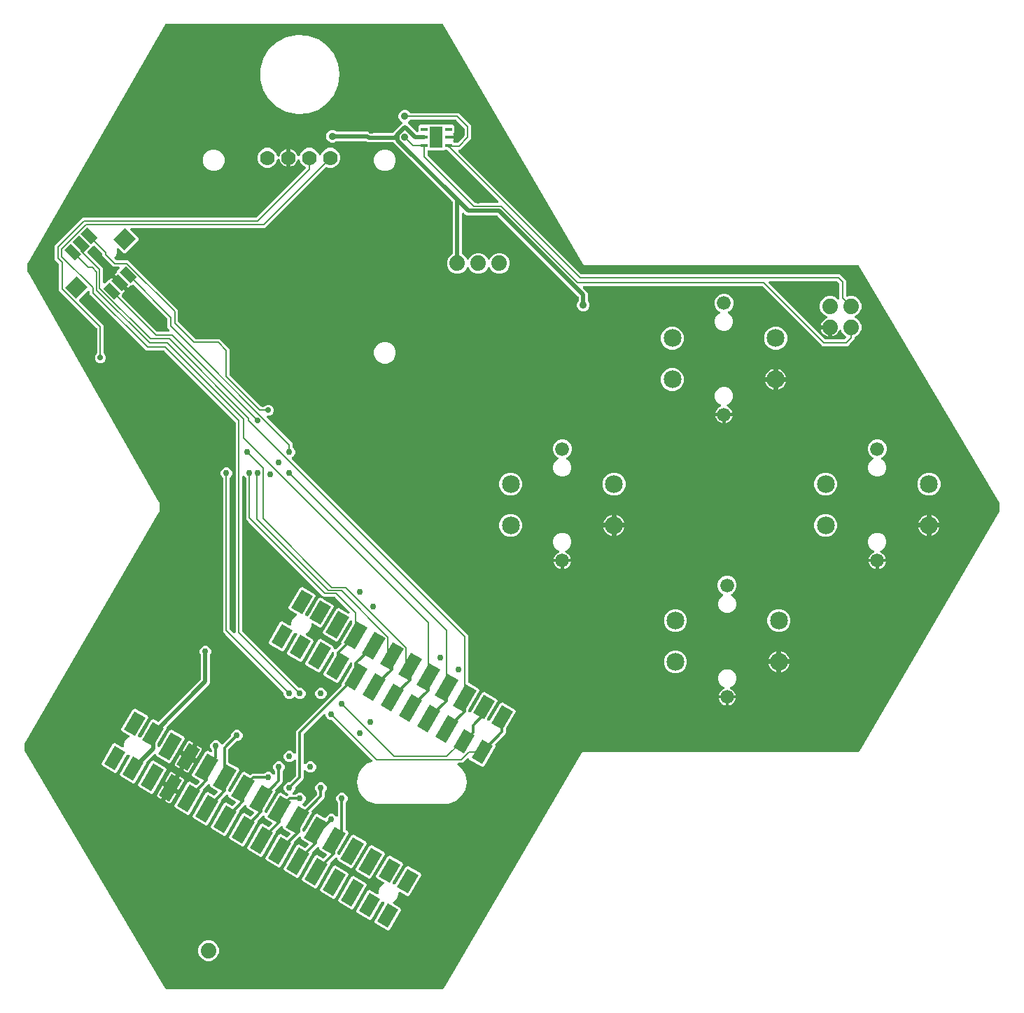
<source format=gbr>
G04 EAGLE Gerber X2 export*
%TF.Part,Single*%
%TF.FileFunction,Copper,L1,Top,Mixed*%
%TF.FilePolarity,Positive*%
%TF.GenerationSoftware,Autodesk,EAGLE,9.1.3*%
%TF.CreationDate,2018-08-24T15:03:00Z*%
G75*
%MOMM*%
%FSLAX34Y34*%
%LPD*%
%AMOC8*
5,1,8,0,0,1.08239X$1,22.5*%
G01*
%ADD10C,2.159000*%
%ADD11C,1.676400*%
%ADD12C,1.879600*%
%ADD13R,1.850000X1.100000*%
%ADD14R,1.900000X2.000000*%
%ADD15R,0.850000X0.450000*%
%ADD16R,1.600000X2.500000*%
%ADD17C,1.778000*%
%ADD18R,2.540000X1.524000*%
%ADD19R,3.048000X1.524000*%
%ADD20C,0.304800*%
%ADD21C,0.906400*%
%ADD22C,0.756400*%
%ADD23C,0.508000*%
%ADD24C,0.508000*%
%ADD25C,0.203200*%
%ADD26C,0.706400*%

G36*
X554177Y36340D02*
X554177Y36340D01*
X554324Y36351D01*
X554350Y36359D01*
X554377Y36363D01*
X554516Y36412D01*
X554656Y36457D01*
X554679Y36471D01*
X554705Y36480D01*
X554829Y36560D01*
X554955Y36635D01*
X554975Y36654D01*
X554998Y36669D01*
X555101Y36775D01*
X555206Y36877D01*
X555225Y36904D01*
X555240Y36920D01*
X555265Y36962D01*
X555346Y37078D01*
X721012Y320718D01*
X721030Y320758D01*
X721104Y320903D01*
X721293Y321360D01*
X721380Y321447D01*
X721426Y321504D01*
X721479Y321555D01*
X721569Y321685D01*
X721597Y321720D01*
X721604Y321735D01*
X721618Y321756D01*
X721680Y321862D01*
X722074Y322161D01*
X722105Y322191D01*
X722230Y322297D01*
X722580Y322647D01*
X722693Y322693D01*
X722757Y322729D01*
X722825Y322756D01*
X722958Y322841D01*
X722998Y322863D01*
X723010Y322874D01*
X723031Y322888D01*
X723129Y322962D01*
X723607Y323087D01*
X723648Y323103D01*
X723803Y323153D01*
X724260Y323343D01*
X724383Y323343D01*
X724456Y323351D01*
X724529Y323350D01*
X724684Y323377D01*
X724729Y323383D01*
X724745Y323388D01*
X724770Y323393D01*
X724888Y323424D01*
X725379Y323357D01*
X725422Y323356D01*
X725585Y323343D01*
X1056944Y323343D01*
X1057091Y323360D01*
X1057240Y323372D01*
X1057265Y323380D01*
X1057291Y323383D01*
X1057430Y323433D01*
X1057572Y323478D01*
X1057594Y323491D01*
X1057619Y323500D01*
X1057744Y323581D01*
X1057871Y323657D01*
X1057889Y323675D01*
X1057911Y323689D01*
X1058015Y323796D01*
X1058121Y323899D01*
X1058139Y323925D01*
X1058154Y323940D01*
X1058178Y323981D01*
X1058261Y324100D01*
X1227121Y614288D01*
X1227162Y614384D01*
X1227213Y614475D01*
X1227232Y614543D01*
X1227260Y614608D01*
X1227279Y614710D01*
X1227308Y614811D01*
X1227315Y614904D01*
X1227324Y614950D01*
X1227322Y614988D01*
X1227327Y615055D01*
X1227327Y623173D01*
X1227315Y623281D01*
X1227312Y623391D01*
X1227295Y623454D01*
X1227287Y623519D01*
X1227250Y623622D01*
X1227222Y623728D01*
X1227185Y623805D01*
X1227170Y623847D01*
X1227148Y623881D01*
X1227115Y623948D01*
X1057014Y911619D01*
X1056927Y911734D01*
X1056846Y911851D01*
X1056822Y911872D01*
X1056803Y911897D01*
X1056693Y911988D01*
X1056587Y912084D01*
X1056559Y912100D01*
X1056535Y912120D01*
X1056407Y912184D01*
X1056282Y912253D01*
X1056252Y912261D01*
X1056223Y912275D01*
X1056084Y912309D01*
X1055946Y912348D01*
X1055908Y912351D01*
X1055884Y912356D01*
X1055835Y912357D01*
X1055703Y912367D01*
X726851Y912367D01*
X726808Y912362D01*
X726647Y912353D01*
X726153Y912287D01*
X726038Y912317D01*
X725965Y912327D01*
X725893Y912348D01*
X725738Y912360D01*
X725693Y912367D01*
X725676Y912365D01*
X725650Y912367D01*
X725530Y912367D01*
X725070Y912558D01*
X725028Y912570D01*
X724876Y912623D01*
X724394Y912750D01*
X724300Y912823D01*
X724236Y912861D01*
X724178Y912906D01*
X724040Y912977D01*
X724000Y913001D01*
X723983Y913006D01*
X723960Y913018D01*
X723850Y913063D01*
X723498Y913416D01*
X723463Y913443D01*
X723343Y913551D01*
X722947Y913852D01*
X722887Y913955D01*
X722842Y914014D01*
X722806Y914079D01*
X722706Y914198D01*
X722678Y914234D01*
X722665Y914245D01*
X722648Y914265D01*
X722563Y914350D01*
X722373Y914810D01*
X722351Y914848D01*
X722282Y914994D01*
X554073Y1203711D01*
X553984Y1203830D01*
X553899Y1203951D01*
X553880Y1203969D01*
X553864Y1203990D01*
X553750Y1204085D01*
X553641Y1204184D01*
X553617Y1204197D01*
X553597Y1204214D01*
X553466Y1204281D01*
X553336Y1204353D01*
X553310Y1204360D01*
X553286Y1204372D01*
X553143Y1204407D01*
X553000Y1204448D01*
X552968Y1204450D01*
X552948Y1204455D01*
X552900Y1204456D01*
X552756Y1204467D01*
X219424Y1204467D01*
X219274Y1204450D01*
X219122Y1204437D01*
X219101Y1204430D01*
X219078Y1204427D01*
X218935Y1204376D01*
X218791Y1204329D01*
X218771Y1204318D01*
X218750Y1204310D01*
X218622Y1204227D01*
X218492Y1204149D01*
X218476Y1204133D01*
X218457Y1204121D01*
X218351Y1204011D01*
X218243Y1203906D01*
X218228Y1203883D01*
X218215Y1203870D01*
X218191Y1203830D01*
X218104Y1203704D01*
X51766Y914801D01*
X51726Y914708D01*
X51677Y914620D01*
X51657Y914549D01*
X51628Y914481D01*
X51610Y914381D01*
X51582Y914284D01*
X51574Y914185D01*
X51566Y914138D01*
X51568Y914102D01*
X51563Y914041D01*
X51563Y904586D01*
X51570Y904525D01*
X51570Y904523D01*
X51571Y904513D01*
X51574Y904489D01*
X51575Y904391D01*
X51594Y904316D01*
X51603Y904239D01*
X51619Y904194D01*
X51621Y904178D01*
X51639Y904134D01*
X51659Y904053D01*
X51704Y903958D01*
X51720Y903911D01*
X51739Y903883D01*
X51740Y903880D01*
X51750Y903854D01*
X51755Y903847D01*
X51763Y903831D01*
X210577Y625277D01*
X210625Y625211D01*
X210664Y625140D01*
X210754Y625035D01*
X210783Y624996D01*
X210800Y624981D01*
X210823Y624954D01*
X210887Y624890D01*
X211088Y624404D01*
X211112Y624361D01*
X211172Y624232D01*
X211433Y623775D01*
X211444Y623685D01*
X211464Y623606D01*
X211473Y623526D01*
X211515Y623394D01*
X211527Y623347D01*
X211537Y623327D01*
X211548Y623293D01*
X211583Y623210D01*
X211583Y622683D01*
X211588Y622635D01*
X211595Y622492D01*
X211661Y621970D01*
X211637Y621883D01*
X211624Y621803D01*
X211602Y621724D01*
X211591Y621587D01*
X211584Y621538D01*
X211586Y621516D01*
X211583Y621481D01*
X211583Y616744D01*
X211591Y616669D01*
X211590Y616594D01*
X211617Y616444D01*
X211623Y616398D01*
X211629Y616381D01*
X211634Y616354D01*
X211663Y616242D01*
X211596Y615745D01*
X211595Y615700D01*
X211583Y615542D01*
X211583Y615040D01*
X211538Y614934D01*
X211518Y614861D01*
X211488Y614793D01*
X211456Y614643D01*
X211443Y614598D01*
X211442Y614580D01*
X211436Y614554D01*
X211421Y614439D01*
X211169Y614005D01*
X211151Y613964D01*
X211078Y613823D01*
X210887Y613360D01*
X210805Y613278D01*
X210758Y613219D01*
X210704Y613167D01*
X210617Y613041D01*
X210588Y613005D01*
X210580Y612989D01*
X210565Y612966D01*
X47959Y333133D01*
X47917Y333038D01*
X47867Y332947D01*
X47848Y332878D01*
X47819Y332813D01*
X47801Y332711D01*
X47772Y332611D01*
X47765Y332517D01*
X47756Y332471D01*
X47758Y332433D01*
X47753Y332367D01*
X47753Y325517D01*
X47765Y325409D01*
X47768Y325299D01*
X47785Y325236D01*
X47793Y325171D01*
X47830Y325068D01*
X47858Y324962D01*
X47895Y324885D01*
X47910Y324843D01*
X47932Y324809D01*
X47965Y324742D01*
X218066Y37071D01*
X218153Y36956D01*
X218234Y36839D01*
X218258Y36818D01*
X218277Y36793D01*
X218387Y36702D01*
X218493Y36606D01*
X218521Y36590D01*
X218545Y36570D01*
X218673Y36506D01*
X218798Y36437D01*
X218828Y36429D01*
X218857Y36415D01*
X218996Y36381D01*
X219134Y36342D01*
X219172Y36339D01*
X219196Y36334D01*
X219245Y36333D01*
X219377Y36323D01*
X554031Y36323D01*
X554177Y36340D01*
G37*
%LPC*%
G36*
X383628Y166755D02*
X383628Y166755D01*
X382974Y169195D01*
X399477Y197779D01*
X401917Y198432D01*
X408741Y194492D01*
X408742Y194492D01*
X408744Y194491D01*
X408907Y194420D01*
X409061Y194354D01*
X409062Y194353D01*
X409064Y194353D01*
X409236Y194322D01*
X409404Y194291D01*
X409405Y194291D01*
X409407Y194291D01*
X409577Y194300D01*
X409752Y194309D01*
X409753Y194309D01*
X409755Y194309D01*
X409921Y194357D01*
X410087Y194405D01*
X410088Y194405D01*
X410090Y194406D01*
X410244Y194492D01*
X410392Y194574D01*
X410393Y194575D01*
X410394Y194576D01*
X410580Y194734D01*
X413183Y197338D01*
X413215Y197377D01*
X413253Y197412D01*
X413323Y197514D01*
X413400Y197611D01*
X413422Y197657D01*
X413451Y197699D01*
X413496Y197814D01*
X413549Y197926D01*
X413560Y197976D01*
X413578Y198023D01*
X413596Y198145D01*
X413622Y198266D01*
X413621Y198317D01*
X413629Y198368D01*
X413618Y198491D01*
X413616Y198615D01*
X413604Y198664D01*
X413599Y198715D01*
X413561Y198833D01*
X413531Y198953D01*
X413508Y198998D01*
X413492Y199047D01*
X413428Y199152D01*
X413372Y199263D01*
X413338Y199301D01*
X413312Y199345D01*
X413226Y199434D01*
X413146Y199528D01*
X413105Y199558D01*
X413069Y199595D01*
X412868Y199734D01*
X405218Y204150D01*
X404425Y207111D01*
X404397Y207181D01*
X404378Y207255D01*
X404333Y207343D01*
X404297Y207435D01*
X404254Y207497D01*
X404219Y207565D01*
X404155Y207640D01*
X404098Y207722D01*
X404042Y207772D01*
X403993Y207830D01*
X403913Y207889D01*
X403840Y207956D01*
X403774Y207992D01*
X403713Y208037D01*
X403622Y208077D01*
X403535Y208125D01*
X403462Y208145D01*
X403393Y208175D01*
X403295Y208193D01*
X403200Y208220D01*
X403124Y208224D01*
X403050Y208237D01*
X402951Y208232D01*
X402852Y208237D01*
X402777Y208223D01*
X402702Y208219D01*
X402606Y208192D01*
X402509Y208174D01*
X402440Y208144D01*
X402367Y208123D01*
X402280Y208074D01*
X402189Y208035D01*
X402129Y207989D01*
X402063Y207952D01*
X401947Y207854D01*
X401910Y207826D01*
X401898Y207812D01*
X401876Y207794D01*
X396144Y202062D01*
X396050Y201944D01*
X395953Y201828D01*
X395942Y201807D01*
X395927Y201789D01*
X395863Y201652D01*
X395794Y201518D01*
X395789Y201495D01*
X395778Y201474D01*
X395747Y201326D01*
X395710Y201179D01*
X395710Y201156D01*
X395705Y201133D01*
X395708Y200982D01*
X395706Y200831D01*
X395711Y200803D01*
X395711Y200784D01*
X395723Y200739D01*
X395750Y200590D01*
X395959Y199810D01*
X379456Y171226D01*
X377016Y170573D01*
X361631Y179455D01*
X360977Y181895D01*
X377480Y210479D01*
X379920Y211132D01*
X386744Y207192D01*
X386745Y207192D01*
X386747Y207191D01*
X386910Y207120D01*
X387064Y207054D01*
X387065Y207053D01*
X387067Y207053D01*
X387239Y207022D01*
X387407Y206991D01*
X387408Y206991D01*
X387410Y206991D01*
X387580Y207000D01*
X387755Y207009D01*
X387756Y207009D01*
X387758Y207009D01*
X387918Y207055D01*
X388090Y207105D01*
X388091Y207105D01*
X388093Y207106D01*
X388245Y207191D01*
X388395Y207274D01*
X388396Y207275D01*
X388397Y207276D01*
X388583Y207434D01*
X391186Y210037D01*
X391218Y210077D01*
X391256Y210112D01*
X391326Y210214D01*
X391403Y210310D01*
X391425Y210357D01*
X391454Y210399D01*
X391499Y210514D01*
X391552Y210626D01*
X391563Y210676D01*
X391581Y210723D01*
X391599Y210845D01*
X391625Y210966D01*
X391624Y211017D01*
X391632Y211068D01*
X391621Y211191D01*
X391619Y211315D01*
X391607Y211364D01*
X391602Y211415D01*
X391564Y211533D01*
X391534Y211653D01*
X391511Y211698D01*
X391495Y211747D01*
X391431Y211852D01*
X391375Y211963D01*
X391341Y212001D01*
X391315Y212045D01*
X391229Y212134D01*
X391149Y212228D01*
X391108Y212258D01*
X391072Y212295D01*
X390871Y212434D01*
X383221Y216850D01*
X382428Y219811D01*
X382400Y219881D01*
X382381Y219955D01*
X382336Y220043D01*
X382300Y220135D01*
X382256Y220197D01*
X382222Y220265D01*
X382158Y220340D01*
X382101Y220422D01*
X382045Y220473D01*
X381996Y220530D01*
X381916Y220589D01*
X381843Y220656D01*
X381777Y220692D01*
X381716Y220737D01*
X381625Y220777D01*
X381538Y220825D01*
X381465Y220845D01*
X381396Y220875D01*
X381298Y220893D01*
X381203Y220920D01*
X381127Y220924D01*
X381053Y220937D01*
X380954Y220932D01*
X380855Y220937D01*
X380780Y220923D01*
X380705Y220919D01*
X380609Y220892D01*
X380512Y220874D01*
X380442Y220844D01*
X380370Y220823D01*
X380283Y220774D01*
X380192Y220735D01*
X380132Y220689D01*
X380065Y220652D01*
X379950Y220555D01*
X379913Y220527D01*
X379901Y220512D01*
X379879Y220494D01*
X374147Y214762D01*
X374053Y214644D01*
X373956Y214528D01*
X373945Y214507D01*
X373930Y214489D01*
X373866Y214352D01*
X373797Y214218D01*
X373791Y214195D01*
X373781Y214174D01*
X373750Y214026D01*
X373713Y213879D01*
X373713Y213856D01*
X373708Y213833D01*
X373711Y213682D01*
X373709Y213531D01*
X373714Y213503D01*
X373714Y213484D01*
X373725Y213439D01*
X373753Y213290D01*
X373962Y212510D01*
X357459Y183926D01*
X355019Y183273D01*
X339634Y192155D01*
X338980Y194595D01*
X355483Y223179D01*
X357923Y223832D01*
X364747Y219892D01*
X364748Y219892D01*
X364750Y219891D01*
X364913Y219820D01*
X365067Y219754D01*
X365068Y219753D01*
X365070Y219753D01*
X365242Y219722D01*
X365410Y219691D01*
X365411Y219691D01*
X365413Y219691D01*
X365583Y219700D01*
X365758Y219709D01*
X365759Y219709D01*
X365761Y219709D01*
X365927Y219757D01*
X366093Y219805D01*
X366094Y219805D01*
X366096Y219806D01*
X366250Y219892D01*
X366397Y219974D01*
X366398Y219975D01*
X366400Y219976D01*
X366586Y220134D01*
X369189Y222738D01*
X369221Y222777D01*
X369259Y222812D01*
X369329Y222914D01*
X369406Y223011D01*
X369428Y223057D01*
X369457Y223099D01*
X369502Y223214D01*
X369555Y223326D01*
X369565Y223376D01*
X369584Y223423D01*
X369602Y223545D01*
X369628Y223666D01*
X369627Y223717D01*
X369635Y223768D01*
X369624Y223891D01*
X369622Y224015D01*
X369610Y224064D01*
X369605Y224115D01*
X369567Y224233D01*
X369537Y224353D01*
X369514Y224398D01*
X369498Y224447D01*
X369434Y224552D01*
X369377Y224663D01*
X369344Y224701D01*
X369318Y224745D01*
X369232Y224834D01*
X369152Y224928D01*
X369111Y224958D01*
X369075Y224995D01*
X368874Y225134D01*
X361224Y229550D01*
X360431Y232511D01*
X360403Y232581D01*
X360384Y232655D01*
X360339Y232743D01*
X360302Y232835D01*
X360259Y232897D01*
X360225Y232965D01*
X360160Y233040D01*
X360104Y233122D01*
X360048Y233172D01*
X359999Y233230D01*
X359919Y233289D01*
X359846Y233356D01*
X359780Y233392D01*
X359719Y233437D01*
X359628Y233477D01*
X359541Y233525D01*
X359468Y233545D01*
X359399Y233575D01*
X359301Y233593D01*
X359206Y233620D01*
X359130Y233624D01*
X359056Y233637D01*
X358956Y233632D01*
X358858Y233637D01*
X358783Y233623D01*
X358707Y233619D01*
X358612Y233592D01*
X358515Y233574D01*
X358445Y233544D01*
X358373Y233523D01*
X358286Y233474D01*
X358195Y233435D01*
X358135Y233389D01*
X358068Y233352D01*
X357953Y233254D01*
X357916Y233226D01*
X357904Y233212D01*
X357882Y233194D01*
X352150Y227462D01*
X352056Y227344D01*
X351959Y227228D01*
X351948Y227207D01*
X351933Y227189D01*
X351869Y227052D01*
X351800Y226918D01*
X351794Y226895D01*
X351784Y226874D01*
X351753Y226726D01*
X351716Y226579D01*
X351716Y226556D01*
X351711Y226533D01*
X351714Y226382D01*
X351712Y226231D01*
X351717Y226203D01*
X351717Y226184D01*
X351728Y226139D01*
X351756Y225990D01*
X351965Y225210D01*
X335462Y196626D01*
X333022Y195973D01*
X317637Y204855D01*
X316983Y207295D01*
X333486Y235879D01*
X335926Y236532D01*
X342750Y232592D01*
X342751Y232592D01*
X342753Y232591D01*
X342916Y232520D01*
X343070Y232454D01*
X343071Y232453D01*
X343073Y232453D01*
X343245Y232422D01*
X343413Y232391D01*
X343414Y232391D01*
X343416Y232391D01*
X343586Y232400D01*
X343761Y232409D01*
X343762Y232409D01*
X343764Y232409D01*
X343930Y232457D01*
X344096Y232505D01*
X344097Y232505D01*
X344099Y232506D01*
X344253Y232592D01*
X344400Y232674D01*
X344401Y232675D01*
X344403Y232676D01*
X344589Y232834D01*
X347192Y235438D01*
X347224Y235477D01*
X347262Y235512D01*
X347332Y235614D01*
X347409Y235711D01*
X347431Y235757D01*
X347460Y235799D01*
X347505Y235914D01*
X347558Y236026D01*
X347568Y236076D01*
X347587Y236123D01*
X347605Y236245D01*
X347631Y236366D01*
X347630Y236417D01*
X347638Y236468D01*
X347627Y236591D01*
X347625Y236715D01*
X347613Y236764D01*
X347608Y236815D01*
X347570Y236933D01*
X347540Y237053D01*
X347517Y237098D01*
X347501Y237147D01*
X347437Y237252D01*
X347380Y237363D01*
X347347Y237401D01*
X347321Y237445D01*
X347235Y237534D01*
X347155Y237628D01*
X347114Y237658D01*
X347078Y237695D01*
X346877Y237834D01*
X339227Y242250D01*
X338434Y245211D01*
X338406Y245281D01*
X338387Y245355D01*
X338342Y245443D01*
X338305Y245535D01*
X338262Y245597D01*
X338228Y245665D01*
X338163Y245740D01*
X338107Y245822D01*
X338051Y245873D01*
X338002Y245930D01*
X337922Y245989D01*
X337849Y246056D01*
X337782Y246092D01*
X337722Y246137D01*
X337631Y246177D01*
X337544Y246225D01*
X337471Y246245D01*
X337401Y246275D01*
X337304Y246293D01*
X337209Y246320D01*
X337133Y246324D01*
X337058Y246337D01*
X336959Y246332D01*
X336861Y246337D01*
X336786Y246323D01*
X336710Y246319D01*
X336615Y246292D01*
X336518Y246274D01*
X336448Y246244D01*
X336376Y246223D01*
X336289Y246174D01*
X336198Y246135D01*
X336138Y246089D01*
X336071Y246052D01*
X335956Y245955D01*
X335919Y245927D01*
X335907Y245912D01*
X335885Y245894D01*
X330153Y240162D01*
X330059Y240044D01*
X329962Y239928D01*
X329951Y239907D01*
X329936Y239889D01*
X329872Y239752D01*
X329803Y239618D01*
X329797Y239595D01*
X329787Y239574D01*
X329756Y239426D01*
X329719Y239279D01*
X329719Y239256D01*
X329714Y239233D01*
X329717Y239082D01*
X329714Y238931D01*
X329720Y238903D01*
X329720Y238884D01*
X329731Y238839D01*
X329759Y238690D01*
X329968Y237910D01*
X313465Y209326D01*
X311025Y208673D01*
X295640Y217555D01*
X294986Y219995D01*
X311489Y248579D01*
X313929Y249232D01*
X320753Y245292D01*
X320754Y245292D01*
X320755Y245291D01*
X320919Y245220D01*
X321073Y245154D01*
X321074Y245153D01*
X321076Y245153D01*
X321248Y245122D01*
X321416Y245091D01*
X321417Y245091D01*
X321419Y245091D01*
X321589Y245100D01*
X321764Y245109D01*
X321765Y245109D01*
X321767Y245109D01*
X321933Y245157D01*
X322099Y245205D01*
X322100Y245205D01*
X322101Y245206D01*
X322254Y245291D01*
X322403Y245374D01*
X322404Y245375D01*
X322406Y245376D01*
X322592Y245534D01*
X325195Y248138D01*
X325227Y248177D01*
X325265Y248212D01*
X325335Y248314D01*
X325412Y248411D01*
X325433Y248457D01*
X325462Y248499D01*
X325508Y248614D01*
X325561Y248726D01*
X325571Y248776D01*
X325590Y248823D01*
X325608Y248945D01*
X325634Y249066D01*
X325633Y249117D01*
X325641Y249168D01*
X325630Y249291D01*
X325628Y249415D01*
X325616Y249464D01*
X325611Y249515D01*
X325573Y249633D01*
X325543Y249753D01*
X325520Y249798D01*
X325504Y249847D01*
X325440Y249952D01*
X325383Y250063D01*
X325350Y250101D01*
X325324Y250145D01*
X325238Y250234D01*
X325158Y250328D01*
X325117Y250358D01*
X325081Y250395D01*
X324880Y250534D01*
X317230Y254950D01*
X316437Y257911D01*
X316409Y257981D01*
X316390Y258055D01*
X316345Y258143D01*
X316308Y258235D01*
X316265Y258297D01*
X316231Y258365D01*
X316166Y258440D01*
X316110Y258522D01*
X316054Y258572D01*
X316005Y258630D01*
X315925Y258689D01*
X315852Y258756D01*
X315785Y258792D01*
X315724Y258837D01*
X315633Y258877D01*
X315547Y258925D01*
X315474Y258945D01*
X315404Y258975D01*
X315307Y258993D01*
X315212Y259020D01*
X315136Y259024D01*
X315061Y259037D01*
X314962Y259032D01*
X314864Y259037D01*
X314789Y259023D01*
X314713Y259019D01*
X314618Y258992D01*
X314521Y258974D01*
X314451Y258944D01*
X314378Y258923D01*
X314292Y258874D01*
X314201Y258835D01*
X314140Y258789D01*
X314074Y258752D01*
X313959Y258654D01*
X313922Y258626D01*
X313910Y258612D01*
X313888Y258594D01*
X308156Y252862D01*
X308062Y252744D01*
X307965Y252628D01*
X307954Y252607D01*
X307939Y252589D01*
X307875Y252452D01*
X307806Y252318D01*
X307800Y252295D01*
X307790Y252274D01*
X307759Y252126D01*
X307722Y251979D01*
X307722Y251956D01*
X307717Y251933D01*
X307720Y251782D01*
X307717Y251631D01*
X307723Y251603D01*
X307723Y251584D01*
X307734Y251539D01*
X307762Y251390D01*
X307971Y250610D01*
X291468Y222026D01*
X289028Y221373D01*
X273643Y230255D01*
X272989Y232695D01*
X289492Y261279D01*
X291932Y261932D01*
X298756Y257992D01*
X298757Y257992D01*
X298758Y257991D01*
X298923Y257920D01*
X299076Y257854D01*
X299077Y257853D01*
X299078Y257853D01*
X299251Y257822D01*
X299419Y257791D01*
X299420Y257791D01*
X299421Y257791D01*
X299592Y257800D01*
X299767Y257809D01*
X299768Y257809D01*
X299770Y257809D01*
X299936Y257857D01*
X300102Y257905D01*
X300103Y257905D01*
X300104Y257906D01*
X300259Y257992D01*
X300406Y258074D01*
X300407Y258075D01*
X300409Y258076D01*
X300595Y258234D01*
X303198Y260838D01*
X303230Y260877D01*
X303268Y260912D01*
X303338Y261014D01*
X303415Y261111D01*
X303436Y261157D01*
X303465Y261199D01*
X303511Y261314D01*
X303564Y261426D01*
X303574Y261476D01*
X303593Y261523D01*
X303611Y261645D01*
X303637Y261766D01*
X303636Y261817D01*
X303643Y261868D01*
X303633Y261991D01*
X303631Y262115D01*
X303619Y262164D01*
X303614Y262215D01*
X303576Y262333D01*
X303546Y262453D01*
X303523Y262498D01*
X303507Y262547D01*
X303443Y262652D01*
X303386Y262763D01*
X303353Y262801D01*
X303327Y262845D01*
X303241Y262934D01*
X303160Y263028D01*
X303120Y263058D01*
X303084Y263095D01*
X302883Y263234D01*
X295233Y267650D01*
X294439Y270611D01*
X294412Y270681D01*
X294393Y270755D01*
X294348Y270843D01*
X294311Y270935D01*
X294268Y270997D01*
X294234Y271065D01*
X294169Y271140D01*
X294113Y271222D01*
X294057Y271273D01*
X294008Y271330D01*
X293928Y271389D01*
X293855Y271456D01*
X293788Y271492D01*
X293727Y271537D01*
X293636Y271577D01*
X293550Y271625D01*
X293477Y271645D01*
X293407Y271675D01*
X293310Y271693D01*
X293215Y271720D01*
X293139Y271724D01*
X293064Y271737D01*
X292965Y271732D01*
X292867Y271737D01*
X292792Y271723D01*
X292716Y271719D01*
X292621Y271692D01*
X292524Y271674D01*
X292454Y271644D01*
X292381Y271623D01*
X292295Y271574D01*
X292204Y271535D01*
X292143Y271489D01*
X292077Y271452D01*
X291962Y271355D01*
X291925Y271327D01*
X291913Y271312D01*
X291891Y271294D01*
X286159Y265562D01*
X286065Y265444D01*
X285967Y265328D01*
X285957Y265307D01*
X285942Y265289D01*
X285878Y265152D01*
X285809Y265018D01*
X285803Y264995D01*
X285793Y264974D01*
X285761Y264826D01*
X285725Y264679D01*
X285725Y264656D01*
X285720Y264633D01*
X285722Y264482D01*
X285720Y264331D01*
X285726Y264303D01*
X285726Y264284D01*
X285737Y264239D01*
X285765Y264090D01*
X285974Y263310D01*
X269471Y234726D01*
X267031Y234073D01*
X251646Y242955D01*
X250992Y245395D01*
X267495Y273979D01*
X269934Y274632D01*
X276759Y270692D01*
X276760Y270692D01*
X276761Y270691D01*
X276925Y270620D01*
X277079Y270554D01*
X277080Y270553D01*
X277081Y270553D01*
X277254Y270522D01*
X277422Y270491D01*
X277423Y270491D01*
X277424Y270491D01*
X277595Y270500D01*
X277770Y270509D01*
X277771Y270509D01*
X277772Y270509D01*
X277938Y270557D01*
X278105Y270605D01*
X278106Y270605D01*
X278107Y270606D01*
X278262Y270692D01*
X278409Y270774D01*
X278410Y270775D01*
X278412Y270776D01*
X278598Y270934D01*
X281201Y273538D01*
X281233Y273577D01*
X281270Y273612D01*
X281341Y273714D01*
X281418Y273811D01*
X281439Y273857D01*
X281468Y273899D01*
X281514Y274014D01*
X281567Y274126D01*
X281577Y274176D01*
X281596Y274223D01*
X281614Y274345D01*
X281640Y274466D01*
X281639Y274517D01*
X281646Y274568D01*
X281636Y274691D01*
X281634Y274815D01*
X281621Y274864D01*
X281617Y274915D01*
X281579Y275033D01*
X281549Y275153D01*
X281526Y275198D01*
X281510Y275247D01*
X281446Y275352D01*
X281389Y275463D01*
X281356Y275501D01*
X281330Y275545D01*
X281244Y275634D01*
X281163Y275728D01*
X281122Y275758D01*
X281087Y275795D01*
X280886Y275934D01*
X273236Y280350D01*
X272442Y283311D01*
X272415Y283381D01*
X272396Y283455D01*
X272351Y283543D01*
X272314Y283635D01*
X272271Y283697D01*
X272236Y283765D01*
X272172Y283840D01*
X272116Y283922D01*
X272060Y283972D01*
X272011Y284030D01*
X271931Y284089D01*
X271858Y284156D01*
X271791Y284192D01*
X271730Y284237D01*
X271639Y284277D01*
X271553Y284325D01*
X271480Y284345D01*
X271410Y284375D01*
X271313Y284393D01*
X271218Y284420D01*
X271142Y284424D01*
X271067Y284437D01*
X270968Y284432D01*
X270869Y284437D01*
X270795Y284423D01*
X270719Y284419D01*
X270624Y284392D01*
X270527Y284374D01*
X270457Y284344D01*
X270384Y284323D01*
X270298Y284274D01*
X270207Y284235D01*
X270146Y284189D01*
X270080Y284152D01*
X269965Y284054D01*
X269928Y284026D01*
X269916Y284012D01*
X269894Y283994D01*
X264162Y278262D01*
X264068Y278144D01*
X263970Y278028D01*
X263960Y278007D01*
X263945Y277989D01*
X263881Y277852D01*
X263812Y277718D01*
X263806Y277695D01*
X263796Y277674D01*
X263764Y277526D01*
X263728Y277379D01*
X263728Y277356D01*
X263723Y277333D01*
X263725Y277182D01*
X263723Y277031D01*
X263728Y277003D01*
X263729Y276984D01*
X263740Y276939D01*
X263767Y276790D01*
X263977Y276010D01*
X247474Y247426D01*
X245034Y246773D01*
X229649Y255655D01*
X228995Y258095D01*
X245498Y286679D01*
X247937Y287332D01*
X254762Y283392D01*
X254763Y283392D01*
X254764Y283391D01*
X254928Y283320D01*
X255082Y283254D01*
X255083Y283253D01*
X255084Y283253D01*
X255257Y283222D01*
X255425Y283191D01*
X255426Y283191D01*
X255427Y283191D01*
X255598Y283200D01*
X255773Y283209D01*
X255774Y283209D01*
X255775Y283209D01*
X255936Y283255D01*
X256108Y283305D01*
X256109Y283305D01*
X256110Y283306D01*
X256263Y283391D01*
X256412Y283474D01*
X256413Y283475D01*
X256414Y283476D01*
X256601Y283634D01*
X259204Y286238D01*
X259236Y286277D01*
X259273Y286312D01*
X259344Y286414D01*
X259421Y286511D01*
X259442Y286557D01*
X259471Y286599D01*
X259517Y286714D01*
X259570Y286826D01*
X259580Y286876D01*
X259599Y286923D01*
X259617Y287045D01*
X259643Y287166D01*
X259642Y287217D01*
X259649Y287268D01*
X259639Y287391D01*
X259637Y287515D01*
X259624Y287564D01*
X259620Y287615D01*
X259582Y287733D01*
X259552Y287853D01*
X259529Y287898D01*
X259513Y287947D01*
X259449Y288053D01*
X259392Y288163D01*
X259359Y288201D01*
X259333Y288245D01*
X259247Y288334D01*
X259166Y288428D01*
X259125Y288458D01*
X259090Y288495D01*
X258889Y288634D01*
X251239Y293050D01*
X250585Y295490D01*
X267088Y324074D01*
X269527Y324727D01*
X272542Y322987D01*
X272612Y322957D01*
X272677Y322918D01*
X272771Y322887D01*
X272862Y322848D01*
X272937Y322835D01*
X273009Y322811D01*
X273108Y322803D01*
X273205Y322786D01*
X273281Y322790D01*
X273356Y322783D01*
X273454Y322798D01*
X273553Y322803D01*
X273626Y322824D01*
X273701Y322835D01*
X273793Y322872D01*
X273888Y322899D01*
X273954Y322936D01*
X274025Y322964D01*
X274106Y323020D01*
X274193Y323069D01*
X274249Y323120D01*
X274311Y323163D01*
X274377Y323236D01*
X274451Y323303D01*
X274494Y323365D01*
X274544Y323422D01*
X274592Y323508D01*
X274649Y323590D01*
X274676Y323660D01*
X274713Y323727D01*
X274740Y323822D01*
X274776Y323914D01*
X274787Y323989D01*
X274808Y324062D01*
X274820Y324213D01*
X274827Y324259D01*
X274825Y324278D01*
X274827Y324306D01*
X274827Y324482D01*
X274813Y324607D01*
X274806Y324733D01*
X274793Y324780D01*
X274787Y324828D01*
X274745Y324947D01*
X274710Y325068D01*
X274686Y325110D01*
X274670Y325156D01*
X274601Y325262D01*
X274540Y325372D01*
X274500Y325419D01*
X274481Y325449D01*
X274446Y325482D01*
X274381Y325559D01*
X273609Y326331D01*
X272569Y328841D01*
X272569Y331559D01*
X273609Y334069D01*
X275531Y335991D01*
X278041Y337031D01*
X280759Y337031D01*
X283269Y335991D01*
X285191Y334069D01*
X285581Y333127D01*
X285654Y332995D01*
X285723Y332862D01*
X285739Y332843D01*
X285751Y332822D01*
X285852Y332711D01*
X285949Y332596D01*
X285968Y332582D01*
X285985Y332564D01*
X286108Y332478D01*
X286229Y332389D01*
X286252Y332379D01*
X286271Y332366D01*
X286411Y332311D01*
X286549Y332251D01*
X286573Y332247D01*
X286596Y332238D01*
X286744Y332216D01*
X286892Y332189D01*
X286916Y332191D01*
X286940Y332187D01*
X287091Y332200D01*
X287240Y332207D01*
X287264Y332214D01*
X287288Y332216D01*
X287431Y332262D01*
X287575Y332304D01*
X287596Y332316D01*
X287619Y332323D01*
X287748Y332401D01*
X287879Y332474D01*
X287902Y332493D01*
X287918Y332503D01*
X287952Y332536D01*
X288066Y332632D01*
X297523Y342090D01*
X297602Y342189D01*
X297686Y342283D01*
X297710Y342325D01*
X297740Y342363D01*
X297794Y342477D01*
X297855Y342588D01*
X297868Y342634D01*
X297889Y342678D01*
X297915Y342801D01*
X297950Y342923D01*
X297955Y342984D01*
X297962Y343019D01*
X297961Y343067D01*
X297969Y343167D01*
X297969Y344259D01*
X299009Y346769D01*
X300931Y348691D01*
X303441Y349731D01*
X306159Y349731D01*
X308669Y348691D01*
X310591Y346769D01*
X311631Y344259D01*
X311631Y341541D01*
X310591Y339031D01*
X308669Y337109D01*
X306159Y336069D01*
X305067Y336069D01*
X304941Y336055D01*
X304815Y336048D01*
X304769Y336035D01*
X304721Y336029D01*
X304602Y335987D01*
X304480Y335952D01*
X304438Y335928D01*
X304393Y335912D01*
X304286Y335843D01*
X304176Y335782D01*
X304130Y335742D01*
X304100Y335723D01*
X304066Y335688D01*
X303990Y335623D01*
X295092Y326725D01*
X295013Y326626D01*
X294928Y326532D01*
X294905Y326490D01*
X294875Y326452D01*
X294821Y326338D01*
X294760Y326227D01*
X294747Y326180D01*
X294726Y326137D01*
X294700Y326013D01*
X294665Y325892D01*
X294660Y325831D01*
X294653Y325796D01*
X294654Y325748D01*
X294646Y325648D01*
X294646Y311105D01*
X294663Y310955D01*
X294675Y310804D01*
X294683Y310782D01*
X294685Y310759D01*
X294737Y310616D01*
X294783Y310473D01*
X294795Y310453D01*
X294803Y310431D01*
X294885Y310303D01*
X294963Y310174D01*
X294979Y310157D01*
X294992Y310138D01*
X295101Y310033D01*
X295206Y309925D01*
X295229Y309908D01*
X295243Y309896D01*
X295283Y309872D01*
X295407Y309786D01*
X306910Y303145D01*
X307564Y300705D01*
X294850Y278684D01*
X294809Y278590D01*
X294760Y278501D01*
X294740Y278431D01*
X294711Y278364D01*
X294693Y278264D01*
X294665Y278166D01*
X294657Y278068D01*
X294649Y278021D01*
X294651Y277985D01*
X294646Y277922D01*
X294646Y275890D01*
X294660Y275766D01*
X294666Y275641D01*
X294680Y275593D01*
X294685Y275544D01*
X294728Y275426D01*
X294762Y275306D01*
X294786Y275262D01*
X294803Y275216D01*
X294871Y275110D01*
X294932Y275001D01*
X294965Y274965D01*
X294992Y274923D01*
X295082Y274836D01*
X295166Y274743D01*
X295207Y274715D01*
X295243Y274681D01*
X295350Y274616D01*
X295453Y274545D01*
X295499Y274527D01*
X295542Y274502D01*
X295661Y274464D01*
X295777Y274418D01*
X295826Y274411D01*
X295874Y274396D01*
X295998Y274385D01*
X296122Y274367D01*
X296172Y274372D01*
X296221Y274368D01*
X296345Y274386D01*
X296469Y274397D01*
X296516Y274412D01*
X296566Y274419D01*
X296682Y274465D01*
X296801Y274504D01*
X296843Y274530D01*
X296890Y274548D01*
X296992Y274619D01*
X297099Y274684D01*
X297135Y274719D01*
X297176Y274747D01*
X297259Y274840D01*
X297349Y274927D01*
X297385Y274979D01*
X297409Y275006D01*
X297432Y275047D01*
X297488Y275128D01*
X311082Y298674D01*
X313522Y299327D01*
X320346Y295387D01*
X320347Y295387D01*
X320348Y295386D01*
X320513Y295315D01*
X320666Y295249D01*
X320667Y295248D01*
X320669Y295248D01*
X320846Y295216D01*
X321009Y295186D01*
X321010Y295186D01*
X321012Y295186D01*
X321183Y295195D01*
X321357Y295204D01*
X321358Y295204D01*
X321360Y295204D01*
X321522Y295251D01*
X321692Y295300D01*
X321693Y295300D01*
X321694Y295301D01*
X321849Y295387D01*
X321996Y295469D01*
X321997Y295470D01*
X321999Y295471D01*
X322185Y295629D01*
X322532Y295977D01*
X324213Y296673D01*
X337182Y296673D01*
X337307Y296687D01*
X337433Y296694D01*
X337480Y296707D01*
X337528Y296713D01*
X337647Y296755D01*
X337768Y296790D01*
X337810Y296814D01*
X337856Y296830D01*
X337962Y296899D01*
X338072Y296960D01*
X338119Y297000D01*
X338149Y297019D01*
X338182Y297054D01*
X338259Y297119D01*
X339031Y297891D01*
X341541Y298931D01*
X344259Y298931D01*
X346769Y297891D01*
X348427Y296233D01*
X348506Y296171D01*
X348578Y296101D01*
X348642Y296063D01*
X348700Y296017D01*
X348791Y295974D01*
X348877Y295922D01*
X348948Y295899D01*
X349015Y295868D01*
X349113Y295847D01*
X349209Y295816D01*
X349283Y295810D01*
X349356Y295794D01*
X349456Y295796D01*
X349556Y295788D01*
X349630Y295799D01*
X349704Y295800D01*
X349801Y295825D01*
X349901Y295840D01*
X349970Y295867D01*
X350042Y295885D01*
X350131Y295931D01*
X350225Y295968D01*
X350286Y296011D01*
X350352Y296045D01*
X350428Y296110D01*
X350511Y296167D01*
X350561Y296222D01*
X350617Y296271D01*
X350677Y296352D01*
X350744Y296426D01*
X350780Y296491D01*
X350825Y296551D01*
X350864Y296643D01*
X350913Y296731D01*
X350933Y296803D01*
X350963Y296871D01*
X350980Y296970D01*
X351008Y297067D01*
X351016Y297167D01*
X351024Y297214D01*
X351022Y297250D01*
X351027Y297310D01*
X351027Y299082D01*
X351013Y299207D01*
X351006Y299333D01*
X350993Y299380D01*
X350987Y299428D01*
X350945Y299547D01*
X350910Y299668D01*
X350886Y299710D01*
X350870Y299756D01*
X350801Y299862D01*
X350740Y299972D01*
X350700Y300019D01*
X350681Y300049D01*
X350646Y300082D01*
X350581Y300159D01*
X349809Y300931D01*
X348769Y303441D01*
X348769Y306159D01*
X349809Y308669D01*
X351731Y310591D01*
X354241Y311631D01*
X356959Y311631D01*
X359469Y310591D01*
X361391Y308669D01*
X362431Y306159D01*
X362431Y303441D01*
X361391Y300931D01*
X360619Y300159D01*
X360540Y300060D01*
X360456Y299966D01*
X360432Y299924D01*
X360402Y299886D01*
X360348Y299772D01*
X360287Y299661D01*
X360274Y299614D01*
X360253Y299571D01*
X360227Y299447D01*
X360192Y299325D01*
X360187Y299265D01*
X360180Y299230D01*
X360181Y299182D01*
X360173Y299082D01*
X360173Y286971D01*
X359477Y285290D01*
X351743Y277557D01*
X351649Y277439D01*
X351552Y277323D01*
X351541Y277302D01*
X351526Y277284D01*
X351462Y277147D01*
X351393Y277013D01*
X351387Y276990D01*
X351377Y276968D01*
X351346Y276821D01*
X351309Y276674D01*
X351309Y276651D01*
X351304Y276628D01*
X351307Y276477D01*
X351304Y276326D01*
X351310Y276298D01*
X351310Y276279D01*
X351321Y276234D01*
X351349Y276085D01*
X351558Y275305D01*
X338844Y253284D01*
X338803Y253190D01*
X338754Y253101D01*
X338734Y253031D01*
X338705Y252964D01*
X338687Y252864D01*
X338659Y252766D01*
X338651Y252668D01*
X338643Y252621D01*
X338645Y252584D01*
X338640Y252522D01*
X338640Y250490D01*
X338654Y250366D01*
X338660Y250241D01*
X338674Y250193D01*
X338680Y250144D01*
X338722Y250026D01*
X338756Y249906D01*
X338780Y249862D01*
X338797Y249816D01*
X338865Y249710D01*
X338926Y249601D01*
X338959Y249565D01*
X338986Y249523D01*
X339076Y249436D01*
X339160Y249343D01*
X339201Y249315D01*
X339237Y249281D01*
X339344Y249216D01*
X339447Y249145D01*
X339493Y249127D01*
X339536Y249102D01*
X339655Y249064D01*
X339771Y249018D01*
X339820Y249011D01*
X339868Y248996D01*
X339992Y248985D01*
X340116Y248967D01*
X340166Y248972D01*
X340215Y248968D01*
X340339Y248986D01*
X340463Y248997D01*
X340511Y249012D01*
X340560Y249019D01*
X340676Y249065D01*
X340795Y249104D01*
X340837Y249130D01*
X340884Y249148D01*
X340986Y249219D01*
X341093Y249284D01*
X341129Y249319D01*
X341170Y249347D01*
X341253Y249440D01*
X341343Y249527D01*
X341379Y249579D01*
X341403Y249606D01*
X341426Y249647D01*
X341482Y249728D01*
X355076Y273274D01*
X357516Y273927D01*
X364340Y269987D01*
X364341Y269987D01*
X364343Y269986D01*
X364508Y269914D01*
X364660Y269849D01*
X364661Y269848D01*
X364663Y269848D01*
X364836Y269817D01*
X365003Y269786D01*
X365004Y269786D01*
X365006Y269786D01*
X365178Y269795D01*
X365351Y269804D01*
X365352Y269804D01*
X365354Y269804D01*
X365521Y269852D01*
X365686Y269900D01*
X365687Y269900D01*
X365689Y269901D01*
X365843Y269987D01*
X365990Y270069D01*
X365991Y270070D01*
X365993Y270071D01*
X366179Y270229D01*
X366445Y270495D01*
X366538Y270613D01*
X366635Y270728D01*
X366646Y270749D01*
X366662Y270768D01*
X366726Y270904D01*
X366794Y271038D01*
X366800Y271062D01*
X366810Y271083D01*
X366842Y271230D01*
X366878Y271376D01*
X366879Y271400D01*
X366884Y271424D01*
X366881Y271574D01*
X366883Y271725D01*
X366878Y271748D01*
X366878Y271773D01*
X366841Y271918D01*
X366809Y272065D01*
X366799Y272087D01*
X366793Y272111D01*
X366724Y272244D01*
X366659Y272380D01*
X366644Y272399D01*
X366633Y272420D01*
X366536Y272535D01*
X366442Y272652D01*
X366423Y272667D01*
X366407Y272686D01*
X366286Y272775D01*
X366168Y272868D01*
X366142Y272881D01*
X366127Y272893D01*
X366084Y272912D01*
X365951Y272980D01*
X364431Y273609D01*
X362509Y275531D01*
X361469Y278041D01*
X361469Y280759D01*
X362509Y283269D01*
X364431Y285191D01*
X366941Y286231D01*
X368033Y286231D01*
X368159Y286245D01*
X368285Y286252D01*
X368331Y286265D01*
X368379Y286271D01*
X368498Y286313D01*
X368620Y286348D01*
X368662Y286372D01*
X368707Y286388D01*
X368814Y286457D01*
X368924Y286518D01*
X368970Y286558D01*
X369000Y286577D01*
X369034Y286612D01*
X369110Y286677D01*
X375981Y293548D01*
X376060Y293647D01*
X376144Y293741D01*
X376168Y293783D01*
X376198Y293821D01*
X376252Y293935D01*
X376313Y294046D01*
X376326Y294092D01*
X376347Y294136D01*
X376373Y294259D01*
X376408Y294381D01*
X376413Y294442D01*
X376420Y294477D01*
X376419Y294525D01*
X376427Y294625D01*
X376427Y312290D01*
X376416Y312390D01*
X376414Y312490D01*
X376396Y312562D01*
X376387Y312636D01*
X376354Y312730D01*
X376329Y312828D01*
X376295Y312894D01*
X376270Y312964D01*
X376215Y313048D01*
X376169Y313138D01*
X376121Y313194D01*
X376081Y313257D01*
X376009Y313327D01*
X375944Y313403D01*
X375884Y313447D01*
X375830Y313499D01*
X375744Y313551D01*
X375663Y313610D01*
X375595Y313640D01*
X375531Y313678D01*
X375435Y313708D01*
X375343Y313748D01*
X375270Y313761D01*
X375199Y313784D01*
X375099Y313792D01*
X375000Y313810D01*
X374926Y313806D01*
X374852Y313812D01*
X374752Y313797D01*
X374652Y313792D01*
X374581Y313771D01*
X374507Y313760D01*
X374414Y313723D01*
X374317Y313695D01*
X374252Y313659D01*
X374183Y313632D01*
X374101Y313574D01*
X374013Y313525D01*
X373937Y313460D01*
X373897Y313433D01*
X373873Y313406D01*
X373827Y313367D01*
X372169Y311709D01*
X369659Y310669D01*
X366941Y310669D01*
X364431Y311709D01*
X362509Y313631D01*
X361469Y316141D01*
X361469Y318859D01*
X362509Y321369D01*
X364431Y323291D01*
X366941Y324331D01*
X369659Y324331D01*
X372169Y323291D01*
X373827Y321633D01*
X373906Y321571D01*
X373978Y321501D01*
X374042Y321463D01*
X374100Y321417D01*
X374191Y321374D01*
X374277Y321322D01*
X374348Y321299D01*
X374415Y321268D01*
X374513Y321247D01*
X374609Y321216D01*
X374683Y321210D01*
X374756Y321194D01*
X374856Y321196D01*
X374956Y321188D01*
X375030Y321199D01*
X375104Y321200D01*
X375201Y321225D01*
X375301Y321240D01*
X375370Y321267D01*
X375442Y321285D01*
X375531Y321331D01*
X375625Y321368D01*
X375686Y321411D01*
X375752Y321445D01*
X375828Y321510D01*
X375911Y321567D01*
X375961Y321622D01*
X376017Y321671D01*
X376077Y321752D01*
X376144Y321826D01*
X376180Y321891D01*
X376225Y321951D01*
X376264Y322043D01*
X376313Y322131D01*
X376333Y322203D01*
X376363Y322271D01*
X376380Y322370D01*
X376408Y322467D01*
X376416Y322567D01*
X376424Y322614D01*
X376422Y322650D01*
X376427Y322710D01*
X376427Y347361D01*
X377123Y349042D01*
X431098Y403017D01*
X431192Y403135D01*
X431289Y403250D01*
X431300Y403271D01*
X431315Y403290D01*
X431379Y403426D01*
X431448Y403561D01*
X431453Y403584D01*
X431464Y403605D01*
X431495Y403752D01*
X431532Y403899D01*
X431532Y403923D01*
X431537Y403946D01*
X431534Y404096D01*
X431536Y404248D01*
X431531Y404275D01*
X431531Y404294D01*
X431520Y404339D01*
X431492Y404488D01*
X431283Y405268D01*
X443997Y427290D01*
X444038Y427383D01*
X444087Y427472D01*
X444107Y427543D01*
X444136Y427609D01*
X444154Y427709D01*
X444182Y427808D01*
X444189Y427905D01*
X444198Y427952D01*
X444196Y427989D01*
X444201Y428051D01*
X444201Y430083D01*
X444187Y430208D01*
X444181Y430333D01*
X444167Y430380D01*
X444161Y430430D01*
X444119Y430547D01*
X444085Y430668D01*
X444061Y430711D01*
X444044Y430758D01*
X443976Y430863D01*
X443915Y430972D01*
X443882Y431009D01*
X443855Y431051D01*
X443765Y431138D01*
X443681Y431230D01*
X443640Y431258D01*
X443604Y431293D01*
X443497Y431357D01*
X443394Y431428D01*
X443348Y431446D01*
X443305Y431472D01*
X443186Y431510D01*
X443070Y431556D01*
X443021Y431563D01*
X442973Y431578D01*
X442848Y431588D01*
X442725Y431606D01*
X442675Y431602D01*
X442626Y431606D01*
X442502Y431587D01*
X442377Y431577D01*
X442330Y431562D01*
X442281Y431554D01*
X442165Y431508D01*
X442046Y431469D01*
X442003Y431444D01*
X441957Y431425D01*
X441855Y431354D01*
X441747Y431289D01*
X441712Y431255D01*
X441671Y431226D01*
X441587Y431134D01*
X441498Y431046D01*
X441462Y430995D01*
X441438Y430968D01*
X441415Y430926D01*
X441359Y430845D01*
X427765Y407300D01*
X425325Y406646D01*
X409940Y415529D01*
X409286Y417968D01*
X422000Y439990D01*
X422041Y440083D01*
X422090Y440172D01*
X422110Y440243D01*
X422139Y440309D01*
X422157Y440409D01*
X422185Y440508D01*
X422192Y440605D01*
X422201Y440652D01*
X422199Y440689D01*
X422204Y440751D01*
X422204Y442783D01*
X422190Y442908D01*
X422184Y443033D01*
X422170Y443080D01*
X422164Y443130D01*
X422122Y443247D01*
X422088Y443368D01*
X422064Y443411D01*
X422047Y443458D01*
X421979Y443563D01*
X421918Y443672D01*
X421885Y443709D01*
X421858Y443751D01*
X421768Y443837D01*
X421684Y443930D01*
X421643Y443958D01*
X421607Y443993D01*
X421500Y444057D01*
X421397Y444128D01*
X421351Y444146D01*
X421308Y444172D01*
X421189Y444210D01*
X421073Y444255D01*
X421023Y444263D01*
X420976Y444278D01*
X420851Y444288D01*
X420728Y444306D01*
X420678Y444302D01*
X420629Y444306D01*
X420505Y444287D01*
X420380Y444277D01*
X420333Y444261D01*
X420284Y444254D01*
X420168Y444208D01*
X420049Y444169D01*
X420006Y444144D01*
X419960Y444125D01*
X419858Y444054D01*
X419750Y443989D01*
X419715Y443955D01*
X419674Y443926D01*
X419590Y443834D01*
X419501Y443746D01*
X419465Y443695D01*
X419441Y443668D01*
X419418Y443626D01*
X419362Y443545D01*
X405768Y420000D01*
X403328Y419346D01*
X387943Y428229D01*
X387289Y430668D01*
X403792Y459252D01*
X406231Y459906D01*
X421617Y451023D01*
X422410Y448062D01*
X422438Y447992D01*
X422457Y447918D01*
X422502Y447830D01*
X422538Y447738D01*
X422581Y447676D01*
X422616Y447609D01*
X422680Y447533D01*
X422737Y447452D01*
X422793Y447401D01*
X422842Y447343D01*
X422922Y447284D01*
X422995Y447218D01*
X423061Y447181D01*
X423122Y447136D01*
X423213Y447097D01*
X423300Y447049D01*
X423373Y447028D01*
X423442Y446998D01*
X423540Y446981D01*
X423635Y446953D01*
X423711Y446950D01*
X423785Y446936D01*
X423884Y446941D01*
X423983Y446937D01*
X424058Y446950D01*
X424133Y446954D01*
X424229Y446982D01*
X424326Y447000D01*
X424395Y447030D01*
X424468Y447051D01*
X424555Y447099D01*
X424646Y447139D01*
X424706Y447184D01*
X424772Y447221D01*
X424887Y447319D01*
X424925Y447347D01*
X424937Y447361D01*
X424959Y447379D01*
X430691Y453112D01*
X430785Y453230D01*
X430882Y453345D01*
X430893Y453366D01*
X430908Y453385D01*
X430972Y453521D01*
X431041Y453656D01*
X431046Y453679D01*
X431056Y453700D01*
X431088Y453847D01*
X431125Y453994D01*
X431125Y454018D01*
X431130Y454041D01*
X431127Y454191D01*
X431129Y454343D01*
X431124Y454370D01*
X431124Y454389D01*
X431112Y454434D01*
X431085Y454583D01*
X430876Y455363D01*
X444098Y478265D01*
X444139Y478358D01*
X444188Y478447D01*
X444208Y478517D01*
X444237Y478584D01*
X444255Y478684D01*
X444283Y478782D01*
X444290Y478880D01*
X444299Y478927D01*
X444297Y478964D01*
X444302Y479026D01*
X444302Y481058D01*
X444288Y481182D01*
X444282Y481307D01*
X444268Y481355D01*
X444262Y481404D01*
X444220Y481522D01*
X444186Y481642D01*
X444162Y481686D01*
X444145Y481733D01*
X444077Y481838D01*
X444016Y481947D01*
X443983Y481984D01*
X443956Y482025D01*
X443866Y482112D01*
X443782Y482205D01*
X443741Y482233D01*
X443705Y482268D01*
X443598Y482332D01*
X443495Y482403D01*
X443449Y482421D01*
X443406Y482446D01*
X443287Y482485D01*
X443171Y482530D01*
X443121Y482537D01*
X443074Y482553D01*
X442949Y482563D01*
X442826Y482581D01*
X442776Y482577D01*
X442727Y482581D01*
X442603Y482562D01*
X442478Y482552D01*
X442431Y482536D01*
X442382Y482529D01*
X442266Y482483D01*
X442147Y482444D01*
X442104Y482419D01*
X442058Y482400D01*
X441956Y482329D01*
X441848Y482264D01*
X441813Y482230D01*
X441772Y482201D01*
X441688Y482109D01*
X441599Y482021D01*
X441563Y481970D01*
X441539Y481942D01*
X441516Y481901D01*
X441460Y481820D01*
X427358Y457395D01*
X424918Y456741D01*
X409533Y465624D01*
X408879Y468063D01*
X425382Y496647D01*
X427821Y497301D01*
X438928Y490888D01*
X439066Y490829D01*
X439201Y490765D01*
X439225Y490759D01*
X439248Y490750D01*
X439396Y490723D01*
X439542Y490691D01*
X439567Y490692D01*
X439591Y490687D01*
X439741Y490695D01*
X439890Y490697D01*
X439914Y490703D01*
X439939Y490705D01*
X440083Y490746D01*
X440228Y490782D01*
X440250Y490794D01*
X440274Y490801D01*
X440405Y490873D01*
X440538Y490942D01*
X440557Y490958D01*
X440579Y490970D01*
X440689Y491071D01*
X440803Y491168D01*
X440818Y491188D01*
X440837Y491205D01*
X440921Y491327D01*
X441011Y491448D01*
X441020Y491471D01*
X441035Y491491D01*
X441089Y491631D01*
X441149Y491768D01*
X441153Y491793D01*
X441162Y491816D01*
X441184Y491964D01*
X441210Y492111D01*
X441209Y492136D01*
X441213Y492161D01*
X441200Y492310D01*
X441192Y492459D01*
X441185Y492483D01*
X441183Y492508D01*
X441137Y492650D01*
X441096Y492794D01*
X441084Y492816D01*
X441076Y492839D01*
X440999Y492967D01*
X440926Y493098D01*
X440906Y493121D01*
X440896Y493138D01*
X440863Y493172D01*
X440767Y493284D01*
X423770Y510282D01*
X423671Y510360D01*
X423577Y510445D01*
X423535Y510468D01*
X423497Y510498D01*
X423383Y510552D01*
X423272Y510614D01*
X423225Y510627D01*
X423182Y510647D01*
X423058Y510674D01*
X422936Y510708D01*
X422876Y510713D01*
X422841Y510721D01*
X422793Y510720D01*
X422693Y510728D01*
X410250Y510728D01*
X410126Y510714D01*
X410001Y510707D01*
X409953Y510694D01*
X409904Y510688D01*
X409786Y510646D01*
X409666Y510611D01*
X409622Y510587D01*
X409575Y510571D01*
X409470Y510503D01*
X409361Y510442D01*
X409324Y510409D01*
X409283Y510382D01*
X409196Y510291D01*
X409103Y510208D01*
X409075Y510167D01*
X409040Y510131D01*
X409023Y510101D01*
X409036Y510136D01*
X409096Y510274D01*
X409100Y510298D01*
X409109Y510321D01*
X409131Y510469D01*
X409157Y510617D01*
X409156Y510642D01*
X409160Y510666D01*
X409147Y510815D01*
X409139Y510965D01*
X409133Y510989D01*
X409131Y511014D01*
X409084Y511156D01*
X409043Y511300D01*
X409031Y511321D01*
X409023Y511345D01*
X408946Y511473D01*
X408873Y511604D01*
X408853Y511627D01*
X408843Y511644D01*
X408810Y511678D01*
X408714Y511790D01*
X318802Y601702D01*
X315975Y604529D01*
X315975Y654174D01*
X315961Y654299D01*
X315954Y654425D01*
X315941Y654472D01*
X315935Y654520D01*
X315893Y654639D01*
X315858Y654760D01*
X315834Y654802D01*
X315818Y654848D01*
X315749Y654954D01*
X315688Y655064D01*
X315648Y655111D01*
X315629Y655141D01*
X315594Y655174D01*
X315529Y655251D01*
X314183Y656597D01*
X314166Y656627D01*
X314132Y656665D01*
X314105Y656707D01*
X314016Y656793D01*
X313932Y656885D01*
X313891Y656914D01*
X313854Y656949D01*
X313748Y657013D01*
X313646Y657084D01*
X313599Y657102D01*
X313555Y657128D01*
X313437Y657166D01*
X313321Y657212D01*
X313271Y657219D01*
X313223Y657234D01*
X313100Y657244D01*
X312977Y657262D01*
X312926Y657258D01*
X312876Y657262D01*
X312753Y657244D01*
X312629Y657234D01*
X312581Y657218D01*
X312531Y657211D01*
X312416Y657165D01*
X312298Y657127D01*
X312254Y657101D01*
X312207Y657082D01*
X312106Y657011D01*
X311999Y656947D01*
X311963Y656912D01*
X311921Y656883D01*
X311838Y656791D01*
X311749Y656704D01*
X311722Y656662D01*
X311688Y656624D01*
X311628Y656516D01*
X311561Y656411D01*
X311544Y656363D01*
X311519Y656319D01*
X311485Y656200D01*
X311444Y656083D01*
X311438Y656033D01*
X311424Y655984D01*
X311405Y655740D01*
X311405Y469675D01*
X311419Y469549D01*
X311426Y469423D01*
X311439Y469376D01*
X311445Y469328D01*
X311487Y469209D01*
X311522Y469088D01*
X311546Y469046D01*
X311562Y469000D01*
X311631Y468894D01*
X311692Y468784D01*
X311732Y468737D01*
X311751Y468707D01*
X311786Y468674D01*
X311851Y468598D01*
X379472Y400977D01*
X379571Y400898D01*
X379664Y400814D01*
X379707Y400790D01*
X379745Y400760D01*
X379859Y400706D01*
X379969Y400645D01*
X380016Y400632D01*
X380060Y400611D01*
X380183Y400585D01*
X380305Y400550D01*
X380366Y400545D01*
X380400Y400538D01*
X380448Y400539D01*
X380549Y400531D01*
X382359Y400531D01*
X384869Y399491D01*
X386791Y397569D01*
X387831Y395059D01*
X387831Y392341D01*
X386791Y389831D01*
X384869Y387909D01*
X382359Y386869D01*
X379641Y386869D01*
X377131Y387909D01*
X375727Y389313D01*
X375707Y389329D01*
X375690Y389349D01*
X375583Y389428D01*
X375576Y389434D01*
X375570Y389437D01*
X375454Y389529D01*
X375430Y389541D01*
X375409Y389556D01*
X375273Y389615D01*
X375139Y389678D01*
X375113Y389684D01*
X375089Y389694D01*
X374943Y389721D01*
X374798Y389752D01*
X374772Y389751D01*
X374746Y389756D01*
X374598Y389748D01*
X374450Y389746D01*
X374424Y389739D01*
X374398Y389738D01*
X374256Y389697D01*
X374112Y389661D01*
X374089Y389649D01*
X374063Y389641D01*
X373934Y389569D01*
X373802Y389501D01*
X373782Y389484D01*
X373759Y389471D01*
X373573Y389313D01*
X372169Y387909D01*
X369659Y386869D01*
X366941Y386869D01*
X364431Y387909D01*
X362509Y389831D01*
X361469Y392341D01*
X361469Y394151D01*
X361455Y394277D01*
X361448Y394403D01*
X361435Y394450D01*
X361429Y394498D01*
X361387Y394617D01*
X361352Y394738D01*
X361328Y394780D01*
X361312Y394826D01*
X361243Y394932D01*
X361182Y395042D01*
X361142Y395089D01*
X361123Y395119D01*
X361088Y395152D01*
X361023Y395228D01*
X290862Y465389D01*
X288035Y468216D01*
X288035Y654174D01*
X288021Y654299D01*
X288014Y654425D01*
X288001Y654472D01*
X287995Y654520D01*
X287953Y654639D01*
X287918Y654760D01*
X287894Y654802D01*
X287878Y654848D01*
X287809Y654954D01*
X287748Y655064D01*
X287708Y655111D01*
X287689Y655141D01*
X287654Y655174D01*
X287589Y655251D01*
X286309Y656531D01*
X285269Y659041D01*
X285269Y661759D01*
X286309Y664269D01*
X288231Y666191D01*
X290741Y667231D01*
X293459Y667231D01*
X295969Y666191D01*
X297891Y664269D01*
X298931Y661759D01*
X298931Y659041D01*
X297891Y656531D01*
X296611Y655251D01*
X296532Y655152D01*
X296448Y655058D01*
X296424Y655016D01*
X296394Y654978D01*
X296340Y654864D01*
X296279Y654753D01*
X296266Y654706D01*
X296245Y654663D01*
X296219Y654539D01*
X296184Y654417D01*
X296179Y654357D01*
X296172Y654322D01*
X296173Y654274D01*
X296165Y654174D01*
X296165Y472215D01*
X296179Y472089D01*
X296186Y471963D01*
X296199Y471916D01*
X296205Y471868D01*
X296247Y471749D01*
X296282Y471628D01*
X296306Y471586D01*
X296322Y471540D01*
X296391Y471434D01*
X296452Y471324D01*
X296492Y471277D01*
X296511Y471247D01*
X296546Y471214D01*
X296611Y471138D01*
X300675Y467073D01*
X300753Y467011D01*
X300826Y466941D01*
X300890Y466903D01*
X300948Y466857D01*
X301039Y466814D01*
X301125Y466762D01*
X301196Y466740D01*
X301263Y466708D01*
X301361Y466687D01*
X301457Y466656D01*
X301531Y466650D01*
X301604Y466635D01*
X301704Y466636D01*
X301804Y466628D01*
X301878Y466639D01*
X301952Y466641D01*
X302049Y466665D01*
X302149Y466680D01*
X302218Y466707D01*
X302290Y466726D01*
X302380Y466772D01*
X302473Y466809D01*
X302534Y466851D01*
X302600Y466885D01*
X302677Y466950D01*
X302759Y467008D01*
X302809Y467063D01*
X302865Y467111D01*
X302925Y467192D01*
X302992Y467266D01*
X303028Y467331D01*
X303073Y467391D01*
X303112Y467483D01*
X303161Y467571D01*
X303181Y467643D01*
X303211Y467711D01*
X303228Y467810D01*
X303256Y467907D01*
X303264Y468007D01*
X303272Y468054D01*
X303270Y468090D01*
X303275Y468151D01*
X303275Y721585D01*
X303261Y721711D01*
X303254Y721837D01*
X303241Y721884D01*
X303235Y721932D01*
X303193Y722051D01*
X303158Y722172D01*
X303134Y722214D01*
X303118Y722260D01*
X303049Y722366D01*
X302988Y722476D01*
X302948Y722522D01*
X302929Y722552D01*
X302894Y722586D01*
X302829Y722662D01*
X217202Y808289D01*
X217103Y808368D01*
X217010Y808452D01*
X216967Y808476D01*
X216929Y808506D01*
X216815Y808560D01*
X216705Y808621D01*
X216658Y808634D01*
X216614Y808655D01*
X216491Y808681D01*
X216369Y808716D01*
X216308Y808721D01*
X216274Y808728D01*
X216226Y808727D01*
X216125Y808735D01*
X194797Y808735D01*
X126625Y876907D01*
X126625Y879901D01*
X126614Y880001D01*
X126612Y880101D01*
X126594Y880173D01*
X126585Y880247D01*
X126551Y880342D01*
X126527Y880439D01*
X126493Y880505D01*
X126468Y880575D01*
X126413Y880660D01*
X126367Y880749D01*
X126319Y880806D01*
X126279Y880868D01*
X126207Y880938D01*
X126142Y881015D01*
X126082Y881059D01*
X126028Y881110D01*
X125942Y881162D01*
X125861Y881222D01*
X125793Y881251D01*
X125729Y881289D01*
X125633Y881320D01*
X125541Y881360D01*
X125468Y881373D01*
X125397Y881396D01*
X125297Y881404D01*
X125198Y881421D01*
X125124Y881418D01*
X125050Y881424D01*
X124950Y881409D01*
X124850Y881403D01*
X124779Y881383D01*
X124705Y881372D01*
X124612Y881335D01*
X124515Y881307D01*
X124450Y881271D01*
X124381Y881243D01*
X124299Y881186D01*
X124211Y881137D01*
X124135Y881072D01*
X124095Y881044D01*
X124071Y881018D01*
X124025Y880978D01*
X114095Y871048D01*
X114078Y871028D01*
X114058Y871011D01*
X113970Y870891D01*
X113878Y870775D01*
X113867Y870752D01*
X113851Y870730D01*
X113793Y870594D01*
X113729Y870460D01*
X113724Y870434D01*
X113713Y870410D01*
X113687Y870264D01*
X113656Y870119D01*
X113656Y870093D01*
X113652Y870067D01*
X113659Y869919D01*
X113662Y869771D01*
X113668Y869745D01*
X113670Y869719D01*
X113711Y869577D01*
X113747Y869433D01*
X113759Y869410D01*
X113766Y869384D01*
X113838Y869255D01*
X113906Y869123D01*
X113923Y869103D01*
X113936Y869080D01*
X114095Y868894D01*
X143765Y839224D01*
X143765Y805973D01*
X143779Y805847D01*
X143786Y805721D01*
X143799Y805675D01*
X143805Y805627D01*
X143847Y805508D01*
X143882Y805386D01*
X143906Y805344D01*
X143922Y805298D01*
X143991Y805192D01*
X144052Y805082D01*
X144092Y805036D01*
X144111Y805006D01*
X144146Y804972D01*
X144211Y804896D01*
X145279Y803828D01*
X146281Y801409D01*
X146281Y798791D01*
X145279Y796372D01*
X143428Y794521D01*
X141009Y793519D01*
X138391Y793519D01*
X135972Y794521D01*
X134121Y796372D01*
X133119Y798791D01*
X133119Y801409D01*
X134121Y803828D01*
X135189Y804896D01*
X135268Y804995D01*
X135352Y805089D01*
X135376Y805131D01*
X135406Y805169D01*
X135460Y805283D01*
X135521Y805394D01*
X135534Y805440D01*
X135555Y805484D01*
X135581Y805607D01*
X135616Y805729D01*
X135621Y805790D01*
X135628Y805825D01*
X135627Y805873D01*
X135635Y805973D01*
X135635Y835226D01*
X135621Y835351D01*
X135614Y835477D01*
X135601Y835524D01*
X135595Y835572D01*
X135553Y835691D01*
X135518Y835812D01*
X135494Y835854D01*
X135478Y835900D01*
X135409Y836006D01*
X135348Y836117D01*
X135308Y836163D01*
X135289Y836193D01*
X135254Y836226D01*
X135189Y836303D01*
X89595Y881897D01*
X89595Y913054D01*
X89581Y913180D01*
X89574Y913306D01*
X89561Y913353D01*
X89555Y913401D01*
X89513Y913520D01*
X89478Y913641D01*
X89454Y913683D01*
X89438Y913729D01*
X89369Y913835D01*
X89308Y913945D01*
X89268Y913992D01*
X89249Y914022D01*
X89214Y914055D01*
X89149Y914131D01*
X87002Y916279D01*
X84175Y919106D01*
X84175Y935504D01*
X118596Y969925D01*
X327885Y969925D01*
X328011Y969940D01*
X328137Y969946D01*
X328184Y969960D01*
X328232Y969965D01*
X328351Y970008D01*
X328472Y970043D01*
X328514Y970066D01*
X328560Y970083D01*
X328666Y970151D01*
X328776Y970213D01*
X328822Y970252D01*
X328852Y970272D01*
X328886Y970307D01*
X328962Y970372D01*
X387605Y1029014D01*
X387698Y1029131D01*
X387795Y1029246D01*
X387806Y1029268D01*
X387821Y1029287D01*
X387886Y1029423D01*
X387954Y1029556D01*
X387960Y1029580D01*
X387970Y1029602D01*
X388002Y1029749D01*
X388038Y1029895D01*
X388038Y1029919D01*
X388044Y1029942D01*
X388041Y1030092D01*
X388043Y1030243D01*
X388038Y1030267D01*
X388038Y1030291D01*
X388001Y1030437D01*
X387969Y1030584D01*
X387958Y1030605D01*
X387953Y1030629D01*
X387883Y1030763D01*
X387819Y1030898D01*
X387804Y1030917D01*
X387793Y1030939D01*
X387695Y1031054D01*
X387602Y1031171D01*
X387583Y1031186D01*
X387567Y1031204D01*
X387446Y1031294D01*
X387328Y1031387D01*
X387302Y1031400D01*
X387287Y1031411D01*
X387243Y1031430D01*
X387110Y1031498D01*
X385877Y1032009D01*
X382519Y1035367D01*
X380741Y1039659D01*
X380664Y1039798D01*
X380589Y1039940D01*
X380579Y1039951D01*
X380572Y1039963D01*
X380465Y1040082D01*
X380359Y1040202D01*
X380348Y1040210D01*
X380338Y1040221D01*
X380206Y1040312D01*
X380077Y1040406D01*
X380063Y1040411D01*
X380051Y1040419D01*
X379902Y1040478D01*
X379755Y1040540D01*
X379741Y1040542D01*
X379727Y1040547D01*
X379569Y1040571D01*
X379411Y1040597D01*
X379397Y1040596D01*
X379382Y1040598D01*
X379223Y1040585D01*
X379063Y1040575D01*
X379049Y1040570D01*
X379035Y1040569D01*
X378883Y1040520D01*
X378730Y1040474D01*
X378717Y1040467D01*
X378703Y1040462D01*
X378566Y1040380D01*
X378428Y1040300D01*
X378417Y1040290D01*
X378405Y1040282D01*
X378290Y1040171D01*
X378173Y1040062D01*
X378165Y1040050D01*
X378155Y1040040D01*
X378068Y1039905D01*
X377979Y1039772D01*
X377973Y1039756D01*
X377966Y1039746D01*
X377953Y1039710D01*
X377885Y1039546D01*
X377362Y1037937D01*
X376582Y1036405D01*
X375571Y1035014D01*
X374356Y1033799D01*
X372965Y1032788D01*
X371433Y1032008D01*
X369798Y1031476D01*
X369739Y1031467D01*
X369739Y1041154D01*
X369736Y1041180D01*
X369738Y1041206D01*
X369716Y1041353D01*
X369699Y1041500D01*
X369691Y1041525D01*
X369687Y1041551D01*
X369632Y1041688D01*
X369582Y1041828D01*
X369568Y1041850D01*
X369558Y1041875D01*
X369473Y1041996D01*
X369393Y1042121D01*
X369380Y1042133D01*
X369425Y1042180D01*
X369439Y1042203D01*
X369456Y1042222D01*
X369528Y1042352D01*
X369604Y1042479D01*
X369612Y1042504D01*
X369625Y1042527D01*
X369665Y1042670D01*
X369710Y1042811D01*
X369712Y1042837D01*
X369720Y1042862D01*
X369739Y1043106D01*
X369739Y1052793D01*
X369798Y1052784D01*
X371433Y1052252D01*
X372965Y1051472D01*
X374356Y1050461D01*
X375571Y1049246D01*
X376582Y1047855D01*
X377362Y1046323D01*
X377885Y1044714D01*
X377951Y1044569D01*
X378016Y1044422D01*
X378024Y1044410D01*
X378030Y1044397D01*
X378128Y1044271D01*
X378223Y1044142D01*
X378235Y1044132D01*
X378243Y1044121D01*
X378367Y1044020D01*
X378489Y1043917D01*
X378502Y1043910D01*
X378514Y1043901D01*
X378658Y1043830D01*
X378800Y1043758D01*
X378814Y1043754D01*
X378827Y1043748D01*
X378984Y1043712D01*
X379138Y1043674D01*
X379152Y1043674D01*
X379167Y1043670D01*
X379326Y1043671D01*
X379486Y1043669D01*
X379501Y1043672D01*
X379515Y1043672D01*
X379670Y1043709D01*
X379827Y1043743D01*
X379840Y1043749D01*
X379854Y1043753D01*
X379998Y1043824D01*
X380142Y1043893D01*
X380153Y1043902D01*
X380166Y1043908D01*
X380290Y1044011D01*
X380414Y1044110D01*
X380423Y1044122D01*
X380434Y1044131D01*
X380531Y1044258D01*
X380630Y1044384D01*
X380638Y1044399D01*
X380645Y1044408D01*
X380660Y1044443D01*
X380741Y1044601D01*
X382519Y1048893D01*
X385877Y1052251D01*
X390265Y1054069D01*
X395015Y1054069D01*
X399403Y1052251D01*
X402761Y1048893D01*
X403933Y1046064D01*
X403981Y1045977D01*
X404022Y1045884D01*
X404066Y1045825D01*
X404102Y1045760D01*
X404169Y1045685D01*
X404229Y1045605D01*
X404286Y1045557D01*
X404336Y1045502D01*
X404419Y1045444D01*
X404495Y1045380D01*
X404562Y1045346D01*
X404623Y1045303D01*
X404716Y1045267D01*
X404806Y1045221D01*
X404878Y1045203D01*
X404947Y1045176D01*
X405046Y1045161D01*
X405144Y1045137D01*
X405218Y1045136D01*
X405292Y1045125D01*
X405392Y1045133D01*
X405492Y1045132D01*
X405565Y1045148D01*
X405639Y1045154D01*
X405735Y1045185D01*
X405833Y1045206D01*
X405900Y1045238D01*
X405971Y1045261D01*
X406057Y1045313D01*
X406148Y1045356D01*
X406206Y1045402D01*
X406269Y1045440D01*
X406342Y1045511D01*
X406420Y1045573D01*
X406466Y1045631D01*
X406519Y1045683D01*
X406574Y1045768D01*
X406636Y1045847D01*
X406682Y1045936D01*
X406708Y1045977D01*
X406720Y1046010D01*
X406747Y1046064D01*
X407919Y1048893D01*
X411277Y1052251D01*
X415665Y1054069D01*
X420415Y1054069D01*
X424803Y1052251D01*
X428161Y1048893D01*
X429979Y1044505D01*
X429979Y1039755D01*
X428161Y1035367D01*
X424803Y1032009D01*
X420415Y1030191D01*
X415665Y1030191D01*
X413908Y1030919D01*
X413834Y1030940D01*
X413764Y1030971D01*
X413667Y1030988D01*
X413572Y1031015D01*
X413496Y1031019D01*
X413421Y1031032D01*
X413323Y1031027D01*
X413224Y1031032D01*
X413149Y1031018D01*
X413073Y1031014D01*
X412978Y1030987D01*
X412882Y1030969D01*
X412811Y1030939D01*
X412738Y1030918D01*
X412652Y1030870D01*
X412562Y1030831D01*
X412501Y1030785D01*
X412434Y1030748D01*
X412335Y1030664D01*
X412327Y1030659D01*
X412319Y1030650D01*
X412282Y1030623D01*
X412270Y1030608D01*
X412248Y1030589D01*
X341709Y960051D01*
X338882Y957224D01*
X177414Y957224D01*
X177314Y957212D01*
X177214Y957211D01*
X177142Y957192D01*
X177068Y957184D01*
X176974Y957150D01*
X176876Y957126D01*
X176810Y957092D01*
X176740Y957066D01*
X176656Y957012D01*
X176566Y956966D01*
X176510Y956918D01*
X176447Y956877D01*
X176377Y956805D01*
X176301Y956740D01*
X176257Y956680D01*
X176205Y956627D01*
X176153Y956541D01*
X176094Y956460D01*
X176064Y956392D01*
X176026Y956328D01*
X175995Y956232D01*
X175956Y956140D01*
X175943Y956067D01*
X175920Y955996D01*
X175912Y955896D01*
X175894Y955797D01*
X175898Y955722D01*
X175892Y955648D01*
X175907Y955549D01*
X175912Y955449D01*
X175933Y955377D01*
X175944Y955304D01*
X175981Y955210D01*
X176009Y955114D01*
X176045Y955049D01*
X176072Y954980D01*
X176130Y954897D01*
X176179Y954810D01*
X176244Y954733D01*
X176271Y954694D01*
X176298Y954670D01*
X176337Y954623D01*
X185741Y945220D01*
X185741Y942694D01*
X169813Y926766D01*
X167287Y926766D01*
X161861Y932192D01*
X161822Y932224D01*
X161788Y932261D01*
X161686Y932332D01*
X161588Y932409D01*
X161542Y932430D01*
X161501Y932459D01*
X161385Y932505D01*
X161273Y932558D01*
X161224Y932568D01*
X161177Y932587D01*
X161054Y932605D01*
X160932Y932631D01*
X160882Y932630D01*
X160832Y932638D01*
X160708Y932627D01*
X160584Y932625D01*
X160535Y932613D01*
X160485Y932609D01*
X160366Y932571D01*
X160246Y932540D01*
X160201Y932517D01*
X160153Y932502D01*
X160046Y932438D01*
X159936Y932381D01*
X159898Y932348D01*
X159854Y932322D01*
X159765Y932235D01*
X159671Y932155D01*
X159641Y932114D01*
X159604Y932079D01*
X159537Y931975D01*
X159463Y931874D01*
X159443Y931828D01*
X159416Y931786D01*
X159375Y931669D01*
X159325Y931554D01*
X159316Y931505D01*
X159300Y931457D01*
X159286Y931334D01*
X159264Y931211D01*
X159266Y931161D01*
X159261Y931111D01*
X159275Y930988D01*
X159282Y930863D01*
X159296Y930815D01*
X159301Y930765D01*
X159377Y930532D01*
X159934Y929187D01*
X159934Y926483D01*
X158899Y923984D01*
X157087Y922172D01*
X157071Y922151D01*
X157050Y922134D01*
X156962Y922015D01*
X156870Y921899D01*
X156859Y921875D01*
X156843Y921854D01*
X156785Y921718D01*
X156721Y921584D01*
X156716Y921558D01*
X156705Y921534D01*
X156679Y921388D01*
X156648Y921243D01*
X156648Y921217D01*
X156644Y921191D01*
X156651Y921043D01*
X156654Y920895D01*
X156660Y920869D01*
X156662Y920843D01*
X156703Y920700D01*
X156739Y920557D01*
X156751Y920533D01*
X156758Y920508D01*
X156831Y920378D01*
X156898Y920247D01*
X156915Y920227D01*
X156928Y920204D01*
X157087Y920018D01*
X158328Y918777D01*
X158427Y918698D01*
X158521Y918614D01*
X158563Y918590D01*
X158601Y918560D01*
X158715Y918506D01*
X158826Y918445D01*
X158872Y918432D01*
X158916Y918411D01*
X159039Y918385D01*
X159161Y918350D01*
X159222Y918345D01*
X159257Y918338D01*
X159305Y918339D01*
X159405Y918331D01*
X173405Y918331D01*
X233567Y858169D01*
X233567Y844325D01*
X233581Y844199D01*
X233588Y844073D01*
X233601Y844026D01*
X233607Y843978D01*
X233649Y843859D01*
X233684Y843738D01*
X233708Y843696D01*
X233724Y843650D01*
X233793Y843544D01*
X233854Y843434D01*
X233894Y843388D01*
X233913Y843358D01*
X233948Y843324D01*
X234013Y843248D01*
X254080Y823181D01*
X254179Y823102D01*
X254272Y823018D01*
X254315Y822994D01*
X254353Y822964D01*
X254467Y822910D01*
X254577Y822849D01*
X254624Y822836D01*
X254668Y822815D01*
X254791Y822789D01*
X254913Y822754D01*
X254974Y822749D01*
X255008Y822742D01*
X255056Y822743D01*
X255157Y822735D01*
X283718Y822735D01*
X296165Y810288D01*
X296165Y779555D01*
X296179Y779429D01*
X296186Y779303D01*
X296199Y779256D01*
X296205Y779208D01*
X296247Y779089D01*
X296282Y778968D01*
X296306Y778926D01*
X296322Y778880D01*
X296391Y778774D01*
X296452Y778664D01*
X296492Y778618D01*
X296511Y778588D01*
X296546Y778554D01*
X296611Y778478D01*
X333978Y741111D01*
X334077Y741032D01*
X334170Y740948D01*
X334213Y740924D01*
X334251Y740894D01*
X334365Y740840D01*
X334475Y740779D01*
X334522Y740766D01*
X334566Y740745D01*
X334689Y740719D01*
X334811Y740684D01*
X334872Y740679D01*
X334906Y740672D01*
X334954Y740673D01*
X335055Y740665D01*
X337027Y740665D01*
X337153Y740679D01*
X337279Y740686D01*
X337325Y740699D01*
X337373Y740705D01*
X337492Y740747D01*
X337614Y740782D01*
X337656Y740806D01*
X337702Y740822D01*
X337808Y740891D01*
X337918Y740952D01*
X337964Y740992D01*
X337994Y741011D01*
X338028Y741046D01*
X338104Y741111D01*
X339172Y742179D01*
X341591Y743181D01*
X344209Y743181D01*
X346628Y742179D01*
X348479Y740328D01*
X349481Y737909D01*
X349481Y735291D01*
X348479Y732872D01*
X346628Y731021D01*
X344209Y730019D01*
X342538Y730019D01*
X342438Y730008D01*
X342338Y730006D01*
X342266Y729988D01*
X342192Y729979D01*
X342097Y729946D01*
X342000Y729921D01*
X341934Y729887D01*
X341864Y729862D01*
X341779Y729807D01*
X341690Y729761D01*
X341633Y729713D01*
X341571Y729673D01*
X341501Y729601D01*
X341425Y729536D01*
X341380Y729476D01*
X341329Y729422D01*
X341277Y729336D01*
X341218Y729255D01*
X341188Y729187D01*
X341150Y729123D01*
X341119Y729027D01*
X341080Y728935D01*
X341066Y728862D01*
X341044Y728791D01*
X341036Y728691D01*
X341018Y728592D01*
X341022Y728518D01*
X341016Y728444D01*
X341031Y728344D01*
X341036Y728244D01*
X341056Y728173D01*
X341067Y728099D01*
X341105Y728006D01*
X341132Y727909D01*
X341169Y727844D01*
X341196Y727775D01*
X341253Y727693D01*
X341302Y727605D01*
X341368Y727529D01*
X341395Y727489D01*
X341422Y727465D01*
X341461Y727419D01*
X369538Y699342D01*
X372365Y696515D01*
X372365Y692026D01*
X372379Y691901D01*
X372386Y691775D01*
X372399Y691728D01*
X372405Y691680D01*
X372447Y691561D01*
X372482Y691440D01*
X372506Y691398D01*
X372522Y691352D01*
X372591Y691246D01*
X372652Y691136D01*
X372692Y691089D01*
X372711Y691059D01*
X372746Y691026D01*
X372811Y690949D01*
X374091Y689669D01*
X375131Y687159D01*
X375131Y684441D01*
X374091Y681931D01*
X372169Y680009D01*
X372021Y679948D01*
X371890Y679875D01*
X371756Y679806D01*
X371738Y679790D01*
X371717Y679779D01*
X371605Y679678D01*
X371491Y679580D01*
X371476Y679561D01*
X371458Y679544D01*
X371373Y679421D01*
X371284Y679300D01*
X371274Y679278D01*
X371260Y679258D01*
X371205Y679117D01*
X371146Y678980D01*
X371141Y678956D01*
X371132Y678934D01*
X371110Y678785D01*
X371084Y678637D01*
X371085Y678613D01*
X371082Y678589D01*
X371094Y678439D01*
X371102Y678289D01*
X371108Y678266D01*
X371110Y678241D01*
X371157Y678098D01*
X371198Y677954D01*
X371210Y677933D01*
X371218Y677910D01*
X371295Y677781D01*
X371368Y677650D01*
X371387Y677627D01*
X371397Y677611D01*
X371430Y677577D01*
X371527Y677463D01*
X584414Y464576D01*
X584414Y407772D01*
X584431Y407622D01*
X584444Y407471D01*
X584451Y407449D01*
X584454Y407425D01*
X584505Y407283D01*
X584551Y407139D01*
X584563Y407119D01*
X584571Y407097D01*
X584653Y406970D01*
X584731Y406841D01*
X584748Y406824D01*
X584760Y406804D01*
X584869Y406699D01*
X584974Y406591D01*
X584998Y406575D01*
X585011Y406562D01*
X585051Y406538D01*
X585176Y406452D01*
X597186Y399518D01*
X597840Y397078D01*
X585126Y375057D01*
X585086Y374964D01*
X585036Y374875D01*
X585016Y374804D01*
X584987Y374737D01*
X584969Y374637D01*
X584942Y374539D01*
X584934Y374441D01*
X584925Y374394D01*
X584927Y374358D01*
X584922Y374295D01*
X584922Y372263D01*
X584936Y372139D01*
X584942Y372014D01*
X584956Y371966D01*
X584962Y371917D01*
X585004Y371800D01*
X585038Y371679D01*
X585063Y371636D01*
X585079Y371589D01*
X585147Y371484D01*
X585208Y371375D01*
X585241Y371338D01*
X585268Y371296D01*
X585358Y371209D01*
X585442Y371117D01*
X585483Y371089D01*
X585519Y371054D01*
X585626Y370990D01*
X585729Y370919D01*
X585775Y370901D01*
X585818Y370875D01*
X585937Y370837D01*
X586054Y370791D01*
X586103Y370784D01*
X586150Y370769D01*
X586275Y370759D01*
X586398Y370741D01*
X586448Y370745D01*
X586497Y370741D01*
X586621Y370760D01*
X586746Y370770D01*
X586793Y370785D01*
X586842Y370793D01*
X586958Y370839D01*
X587077Y370877D01*
X587120Y370903D01*
X587166Y370921D01*
X587269Y370993D01*
X587376Y371057D01*
X587411Y371092D01*
X587452Y371120D01*
X587536Y371213D01*
X587625Y371300D01*
X587661Y371352D01*
X587686Y371379D01*
X587709Y371421D01*
X587764Y371502D01*
X601358Y395047D01*
X603798Y395701D01*
X619183Y386818D01*
X619837Y384378D01*
X607602Y363186D01*
X607552Y363071D01*
X607494Y362959D01*
X607483Y362911D01*
X607463Y362866D01*
X607441Y362743D01*
X607410Y362621D01*
X607410Y362572D01*
X607401Y362524D01*
X607407Y362398D01*
X607405Y362272D01*
X607416Y362224D01*
X607418Y362175D01*
X607453Y362054D01*
X607480Y361932D01*
X607501Y361888D01*
X607514Y361840D01*
X607575Y361731D01*
X607629Y361617D01*
X607660Y361579D01*
X607684Y361536D01*
X607768Y361443D01*
X607847Y361345D01*
X607885Y361314D01*
X607918Y361278D01*
X608021Y361207D01*
X608120Y361129D01*
X608175Y361101D01*
X608205Y361080D01*
X608250Y361063D01*
X608338Y361017D01*
X608647Y360889D01*
X609285Y360625D01*
X609382Y360597D01*
X609476Y360560D01*
X609549Y360550D01*
X609620Y360529D01*
X609721Y360524D01*
X609821Y360510D01*
X609894Y360516D01*
X609968Y360512D01*
X610067Y360531D01*
X610168Y360539D01*
X610238Y360562D01*
X610311Y360575D01*
X610404Y360615D01*
X610500Y360646D01*
X610563Y360685D01*
X610631Y360714D01*
X610712Y360774D01*
X610798Y360826D01*
X610851Y360878D01*
X610910Y360922D01*
X610976Y360999D01*
X611048Y361069D01*
X611104Y361151D01*
X611135Y361188D01*
X611152Y361220D01*
X611187Y361271D01*
X623355Y382347D01*
X625795Y383001D01*
X641180Y374118D01*
X641834Y371678D01*
X630390Y351857D01*
X630350Y351763D01*
X630300Y351674D01*
X630281Y351604D01*
X630252Y351537D01*
X630233Y351437D01*
X630206Y351339D01*
X630198Y351241D01*
X630189Y351194D01*
X630191Y351158D01*
X630186Y351095D01*
X630186Y346347D01*
X629490Y344666D01*
X627989Y343166D01*
X627989Y343165D01*
X617693Y332869D01*
X617624Y332782D01*
X617602Y332759D01*
X617591Y332742D01*
X617501Y332635D01*
X617491Y332614D01*
X617476Y332596D01*
X617412Y332459D01*
X617343Y332325D01*
X617337Y332302D01*
X617327Y332281D01*
X617296Y332134D01*
X617259Y331987D01*
X617259Y331963D01*
X617254Y331940D01*
X617256Y331789D01*
X617254Y331638D01*
X617259Y331610D01*
X617260Y331592D01*
X617271Y331546D01*
X617298Y331397D01*
X617704Y329884D01*
X603741Y305700D01*
X601302Y305046D01*
X585916Y313929D01*
X585824Y314272D01*
X585796Y314342D01*
X585778Y314416D01*
X585733Y314504D01*
X585696Y314596D01*
X585653Y314658D01*
X585618Y314726D01*
X585554Y314801D01*
X585498Y314883D01*
X585442Y314934D01*
X585392Y314991D01*
X585313Y315050D01*
X585239Y315117D01*
X585173Y315153D01*
X585112Y315198D01*
X585021Y315238D01*
X584935Y315286D01*
X584862Y315306D01*
X584792Y315336D01*
X584695Y315354D01*
X584599Y315381D01*
X584524Y315385D01*
X584449Y315398D01*
X584350Y315393D01*
X584251Y315398D01*
X584177Y315384D01*
X584101Y315380D01*
X584006Y315353D01*
X583908Y315335D01*
X583839Y315305D01*
X583766Y315284D01*
X583680Y315235D01*
X583589Y315196D01*
X583528Y315150D01*
X583462Y315113D01*
X583347Y315016D01*
X583309Y314988D01*
X583297Y314973D01*
X583276Y314955D01*
X578200Y309879D01*
X572950Y309879D01*
X572784Y309860D01*
X572619Y309843D01*
X572612Y309840D01*
X572604Y309839D01*
X572447Y309783D01*
X572290Y309729D01*
X572283Y309725D01*
X572276Y309722D01*
X572136Y309632D01*
X571995Y309543D01*
X571990Y309537D01*
X571983Y309533D01*
X571867Y309413D01*
X571750Y309295D01*
X571746Y309288D01*
X571741Y309282D01*
X571656Y309140D01*
X571568Y308997D01*
X571566Y308990D01*
X571562Y308983D01*
X571512Y308826D01*
X571459Y308666D01*
X571458Y308659D01*
X571456Y308651D01*
X571442Y308486D01*
X571427Y308319D01*
X571428Y308312D01*
X571428Y308304D01*
X571452Y308139D01*
X571475Y307974D01*
X571478Y307967D01*
X571479Y307959D01*
X571541Y307804D01*
X571601Y307649D01*
X571605Y307643D01*
X571608Y307635D01*
X571703Y307499D01*
X571797Y307361D01*
X571803Y307354D01*
X571807Y307349D01*
X571827Y307332D01*
X571971Y307189D01*
X576512Y303379D01*
X581103Y295427D01*
X582697Y286385D01*
X581103Y277343D01*
X576512Y269391D01*
X569479Y263490D01*
X560851Y260349D01*
X471659Y260349D01*
X463031Y263490D01*
X455998Y269391D01*
X451407Y277343D01*
X449813Y286385D01*
X451407Y295427D01*
X455998Y303379D01*
X463031Y309280D01*
X467632Y310955D01*
X467640Y310959D01*
X467649Y310961D01*
X467797Y311038D01*
X467944Y311111D01*
X467951Y311117D01*
X467959Y311121D01*
X468085Y311228D01*
X468212Y311333D01*
X468217Y311341D01*
X468224Y311347D01*
X468322Y311479D01*
X468422Y311611D01*
X468426Y311620D01*
X468432Y311627D01*
X468497Y311778D01*
X468564Y311930D01*
X468566Y311939D01*
X468570Y311947D01*
X468599Y312110D01*
X468630Y312272D01*
X468630Y312281D01*
X468631Y312290D01*
X468623Y312455D01*
X468616Y312620D01*
X468614Y312629D01*
X468613Y312638D01*
X468568Y312797D01*
X468524Y312956D01*
X468519Y312964D01*
X468517Y312973D01*
X468436Y313118D01*
X468357Y313262D01*
X468351Y313269D01*
X468347Y313277D01*
X468188Y313463D01*
X420628Y361023D01*
X420529Y361102D01*
X420436Y361186D01*
X420393Y361210D01*
X420355Y361240D01*
X420241Y361294D01*
X420131Y361355D01*
X420084Y361368D01*
X420040Y361389D01*
X419917Y361415D01*
X419795Y361450D01*
X419734Y361455D01*
X419700Y361462D01*
X419652Y361461D01*
X419551Y361469D01*
X417741Y361469D01*
X415231Y362509D01*
X413309Y364431D01*
X412269Y366941D01*
X412269Y367577D01*
X412258Y367677D01*
X412256Y367777D01*
X412238Y367849D01*
X412229Y367923D01*
X412196Y368018D01*
X412171Y368115D01*
X412137Y368181D01*
X412112Y368251D01*
X412057Y368336D01*
X412011Y368425D01*
X411963Y368482D01*
X411923Y368544D01*
X411851Y368614D01*
X411786Y368690D01*
X411726Y368735D01*
X411672Y368786D01*
X411586Y368838D01*
X411505Y368897D01*
X411437Y368927D01*
X411373Y368965D01*
X411277Y368996D01*
X411185Y369035D01*
X411112Y369049D01*
X411041Y369071D01*
X410941Y369079D01*
X410842Y369097D01*
X410768Y369093D01*
X410694Y369099D01*
X410594Y369084D01*
X410494Y369079D01*
X410423Y369059D01*
X410349Y369048D01*
X410256Y369011D01*
X410159Y368983D01*
X410094Y368946D01*
X410025Y368919D01*
X409943Y368862D01*
X409855Y368813D01*
X409779Y368747D01*
X409739Y368720D01*
X409715Y368693D01*
X409669Y368654D01*
X386019Y345004D01*
X385940Y344905D01*
X385856Y344811D01*
X385832Y344769D01*
X385802Y344731D01*
X385748Y344617D01*
X385687Y344506D01*
X385674Y344460D01*
X385653Y344416D01*
X385627Y344293D01*
X385592Y344171D01*
X385587Y344110D01*
X385580Y344075D01*
X385581Y344027D01*
X385573Y343927D01*
X385573Y310010D01*
X385584Y309910D01*
X385586Y309810D01*
X385604Y309738D01*
X385613Y309664D01*
X385647Y309569D01*
X385671Y309472D01*
X385705Y309406D01*
X385730Y309336D01*
X385785Y309252D01*
X385831Y309162D01*
X385879Y309106D01*
X385919Y309043D01*
X385991Y308973D01*
X386056Y308897D01*
X386116Y308853D01*
X386170Y308801D01*
X386256Y308749D01*
X386337Y308690D01*
X386405Y308660D01*
X386469Y308622D01*
X386565Y308592D01*
X386657Y308552D01*
X386730Y308539D01*
X386801Y308516D01*
X386901Y308508D01*
X387000Y308490D01*
X387074Y308494D01*
X387148Y308488D01*
X387248Y308503D01*
X387348Y308508D01*
X387419Y308529D01*
X387493Y308540D01*
X387586Y308577D01*
X387683Y308605D01*
X387748Y308641D01*
X387817Y308668D01*
X387899Y308726D01*
X387987Y308775D01*
X388063Y308840D01*
X388103Y308867D01*
X388127Y308894D01*
X388173Y308933D01*
X389831Y310591D01*
X392341Y311631D01*
X395059Y311631D01*
X397569Y310591D01*
X399491Y308669D01*
X400531Y306159D01*
X400531Y303441D01*
X399491Y300931D01*
X397569Y299009D01*
X395059Y297969D01*
X392341Y297969D01*
X389831Y299009D01*
X388173Y300667D01*
X388094Y300729D01*
X388022Y300799D01*
X387958Y300837D01*
X387900Y300883D01*
X387809Y300926D01*
X387723Y300978D01*
X387652Y301001D01*
X387585Y301032D01*
X387487Y301053D01*
X387391Y301084D01*
X387317Y301090D01*
X387244Y301106D01*
X387144Y301104D01*
X387044Y301112D01*
X386970Y301101D01*
X386896Y301100D01*
X386799Y301075D01*
X386699Y301060D01*
X386630Y301033D01*
X386558Y301015D01*
X386469Y300969D01*
X386375Y300932D01*
X386314Y300889D01*
X386248Y300855D01*
X386172Y300790D01*
X386089Y300733D01*
X386039Y300678D01*
X385983Y300629D01*
X385923Y300548D01*
X385856Y300474D01*
X385820Y300409D01*
X385775Y300349D01*
X385736Y300257D01*
X385687Y300169D01*
X385667Y300097D01*
X385637Y300029D01*
X385620Y299930D01*
X385592Y299833D01*
X385584Y299733D01*
X385576Y299686D01*
X385578Y299650D01*
X385573Y299590D01*
X385573Y291190D01*
X384877Y289510D01*
X375577Y280210D01*
X375498Y280111D01*
X375414Y280017D01*
X375390Y279975D01*
X375360Y279937D01*
X375306Y279823D01*
X375245Y279712D01*
X375232Y279666D01*
X375211Y279622D01*
X375185Y279499D01*
X375150Y279377D01*
X375145Y279316D01*
X375138Y279281D01*
X375139Y279233D01*
X375131Y279133D01*
X375131Y278041D01*
X374091Y275531D01*
X372433Y273873D01*
X372371Y273794D01*
X372301Y273722D01*
X372263Y273658D01*
X372217Y273600D01*
X372174Y273509D01*
X372122Y273423D01*
X372099Y273352D01*
X372068Y273285D01*
X372047Y273187D01*
X372016Y273091D01*
X372010Y273017D01*
X371994Y272944D01*
X371996Y272844D01*
X371988Y272744D01*
X371999Y272670D01*
X372000Y272596D01*
X372025Y272498D01*
X372040Y272399D01*
X372067Y272330D01*
X372085Y272258D01*
X372131Y272169D01*
X372168Y272075D01*
X372211Y272014D01*
X372245Y271948D01*
X372310Y271872D01*
X372367Y271789D01*
X372422Y271739D01*
X372471Y271683D01*
X372552Y271623D01*
X372626Y271556D01*
X372691Y271520D01*
X372751Y271475D01*
X372843Y271436D01*
X372931Y271387D01*
X373003Y271367D01*
X373071Y271337D01*
X373170Y271320D01*
X373267Y271292D01*
X373367Y271284D01*
X373414Y271276D01*
X373450Y271278D01*
X373510Y271273D01*
X375282Y271273D01*
X375407Y271287D01*
X375533Y271294D01*
X375580Y271307D01*
X375628Y271313D01*
X375747Y271355D01*
X375868Y271390D01*
X375910Y271414D01*
X375956Y271430D01*
X376062Y271499D01*
X376172Y271560D01*
X376219Y271600D01*
X376249Y271619D01*
X376282Y271654D01*
X376359Y271719D01*
X377131Y272491D01*
X379641Y273531D01*
X382359Y273531D01*
X384869Y272491D01*
X386791Y270569D01*
X387831Y268059D01*
X387831Y265341D01*
X386791Y262831D01*
X384852Y260892D01*
X384766Y260844D01*
X384620Y260763D01*
X384620Y260762D01*
X384619Y260762D01*
X384492Y260646D01*
X384362Y260529D01*
X384362Y260528D01*
X384361Y260528D01*
X384265Y260388D01*
X384164Y260242D01*
X384163Y260241D01*
X384097Y260072D01*
X384036Y259918D01*
X384036Y259917D01*
X384011Y259746D01*
X383985Y259573D01*
X383985Y259572D01*
X383999Y259405D01*
X384014Y259226D01*
X384014Y259225D01*
X384015Y259224D01*
X384073Y259044D01*
X384121Y258894D01*
X384122Y258894D01*
X384122Y258893D01*
X384209Y258749D01*
X384301Y258596D01*
X384301Y258595D01*
X384302Y258594D01*
X384429Y258463D01*
X384544Y258346D01*
X384544Y258345D01*
X384545Y258345D01*
X384746Y258206D01*
X386337Y257287D01*
X386338Y257287D01*
X386340Y257286D01*
X386500Y257217D01*
X386657Y257149D01*
X386658Y257148D01*
X386660Y257148D01*
X386831Y257117D01*
X387000Y257086D01*
X387001Y257086D01*
X387003Y257086D01*
X387173Y257095D01*
X387348Y257104D01*
X387349Y257104D01*
X387351Y257104D01*
X387514Y257151D01*
X387683Y257200D01*
X387684Y257200D01*
X387686Y257201D01*
X387838Y257286D01*
X387987Y257369D01*
X387988Y257370D01*
X387990Y257371D01*
X388176Y257529D01*
X401381Y270734D01*
X401460Y270833D01*
X401544Y270927D01*
X401568Y270970D01*
X401598Y271007D01*
X401652Y271122D01*
X401713Y271232D01*
X401726Y271279D01*
X401747Y271323D01*
X401773Y271446D01*
X401808Y271568D01*
X401813Y271628D01*
X401820Y271663D01*
X401819Y271711D01*
X401827Y271812D01*
X401827Y273682D01*
X401813Y273807D01*
X401806Y273933D01*
X401793Y273980D01*
X401787Y274028D01*
X401745Y274147D01*
X401710Y274268D01*
X401686Y274310D01*
X401670Y274356D01*
X401601Y274462D01*
X401540Y274572D01*
X401500Y274619D01*
X401481Y274649D01*
X401446Y274682D01*
X401381Y274759D01*
X400609Y275531D01*
X399569Y278041D01*
X399569Y280759D01*
X400609Y283269D01*
X402531Y285191D01*
X405041Y286231D01*
X407759Y286231D01*
X410269Y285191D01*
X412191Y283269D01*
X413231Y280759D01*
X413231Y278041D01*
X412191Y275531D01*
X411419Y274759D01*
X411340Y274660D01*
X411256Y274566D01*
X411232Y274524D01*
X411202Y274486D01*
X411148Y274372D01*
X411087Y274261D01*
X411074Y274214D01*
X411053Y274171D01*
X411027Y274047D01*
X410992Y273925D01*
X410987Y273865D01*
X410980Y273830D01*
X410981Y273782D01*
X410973Y273682D01*
X410973Y268377D01*
X410277Y266696D01*
X395737Y252157D01*
X395671Y252074D01*
X395626Y252027D01*
X395608Y251997D01*
X395546Y251923D01*
X395535Y251902D01*
X395520Y251884D01*
X395456Y251747D01*
X395387Y251613D01*
X395381Y251590D01*
X395371Y251569D01*
X395340Y251421D01*
X395303Y251274D01*
X395303Y251251D01*
X395298Y251228D01*
X395301Y251077D01*
X395299Y250926D01*
X395304Y250898D01*
X395304Y250879D01*
X395315Y250834D01*
X395343Y250685D01*
X395552Y249905D01*
X384484Y230734D01*
X384443Y230641D01*
X384394Y230552D01*
X384374Y230481D01*
X384345Y230414D01*
X384327Y230314D01*
X384299Y230216D01*
X384291Y230118D01*
X384283Y230072D01*
X384285Y230035D01*
X384279Y229973D01*
X384279Y227940D01*
X384294Y227816D01*
X384300Y227691D01*
X384314Y227643D01*
X384319Y227594D01*
X384361Y227477D01*
X384396Y227356D01*
X384420Y227313D01*
X384437Y227266D01*
X384505Y227161D01*
X384566Y227052D01*
X384599Y227015D01*
X384626Y226973D01*
X384716Y226886D01*
X384800Y226794D01*
X384841Y226766D01*
X384877Y226731D01*
X384984Y226667D01*
X385087Y226596D01*
X385133Y226578D01*
X385176Y226552D01*
X385295Y226514D01*
X385411Y226468D01*
X385460Y226461D01*
X385508Y226446D01*
X385632Y226436D01*
X385756Y226418D01*
X385806Y226422D01*
X385855Y226418D01*
X385979Y226437D01*
X386103Y226447D01*
X386150Y226462D01*
X386200Y226470D01*
X386316Y226516D01*
X386435Y226554D01*
X386477Y226580D01*
X386523Y226598D01*
X386626Y226670D01*
X386733Y226734D01*
X386769Y226769D01*
X386810Y226797D01*
X386893Y226890D01*
X386983Y226977D01*
X387019Y227029D01*
X387043Y227056D01*
X387066Y227098D01*
X387122Y227179D01*
X399070Y247874D01*
X401510Y248527D01*
X410650Y243250D01*
X410766Y243200D01*
X410878Y243143D01*
X410925Y243131D01*
X410970Y243111D01*
X411094Y243089D01*
X411216Y243059D01*
X411265Y243058D01*
X411313Y243049D01*
X411438Y243055D01*
X411564Y243054D01*
X411612Y243064D01*
X411661Y243066D01*
X411782Y243101D01*
X411905Y243128D01*
X411949Y243149D01*
X411996Y243162D01*
X412106Y243224D01*
X412219Y243278D01*
X412258Y243308D01*
X412301Y243332D01*
X412393Y243416D01*
X412492Y243495D01*
X412522Y243534D01*
X412558Y243566D01*
X412630Y243670D01*
X412708Y243769D01*
X412736Y243824D01*
X412756Y243853D01*
X412774Y243898D01*
X412819Y243986D01*
X413309Y245169D01*
X415231Y247091D01*
X417741Y248131D01*
X420459Y248131D01*
X422969Y247091D01*
X424627Y245433D01*
X424706Y245371D01*
X424778Y245301D01*
X424842Y245263D01*
X424900Y245217D01*
X424991Y245174D01*
X425077Y245122D01*
X425148Y245099D01*
X425215Y245068D01*
X425313Y245047D01*
X425409Y245016D01*
X425483Y245010D01*
X425556Y244994D01*
X425656Y244996D01*
X425756Y244988D01*
X425830Y244999D01*
X425904Y245000D01*
X426001Y245025D01*
X426101Y245040D01*
X426170Y245067D01*
X426242Y245085D01*
X426331Y245131D01*
X426425Y245168D01*
X426486Y245211D01*
X426552Y245245D01*
X426628Y245310D01*
X426711Y245367D01*
X426761Y245422D01*
X426817Y245471D01*
X426877Y245552D01*
X426944Y245626D01*
X426980Y245691D01*
X427025Y245751D01*
X427064Y245843D01*
X427113Y245931D01*
X427133Y246003D01*
X427163Y246071D01*
X427180Y246170D01*
X427208Y246267D01*
X427216Y246367D01*
X427224Y246414D01*
X427222Y246450D01*
X427227Y246510D01*
X427227Y260982D01*
X427213Y261107D01*
X427206Y261233D01*
X427193Y261280D01*
X427187Y261328D01*
X427145Y261447D01*
X427110Y261568D01*
X427086Y261610D01*
X427070Y261656D01*
X427001Y261762D01*
X426940Y261872D01*
X426900Y261919D01*
X426881Y261949D01*
X426846Y261982D01*
X426781Y262059D01*
X426009Y262831D01*
X424969Y265341D01*
X424969Y268059D01*
X426009Y270569D01*
X427931Y272491D01*
X430441Y273531D01*
X433159Y273531D01*
X435669Y272491D01*
X437591Y270569D01*
X438631Y268059D01*
X438631Y265341D01*
X437591Y262831D01*
X436819Y262059D01*
X436740Y261960D01*
X436656Y261866D01*
X436632Y261824D01*
X436602Y261786D01*
X436548Y261672D01*
X436487Y261561D01*
X436474Y261514D01*
X436453Y261471D01*
X436427Y261347D01*
X436392Y261225D01*
X436387Y261165D01*
X436380Y261130D01*
X436381Y261082D01*
X436373Y260982D01*
X436373Y229279D01*
X436390Y229129D01*
X436403Y228978D01*
X436410Y228956D01*
X436413Y228932D01*
X436463Y228790D01*
X436510Y228647D01*
X436522Y228626D01*
X436530Y228604D01*
X436612Y228478D01*
X436690Y228348D01*
X436706Y228331D01*
X436719Y228311D01*
X436828Y228207D01*
X436933Y228098D01*
X436956Y228082D01*
X436970Y228069D01*
X437010Y228045D01*
X437134Y227959D01*
X438892Y226945D01*
X439546Y224505D01*
X426832Y202484D01*
X426791Y202390D01*
X426742Y202301D01*
X426722Y202231D01*
X426693Y202164D01*
X426675Y202064D01*
X426647Y201966D01*
X426640Y201868D01*
X426631Y201821D01*
X426633Y201785D01*
X426628Y201722D01*
X426628Y199690D01*
X426642Y199566D01*
X426648Y199441D01*
X426662Y199393D01*
X426668Y199344D01*
X426710Y199226D01*
X426744Y199106D01*
X426768Y199062D01*
X426785Y199016D01*
X426853Y198911D01*
X426914Y198801D01*
X426947Y198765D01*
X426974Y198723D01*
X427064Y198636D01*
X427148Y198543D01*
X427189Y198515D01*
X427225Y198481D01*
X427332Y198416D01*
X427435Y198345D01*
X427481Y198327D01*
X427524Y198302D01*
X427643Y198264D01*
X427759Y198218D01*
X427809Y198211D01*
X427856Y198196D01*
X427981Y198186D01*
X428104Y198167D01*
X428154Y198172D01*
X428203Y198168D01*
X428327Y198186D01*
X428452Y198197D01*
X428499Y198212D01*
X428548Y198219D01*
X428664Y198265D01*
X428783Y198304D01*
X428826Y198330D01*
X428872Y198348D01*
X428974Y198419D01*
X429082Y198484D01*
X429117Y198519D01*
X429158Y198547D01*
X429242Y198640D01*
X429331Y198727D01*
X429367Y198779D01*
X429391Y198806D01*
X429414Y198847D01*
X429470Y198928D01*
X443064Y222474D01*
X445504Y223127D01*
X460889Y214245D01*
X461543Y211805D01*
X445040Y183221D01*
X442601Y182568D01*
X427215Y191450D01*
X426422Y194411D01*
X426394Y194481D01*
X426375Y194555D01*
X426330Y194643D01*
X426294Y194735D01*
X426251Y194797D01*
X426216Y194865D01*
X426152Y194940D01*
X426095Y195022D01*
X426039Y195072D01*
X425990Y195130D01*
X425910Y195189D01*
X425837Y195256D01*
X425771Y195292D01*
X425710Y195337D01*
X425619Y195377D01*
X425532Y195425D01*
X425459Y195445D01*
X425390Y195475D01*
X425292Y195493D01*
X425197Y195520D01*
X425121Y195524D01*
X425047Y195537D01*
X424948Y195532D01*
X424849Y195537D01*
X424774Y195523D01*
X424699Y195519D01*
X424603Y195492D01*
X424506Y195474D01*
X424437Y195444D01*
X424364Y195423D01*
X424277Y195374D01*
X424186Y195335D01*
X424126Y195289D01*
X424060Y195252D01*
X423945Y195154D01*
X423907Y195126D01*
X423895Y195112D01*
X423873Y195094D01*
X418141Y189362D01*
X418047Y189244D01*
X417950Y189128D01*
X417939Y189107D01*
X417924Y189089D01*
X417860Y188952D01*
X417791Y188818D01*
X417786Y188795D01*
X417776Y188774D01*
X417744Y188626D01*
X417707Y188479D01*
X417707Y188456D01*
X417702Y188433D01*
X417705Y188282D01*
X417703Y188131D01*
X417708Y188103D01*
X417708Y188084D01*
X417720Y188039D01*
X417747Y187890D01*
X417956Y187110D01*
X401453Y158526D01*
X399013Y157873D01*
X383628Y166755D01*
G37*
%LPD*%
%LPC*%
G36*
X1013189Y814069D02*
X1013189Y814069D01*
X940756Y886502D01*
X940657Y886581D01*
X940564Y886665D01*
X940521Y886689D01*
X940483Y886719D01*
X940369Y886773D01*
X940259Y886834D01*
X940212Y886847D01*
X940168Y886868D01*
X940045Y886894D01*
X939923Y886929D01*
X939862Y886934D01*
X939828Y886941D01*
X939780Y886940D01*
X939679Y886948D01*
X724833Y886948D01*
X724733Y886937D01*
X724633Y886935D01*
X724561Y886917D01*
X724487Y886908D01*
X724392Y886875D01*
X724295Y886850D01*
X724229Y886816D01*
X724159Y886791D01*
X724074Y886736D01*
X723985Y886690D01*
X723928Y886642D01*
X723866Y886602D01*
X723796Y886530D01*
X723719Y886465D01*
X723675Y886405D01*
X723624Y886351D01*
X723572Y886265D01*
X723512Y886184D01*
X723483Y886116D01*
X723445Y886052D01*
X723414Y885956D01*
X723374Y885864D01*
X723361Y885791D01*
X723338Y885720D01*
X723330Y885620D01*
X723313Y885521D01*
X723316Y885447D01*
X723310Y885373D01*
X723325Y885273D01*
X723331Y885173D01*
X723351Y885102D01*
X723362Y885028D01*
X723399Y884935D01*
X723427Y884838D01*
X723463Y884773D01*
X723491Y884704D01*
X723548Y884622D01*
X723597Y884534D01*
X723662Y884458D01*
X723690Y884418D01*
X723716Y884394D01*
X723756Y884348D01*
X728638Y879466D01*
X729489Y877412D01*
X729489Y869363D01*
X729503Y869237D01*
X729510Y869111D01*
X729523Y869065D01*
X729529Y869017D01*
X729571Y868898D01*
X729606Y868776D01*
X729630Y868734D01*
X729646Y868689D01*
X729715Y868583D01*
X729776Y868472D01*
X729816Y868426D01*
X729835Y868396D01*
X729870Y868362D01*
X729935Y868286D01*
X730327Y867894D01*
X731481Y865108D01*
X731481Y862092D01*
X730327Y859306D01*
X728194Y857173D01*
X725408Y856019D01*
X722392Y856019D01*
X719606Y857173D01*
X717473Y859306D01*
X716319Y862092D01*
X716319Y865108D01*
X717473Y867894D01*
X717865Y868286D01*
X717944Y868385D01*
X718028Y868479D01*
X718052Y868521D01*
X718082Y868559D01*
X718136Y868673D01*
X718197Y868784D01*
X718210Y868830D01*
X718231Y868874D01*
X718257Y868997D01*
X718292Y869119D01*
X718297Y869180D01*
X718304Y869215D01*
X718303Y869263D01*
X718311Y869363D01*
X718311Y873354D01*
X718297Y873480D01*
X718290Y873606D01*
X718277Y873652D01*
X718271Y873700D01*
X718229Y873819D01*
X718194Y873941D01*
X718170Y873983D01*
X718154Y874028D01*
X718085Y874135D01*
X718024Y874245D01*
X717984Y874291D01*
X717965Y874321D01*
X717930Y874355D01*
X717865Y874431D01*
X620431Y971865D01*
X620332Y971944D01*
X620238Y972028D01*
X620196Y972052D01*
X620158Y972082D01*
X620044Y972136D01*
X619933Y972197D01*
X619887Y972210D01*
X619843Y972231D01*
X619720Y972257D01*
X619598Y972292D01*
X619537Y972297D01*
X619502Y972304D01*
X619454Y972303D01*
X619354Y972311D01*
X583632Y972311D01*
X581578Y973162D01*
X579689Y975051D01*
X579611Y975113D01*
X579538Y975183D01*
X579474Y975221D01*
X579416Y975267D01*
X579325Y975310D01*
X579239Y975362D01*
X579168Y975384D01*
X579101Y975416D01*
X579003Y975437D01*
X578907Y975468D01*
X578833Y975474D01*
X578760Y975490D01*
X578660Y975488D01*
X578560Y975496D01*
X578486Y975485D01*
X578412Y975484D01*
X578315Y975459D01*
X578215Y975444D01*
X578146Y975417D01*
X578074Y975399D01*
X577985Y975353D01*
X577891Y975315D01*
X577830Y975273D01*
X577764Y975239D01*
X577688Y975174D01*
X577605Y975117D01*
X577555Y975061D01*
X577499Y975013D01*
X577439Y974932D01*
X577372Y974858D01*
X577336Y974793D01*
X577291Y974733D01*
X577252Y974641D01*
X577203Y974553D01*
X577183Y974481D01*
X577153Y974413D01*
X577136Y974314D01*
X577108Y974217D01*
X577100Y974117D01*
X577092Y974070D01*
X577094Y974034D01*
X577089Y973974D01*
X577089Y926575D01*
X577097Y926499D01*
X577096Y926423D01*
X577117Y926327D01*
X577129Y926229D01*
X577154Y926157D01*
X577171Y926082D01*
X577213Y925994D01*
X577246Y925901D01*
X577288Y925836D01*
X577320Y925768D01*
X577382Y925691D01*
X577435Y925608D01*
X577490Y925555D01*
X577538Y925495D01*
X577615Y925434D01*
X577686Y925366D01*
X577751Y925327D01*
X577811Y925279D01*
X577944Y925211D01*
X577985Y925187D01*
X578003Y925181D01*
X578029Y925168D01*
X578551Y924952D01*
X582052Y921451D01*
X582793Y919662D01*
X582841Y919574D01*
X582881Y919482D01*
X582926Y919422D01*
X582962Y919357D01*
X583029Y919283D01*
X583089Y919202D01*
X583146Y919154D01*
X583196Y919099D01*
X583279Y919042D01*
X583355Y918977D01*
X583422Y918943D01*
X583483Y918901D01*
X583576Y918864D01*
X583666Y918818D01*
X583738Y918800D01*
X583807Y918773D01*
X583906Y918758D01*
X584004Y918734D01*
X584078Y918733D01*
X584152Y918722D01*
X584252Y918731D01*
X584352Y918729D01*
X584425Y918745D01*
X584499Y918751D01*
X584595Y918782D01*
X584693Y918803D01*
X584760Y918835D01*
X584831Y918858D01*
X584917Y918910D01*
X585008Y918953D01*
X585066Y919000D01*
X585129Y919038D01*
X585201Y919108D01*
X585280Y919171D01*
X585326Y919229D01*
X585379Y919281D01*
X585434Y919365D01*
X585496Y919444D01*
X585542Y919533D01*
X585568Y919574D01*
X585580Y919608D01*
X585607Y919662D01*
X586348Y921451D01*
X589849Y924952D01*
X594424Y926847D01*
X599376Y926847D01*
X603951Y924952D01*
X607452Y921451D01*
X608193Y919662D01*
X608241Y919574D01*
X608281Y919482D01*
X608326Y919422D01*
X608362Y919357D01*
X608429Y919283D01*
X608489Y919202D01*
X608546Y919154D01*
X608596Y919099D01*
X608679Y919042D01*
X608755Y918977D01*
X608822Y918943D01*
X608883Y918901D01*
X608976Y918864D01*
X609066Y918818D01*
X609138Y918800D01*
X609207Y918773D01*
X609306Y918758D01*
X609404Y918734D01*
X609478Y918733D01*
X609552Y918722D01*
X609652Y918731D01*
X609752Y918729D01*
X609825Y918745D01*
X609899Y918751D01*
X609995Y918782D01*
X610093Y918803D01*
X610160Y918835D01*
X610231Y918858D01*
X610317Y918910D01*
X610408Y918953D01*
X610466Y919000D01*
X610529Y919038D01*
X610601Y919108D01*
X610680Y919171D01*
X610726Y919229D01*
X610779Y919281D01*
X610834Y919365D01*
X610896Y919444D01*
X610942Y919533D01*
X610968Y919574D01*
X610980Y919608D01*
X611007Y919662D01*
X611748Y921451D01*
X615249Y924952D01*
X619824Y926847D01*
X624776Y926847D01*
X629351Y924952D01*
X632852Y921451D01*
X634747Y916876D01*
X634747Y911924D01*
X632852Y907349D01*
X629351Y903848D01*
X624776Y901953D01*
X619824Y901953D01*
X615249Y903848D01*
X611748Y907349D01*
X611007Y909138D01*
X610959Y909226D01*
X610918Y909318D01*
X610874Y909378D01*
X610838Y909443D01*
X610771Y909517D01*
X610711Y909598D01*
X610654Y909646D01*
X610604Y909701D01*
X610521Y909758D01*
X610445Y909823D01*
X610378Y909857D01*
X610317Y909899D01*
X610224Y909936D01*
X610134Y909982D01*
X610062Y910000D01*
X609993Y910027D01*
X609894Y910042D01*
X609796Y910066D01*
X609722Y910067D01*
X609648Y910078D01*
X609548Y910069D01*
X609448Y910071D01*
X609375Y910055D01*
X609301Y910049D01*
X609205Y910018D01*
X609107Y909997D01*
X609040Y909965D01*
X608969Y909942D01*
X608883Y909890D01*
X608792Y909847D01*
X608734Y909800D01*
X608671Y909762D01*
X608599Y909692D01*
X608520Y909629D01*
X608474Y909571D01*
X608421Y909519D01*
X608366Y909435D01*
X608304Y909356D01*
X608258Y909266D01*
X608232Y909226D01*
X608220Y909192D01*
X608193Y909138D01*
X607452Y907349D01*
X603951Y903848D01*
X599376Y901953D01*
X594424Y901953D01*
X589849Y903848D01*
X586348Y907349D01*
X585607Y909138D01*
X585559Y909226D01*
X585518Y909318D01*
X585474Y909378D01*
X585438Y909443D01*
X585371Y909517D01*
X585311Y909598D01*
X585254Y909646D01*
X585204Y909701D01*
X585121Y909758D01*
X585045Y909823D01*
X584978Y909857D01*
X584917Y909899D01*
X584824Y909936D01*
X584734Y909982D01*
X584662Y910000D01*
X584593Y910027D01*
X584494Y910042D01*
X584396Y910066D01*
X584322Y910067D01*
X584248Y910078D01*
X584148Y910069D01*
X584048Y910071D01*
X583975Y910055D01*
X583901Y910049D01*
X583805Y910018D01*
X583707Y909997D01*
X583640Y909965D01*
X583569Y909942D01*
X583483Y909890D01*
X583392Y909847D01*
X583334Y909800D01*
X583271Y909762D01*
X583199Y909692D01*
X583120Y909629D01*
X583074Y909571D01*
X583021Y909519D01*
X582966Y909435D01*
X582904Y909356D01*
X582858Y909266D01*
X582832Y909226D01*
X582820Y909192D01*
X582793Y909138D01*
X582052Y907349D01*
X578551Y903848D01*
X573976Y901953D01*
X569024Y901953D01*
X564449Y903848D01*
X560948Y907349D01*
X559053Y911924D01*
X559053Y916876D01*
X560948Y921451D01*
X564449Y924952D01*
X564971Y925168D01*
X565038Y925205D01*
X565109Y925233D01*
X565190Y925289D01*
X565276Y925337D01*
X565332Y925389D01*
X565395Y925432D01*
X565461Y925505D01*
X565534Y925571D01*
X565577Y925634D01*
X565628Y925691D01*
X565676Y925777D01*
X565732Y925858D01*
X565760Y925929D01*
X565797Y925996D01*
X565824Y926091D01*
X565860Y926182D01*
X565871Y926258D01*
X565892Y926331D01*
X565904Y926480D01*
X565911Y926527D01*
X565909Y926546D01*
X565911Y926575D01*
X565911Y988197D01*
X565897Y988323D01*
X565890Y988449D01*
X565877Y988496D01*
X565871Y988544D01*
X565829Y988663D01*
X565794Y988784D01*
X565770Y988826D01*
X565754Y988872D01*
X565685Y988978D01*
X565624Y989088D01*
X565584Y989135D01*
X565565Y989165D01*
X565530Y989198D01*
X565465Y989275D01*
X494657Y1060083D01*
X494641Y1060112D01*
X494613Y1060183D01*
X494556Y1060263D01*
X494509Y1060350D01*
X494457Y1060406D01*
X494414Y1060469D01*
X494341Y1060535D01*
X494275Y1060608D01*
X494212Y1060651D01*
X494155Y1060702D01*
X494069Y1060750D01*
X493988Y1060806D01*
X493917Y1060834D01*
X493850Y1060871D01*
X493755Y1060898D01*
X493664Y1060934D01*
X493588Y1060945D01*
X493514Y1060966D01*
X493366Y1060978D01*
X493319Y1060985D01*
X493300Y1060983D01*
X493271Y1060985D01*
X462998Y1060985D01*
X460944Y1061836D01*
X460745Y1062035D01*
X460646Y1062114D01*
X460552Y1062198D01*
X460510Y1062222D01*
X460472Y1062252D01*
X460358Y1062306D01*
X460247Y1062367D01*
X460201Y1062380D01*
X460157Y1062401D01*
X460034Y1062427D01*
X459912Y1062462D01*
X459851Y1062467D01*
X459816Y1062474D01*
X459768Y1062473D01*
X459668Y1062481D01*
X426133Y1062481D01*
X426007Y1062467D01*
X425881Y1062460D01*
X425835Y1062447D01*
X425787Y1062441D01*
X425668Y1062399D01*
X425546Y1062364D01*
X425504Y1062340D01*
X425459Y1062324D01*
X425352Y1062255D01*
X425242Y1062194D01*
X425196Y1062154D01*
X425166Y1062135D01*
X425132Y1062100D01*
X425056Y1062035D01*
X424664Y1061643D01*
X421878Y1060489D01*
X418862Y1060489D01*
X416076Y1061643D01*
X413943Y1063776D01*
X412789Y1066562D01*
X412789Y1069578D01*
X413943Y1072364D01*
X416076Y1074497D01*
X418862Y1075651D01*
X421878Y1075651D01*
X424664Y1074497D01*
X425056Y1074105D01*
X425155Y1074026D01*
X425249Y1073942D01*
X425291Y1073918D01*
X425329Y1073888D01*
X425443Y1073834D01*
X425554Y1073773D01*
X425600Y1073760D01*
X425644Y1073739D01*
X425767Y1073713D01*
X425889Y1073678D01*
X425950Y1073673D01*
X425985Y1073666D01*
X426033Y1073667D01*
X426133Y1073659D01*
X463726Y1073659D01*
X465780Y1072808D01*
X465979Y1072609D01*
X466078Y1072530D01*
X466172Y1072446D01*
X466214Y1072422D01*
X466252Y1072392D01*
X466366Y1072338D01*
X466477Y1072277D01*
X466523Y1072264D01*
X466567Y1072243D01*
X466690Y1072217D01*
X466812Y1072182D01*
X466873Y1072177D01*
X466908Y1072170D01*
X466956Y1072171D01*
X467056Y1072163D01*
X492671Y1072163D01*
X492797Y1072177D01*
X492923Y1072184D01*
X492970Y1072197D01*
X493018Y1072203D01*
X493137Y1072245D01*
X493258Y1072280D01*
X493300Y1072304D01*
X493346Y1072320D01*
X493452Y1072389D01*
X493562Y1072450D01*
X493609Y1072490D01*
X493639Y1072509D01*
X493672Y1072544D01*
X493749Y1072609D01*
X494452Y1073312D01*
X504362Y1083222D01*
X504455Y1083340D01*
X504552Y1083455D01*
X504563Y1083476D01*
X504578Y1083495D01*
X504643Y1083631D01*
X504711Y1083765D01*
X504717Y1083788D01*
X504727Y1083810D01*
X504759Y1083957D01*
X504795Y1084103D01*
X504796Y1084127D01*
X504801Y1084151D01*
X504798Y1084301D01*
X504800Y1084452D01*
X504795Y1084475D01*
X504795Y1084499D01*
X504758Y1084645D01*
X504726Y1084792D01*
X504716Y1084814D01*
X504710Y1084837D01*
X504641Y1084971D01*
X504576Y1085107D01*
X504561Y1085126D01*
X504550Y1085147D01*
X504453Y1085262D01*
X504359Y1085379D01*
X504340Y1085394D01*
X504324Y1085412D01*
X504203Y1085502D01*
X504085Y1085595D01*
X504059Y1085608D01*
X504044Y1085620D01*
X504001Y1085638D01*
X503868Y1085706D01*
X503706Y1085773D01*
X501573Y1087906D01*
X500419Y1090692D01*
X500419Y1093708D01*
X501573Y1096494D01*
X503706Y1098627D01*
X506492Y1099781D01*
X509508Y1099781D01*
X512294Y1098627D01*
X514210Y1096711D01*
X514309Y1096632D01*
X514403Y1096548D01*
X514445Y1096524D01*
X514483Y1096494D01*
X514597Y1096440D01*
X514708Y1096379D01*
X514754Y1096366D01*
X514798Y1096345D01*
X514921Y1096319D01*
X515043Y1096284D01*
X515104Y1096279D01*
X515139Y1096272D01*
X515187Y1096273D01*
X515287Y1096265D01*
X573184Y1096265D01*
X588265Y1081184D01*
X588265Y1065116D01*
X575194Y1052045D01*
X574091Y1052045D01*
X573991Y1052034D01*
X573890Y1052032D01*
X573818Y1052014D01*
X573744Y1052005D01*
X573650Y1051972D01*
X573552Y1051947D01*
X573486Y1051913D01*
X573416Y1051888D01*
X573332Y1051833D01*
X573243Y1051787D01*
X573186Y1051739D01*
X573123Y1051699D01*
X573054Y1051627D01*
X572977Y1051562D01*
X572933Y1051502D01*
X572881Y1051448D01*
X572830Y1051362D01*
X572770Y1051281D01*
X572741Y1051213D01*
X572702Y1051149D01*
X572672Y1051053D01*
X572632Y1050961D01*
X572619Y1050888D01*
X572596Y1050817D01*
X572588Y1050717D01*
X572570Y1050618D01*
X572574Y1050544D01*
X572568Y1050470D01*
X572583Y1050370D01*
X572588Y1050270D01*
X572609Y1050199D01*
X572620Y1050125D01*
X572657Y1050032D01*
X572685Y1049935D01*
X572721Y1049870D01*
X572749Y1049801D01*
X572806Y1049719D01*
X572855Y1049631D01*
X572920Y1049555D01*
X572948Y1049515D01*
X572974Y1049491D01*
X573013Y1049445D01*
X721138Y901321D01*
X721237Y901242D01*
X721330Y901158D01*
X721373Y901134D01*
X721411Y901104D01*
X721525Y901050D01*
X721635Y900989D01*
X721682Y900976D01*
X721726Y900955D01*
X721849Y900929D01*
X721971Y900894D01*
X722032Y900889D01*
X722066Y900882D01*
X722114Y900883D01*
X722215Y900875D01*
X1034182Y900875D01*
X1041833Y893224D01*
X1041833Y875631D01*
X1041836Y875606D01*
X1041834Y875581D01*
X1041852Y875461D01*
X1041863Y875332D01*
X1041871Y875309D01*
X1041873Y875285D01*
X1041883Y875259D01*
X1041886Y875237D01*
X1041928Y875131D01*
X1041970Y875000D01*
X1041983Y874980D01*
X1041991Y874957D01*
X1042007Y874931D01*
X1042015Y874913D01*
X1042075Y874825D01*
X1042150Y874702D01*
X1042167Y874684D01*
X1042180Y874664D01*
X1042204Y874641D01*
X1042214Y874627D01*
X1042288Y874560D01*
X1042393Y874452D01*
X1042413Y874439D01*
X1042430Y874422D01*
X1042461Y874404D01*
X1042472Y874393D01*
X1042552Y874349D01*
X1042560Y874345D01*
X1042686Y874264D01*
X1042709Y874255D01*
X1042730Y874243D01*
X1042764Y874232D01*
X1042777Y874225D01*
X1042859Y874201D01*
X1042873Y874197D01*
X1043014Y874147D01*
X1043038Y874144D01*
X1043061Y874137D01*
X1043099Y874134D01*
X1043113Y874130D01*
X1043300Y874115D01*
X1043361Y874108D01*
X1043385Y874111D01*
X1043409Y874109D01*
X1043558Y874131D01*
X1043707Y874149D01*
X1043735Y874158D01*
X1043754Y874161D01*
X1043798Y874178D01*
X1043940Y874224D01*
X1045274Y874777D01*
X1050226Y874777D01*
X1054801Y872882D01*
X1058302Y869381D01*
X1060197Y864806D01*
X1060197Y859854D01*
X1058302Y855279D01*
X1054801Y851778D01*
X1053012Y851037D01*
X1052924Y850989D01*
X1052832Y850949D01*
X1052772Y850904D01*
X1052707Y850868D01*
X1052633Y850801D01*
X1052552Y850741D01*
X1052504Y850684D01*
X1052449Y850634D01*
X1052392Y850551D01*
X1052327Y850475D01*
X1052293Y850408D01*
X1052251Y850347D01*
X1052214Y850254D01*
X1052168Y850164D01*
X1052150Y850092D01*
X1052123Y850023D01*
X1052108Y849924D01*
X1052084Y849826D01*
X1052083Y849752D01*
X1052072Y849678D01*
X1052081Y849578D01*
X1052079Y849478D01*
X1052095Y849405D01*
X1052101Y849331D01*
X1052132Y849235D01*
X1052153Y849137D01*
X1052185Y849070D01*
X1052208Y848999D01*
X1052260Y848913D01*
X1052303Y848822D01*
X1052350Y848764D01*
X1052388Y848701D01*
X1052458Y848629D01*
X1052521Y848550D01*
X1052579Y848504D01*
X1052631Y848451D01*
X1052715Y848396D01*
X1052794Y848334D01*
X1052883Y848288D01*
X1052924Y848262D01*
X1052958Y848250D01*
X1053012Y848223D01*
X1054801Y847482D01*
X1058302Y843981D01*
X1060197Y839406D01*
X1060197Y834454D01*
X1058302Y829879D01*
X1054801Y826378D01*
X1052755Y825531D01*
X1052688Y825494D01*
X1052617Y825466D01*
X1052536Y825409D01*
X1052450Y825362D01*
X1052394Y825310D01*
X1052331Y825267D01*
X1052265Y825194D01*
X1052192Y825127D01*
X1052149Y825065D01*
X1052098Y825008D01*
X1052050Y824922D01*
X1051994Y824841D01*
X1051966Y824770D01*
X1051929Y824703D01*
X1051902Y824608D01*
X1051866Y824517D01*
X1051855Y824441D01*
X1051834Y824367D01*
X1051822Y824219D01*
X1051815Y824172D01*
X1051817Y824153D01*
X1051815Y824124D01*
X1051815Y822725D01*
X1048988Y819898D01*
X1045986Y816896D01*
X1043159Y814069D01*
X1013189Y814069D01*
G37*
%LPD*%
%LPC*%
G36*
X364843Y1097539D02*
X364843Y1097539D01*
X353177Y1103584D01*
X343575Y1112552D01*
X336748Y1123779D01*
X333203Y1136430D01*
X333203Y1149570D01*
X336748Y1162221D01*
X343575Y1173448D01*
X353177Y1182416D01*
X364843Y1188461D01*
X377708Y1191134D01*
X390816Y1190237D01*
X403197Y1185837D01*
X413931Y1178260D01*
X422223Y1168068D01*
X427457Y1156017D01*
X429246Y1143000D01*
X427457Y1129983D01*
X422223Y1117932D01*
X413931Y1107740D01*
X403197Y1100163D01*
X390816Y1095763D01*
X377708Y1094866D01*
X364843Y1097539D01*
G37*
%LPD*%
%LPC*%
G36*
X163658Y293755D02*
X163658Y293755D01*
X163004Y296195D01*
X175239Y317387D01*
X175268Y317453D01*
X175294Y317497D01*
X175307Y317536D01*
X175346Y317614D01*
X175358Y317662D01*
X175378Y317707D01*
X175400Y317827D01*
X175400Y317829D01*
X175400Y317831D01*
X175431Y317953D01*
X175431Y318002D01*
X175440Y318050D01*
X175434Y318175D01*
X175436Y318301D01*
X175425Y318349D01*
X175423Y318398D01*
X175388Y318519D01*
X175361Y318642D01*
X175340Y318686D01*
X175327Y318733D01*
X175266Y318843D01*
X175212Y318956D01*
X175181Y318995D01*
X175157Y319037D01*
X175073Y319130D01*
X174994Y319229D01*
X174956Y319259D01*
X174923Y319295D01*
X174820Y319367D01*
X174721Y319445D01*
X174666Y319473D01*
X174636Y319493D01*
X174591Y319511D01*
X174503Y319556D01*
X173556Y319948D01*
X173459Y319976D01*
X173365Y320013D01*
X173292Y320024D01*
X173221Y320044D01*
X173120Y320049D01*
X173020Y320064D01*
X172946Y320057D01*
X172873Y320061D01*
X172773Y320043D01*
X172673Y320034D01*
X172603Y320012D01*
X172530Y319998D01*
X172437Y319958D01*
X172341Y319927D01*
X172278Y319889D01*
X172210Y319859D01*
X172129Y319799D01*
X172043Y319747D01*
X171990Y319696D01*
X171931Y319652D01*
X171865Y319574D01*
X171793Y319504D01*
X171736Y319422D01*
X171705Y319386D01*
X171689Y319353D01*
X171654Y319303D01*
X159486Y298226D01*
X157046Y297573D01*
X141660Y306455D01*
X141007Y308895D01*
X154970Y333079D01*
X157409Y333733D01*
X165958Y328798D01*
X166027Y328768D01*
X166092Y328729D01*
X166186Y328698D01*
X166277Y328659D01*
X166352Y328645D01*
X166424Y328622D01*
X166523Y328614D01*
X166620Y328597D01*
X166696Y328600D01*
X166771Y328594D01*
X166869Y328609D01*
X166968Y328614D01*
X167041Y328635D01*
X167116Y328646D01*
X167208Y328683D01*
X167303Y328710D01*
X167369Y328747D01*
X167440Y328775D01*
X167521Y328831D01*
X167608Y328880D01*
X167664Y328931D01*
X167726Y328974D01*
X167792Y329047D01*
X167866Y329114D01*
X167909Y329176D01*
X167959Y329233D01*
X168007Y329319D01*
X168064Y329401D01*
X168091Y329471D01*
X168128Y329538D01*
X168155Y329633D01*
X168191Y329725D01*
X168202Y329800D01*
X168223Y329873D01*
X168235Y330024D01*
X168242Y330070D01*
X168240Y330088D01*
X168242Y330117D01*
X168242Y332597D01*
X170077Y337025D01*
X173466Y340414D01*
X174045Y340654D01*
X174046Y340655D01*
X174047Y340655D01*
X174196Y340738D01*
X174350Y340824D01*
X174351Y340824D01*
X174466Y340929D01*
X174608Y341058D01*
X174609Y341059D01*
X174704Y341196D01*
X174806Y341344D01*
X174806Y341345D01*
X174807Y341346D01*
X174863Y341490D01*
X174934Y341669D01*
X174934Y341670D01*
X174957Y341825D01*
X174985Y342013D01*
X174985Y342014D01*
X174985Y342015D01*
X174971Y342177D01*
X174956Y342361D01*
X174956Y342362D01*
X174904Y342521D01*
X174849Y342692D01*
X174848Y342693D01*
X174848Y342694D01*
X174759Y342842D01*
X174669Y342991D01*
X174668Y342992D01*
X174551Y343113D01*
X174426Y343241D01*
X174425Y343242D01*
X174224Y343381D01*
X165790Y348250D01*
X165137Y350689D01*
X179100Y374874D01*
X181539Y375527D01*
X196925Y366645D01*
X197578Y364205D01*
X185343Y343013D01*
X185293Y342897D01*
X185236Y342786D01*
X185224Y342738D01*
X185204Y342693D01*
X185182Y342569D01*
X185152Y342447D01*
X185151Y342398D01*
X185142Y342350D01*
X185148Y342225D01*
X185147Y342099D01*
X185157Y342051D01*
X185159Y342002D01*
X185194Y341881D01*
X185221Y341758D01*
X185242Y341714D01*
X185255Y341667D01*
X185317Y341557D01*
X185371Y341444D01*
X185401Y341405D01*
X185425Y341363D01*
X185509Y341270D01*
X185588Y341171D01*
X185627Y341141D01*
X185659Y341105D01*
X185763Y341033D01*
X185862Y340955D01*
X185916Y340927D01*
X185946Y340907D01*
X185991Y340889D01*
X186079Y340844D01*
X187026Y340452D01*
X187123Y340424D01*
X187217Y340387D01*
X187290Y340376D01*
X187361Y340356D01*
X187462Y340351D01*
X187562Y340336D01*
X187636Y340343D01*
X187709Y340339D01*
X187809Y340357D01*
X187910Y340366D01*
X187980Y340388D01*
X188052Y340402D01*
X188145Y340442D01*
X188241Y340473D01*
X188304Y340511D01*
X188372Y340540D01*
X188453Y340601D01*
X188540Y340653D01*
X188592Y340704D01*
X188652Y340748D01*
X188717Y340825D01*
X188789Y340896D01*
X188846Y340978D01*
X188877Y341014D01*
X188893Y341046D01*
X188928Y341097D01*
X201097Y362174D01*
X203536Y362827D01*
X208861Y359753D01*
X208862Y359753D01*
X208863Y359752D01*
X209023Y359683D01*
X209180Y359615D01*
X209182Y359615D01*
X209183Y359614D01*
X209354Y359583D01*
X209523Y359553D01*
X209525Y359553D01*
X209526Y359552D01*
X209697Y359561D01*
X209871Y359570D01*
X209873Y359570D01*
X209874Y359570D01*
X210038Y359617D01*
X210206Y359666D01*
X210207Y359666D01*
X210209Y359667D01*
X210357Y359750D01*
X210511Y359835D01*
X210512Y359836D01*
X210513Y359837D01*
X210699Y359995D01*
X260665Y409961D01*
X260744Y410060D01*
X260746Y410063D01*
X260797Y410116D01*
X260804Y410127D01*
X260828Y410154D01*
X260852Y410197D01*
X260882Y410234D01*
X260933Y410343D01*
X260976Y410415D01*
X260981Y410431D01*
X260997Y410459D01*
X261010Y410506D01*
X261031Y410549D01*
X261054Y410659D01*
X261082Y410747D01*
X261084Y410768D01*
X261092Y410795D01*
X261097Y410855D01*
X261104Y410890D01*
X261103Y410938D01*
X261111Y411038D01*
X261111Y439840D01*
X261111Y439842D01*
X261111Y439844D01*
X261090Y440020D01*
X261071Y440186D01*
X261071Y440188D01*
X261070Y440190D01*
X260995Y440423D01*
X259869Y443141D01*
X259869Y445859D01*
X260909Y448369D01*
X262831Y450291D01*
X265341Y451331D01*
X268059Y451331D01*
X270569Y450291D01*
X272491Y448369D01*
X273531Y445859D01*
X273531Y443141D01*
X272405Y440423D01*
X272404Y440421D01*
X272403Y440419D01*
X272357Y440255D01*
X272309Y440088D01*
X272309Y440086D01*
X272308Y440084D01*
X272289Y439840D01*
X272289Y406981D01*
X271438Y404927D01*
X269652Y403140D01*
X219868Y353357D01*
X219774Y353239D01*
X219676Y353123D01*
X219666Y353102D01*
X219651Y353084D01*
X219587Y352947D01*
X219518Y352813D01*
X219512Y352790D01*
X219502Y352769D01*
X219471Y352622D01*
X219434Y352474D01*
X219434Y352451D01*
X219429Y352428D01*
X219431Y352277D01*
X219429Y352126D01*
X219435Y352098D01*
X219435Y352079D01*
X219446Y352034D01*
X219474Y351885D01*
X219575Y351505D01*
X209147Y333443D01*
X209107Y333350D01*
X209058Y333261D01*
X209038Y333190D01*
X209009Y333123D01*
X208991Y333023D01*
X208963Y332925D01*
X208955Y332827D01*
X208947Y332781D01*
X208948Y332744D01*
X208943Y332682D01*
X208943Y330649D01*
X208958Y330525D01*
X208964Y330400D01*
X208978Y330352D01*
X208983Y330303D01*
X209025Y330186D01*
X209060Y330065D01*
X209084Y330022D01*
X209101Y329975D01*
X209169Y329870D01*
X209229Y329761D01*
X209263Y329724D01*
X209290Y329682D01*
X209380Y329595D01*
X209464Y329503D01*
X209505Y329475D01*
X209540Y329440D01*
X209648Y329376D01*
X209751Y329305D01*
X209797Y329287D01*
X209840Y329261D01*
X209959Y329223D01*
X210075Y329177D01*
X210124Y329170D01*
X210171Y329155D01*
X210296Y329145D01*
X210420Y329127D01*
X210469Y329131D01*
X210519Y329127D01*
X210643Y329146D01*
X210767Y329156D01*
X210814Y329171D01*
X210863Y329179D01*
X210980Y329225D01*
X211099Y329263D01*
X211141Y329289D01*
X211187Y329307D01*
X211290Y329379D01*
X211397Y329443D01*
X211433Y329478D01*
X211474Y329506D01*
X211557Y329599D01*
X211647Y329686D01*
X211683Y329738D01*
X211707Y329765D01*
X211730Y329807D01*
X211786Y329888D01*
X223094Y349474D01*
X225533Y350127D01*
X240919Y341245D01*
X241572Y338805D01*
X225070Y310221D01*
X222630Y309568D01*
X207245Y318450D01*
X206951Y319545D01*
X206924Y319615D01*
X206905Y319688D01*
X206860Y319777D01*
X206823Y319869D01*
X206780Y319931D01*
X206745Y319998D01*
X206681Y320074D01*
X206625Y320155D01*
X206569Y320206D01*
X206520Y320264D01*
X206440Y320323D01*
X206367Y320389D01*
X206300Y320426D01*
X206239Y320471D01*
X206148Y320510D01*
X206062Y320558D01*
X205989Y320579D01*
X205919Y320609D01*
X205822Y320626D01*
X205727Y320654D01*
X205651Y320657D01*
X205576Y320671D01*
X205477Y320665D01*
X205378Y320670D01*
X205304Y320657D01*
X205228Y320653D01*
X205133Y320625D01*
X205036Y320607D01*
X204966Y320577D01*
X204893Y320556D01*
X204807Y320508D01*
X204716Y320468D01*
X204655Y320423D01*
X204589Y320386D01*
X204474Y320288D01*
X204437Y320260D01*
X204425Y320246D01*
X204403Y320227D01*
X195738Y311562D01*
X195672Y311479D01*
X195628Y311434D01*
X195610Y311404D01*
X195546Y311329D01*
X195536Y311308D01*
X195521Y311289D01*
X195457Y311153D01*
X195388Y311018D01*
X195382Y310995D01*
X195372Y310974D01*
X195341Y310827D01*
X195304Y310680D01*
X195304Y310656D01*
X195299Y310633D01*
X195301Y310483D01*
X195299Y310331D01*
X195305Y310304D01*
X195305Y310285D01*
X195316Y310240D01*
X195344Y310091D01*
X195445Y309711D01*
X181483Y285526D01*
X179043Y284873D01*
X163658Y293755D01*
G37*
%LPD*%
%LPC*%
G36*
X365946Y440929D02*
X365946Y440929D01*
X365292Y443368D01*
X377527Y464561D01*
X377577Y464676D01*
X377635Y464788D01*
X377647Y464836D01*
X377666Y464880D01*
X377688Y465004D01*
X377719Y465126D01*
X377719Y465175D01*
X377728Y465223D01*
X377722Y465349D01*
X377724Y465475D01*
X377713Y465522D01*
X377711Y465571D01*
X377676Y465692D01*
X377650Y465815D01*
X377628Y465859D01*
X377615Y465906D01*
X377554Y466016D01*
X377500Y466130D01*
X377469Y466168D01*
X377445Y466211D01*
X377361Y466304D01*
X377282Y466402D01*
X377244Y466433D01*
X377211Y466469D01*
X377108Y466540D01*
X377009Y466618D01*
X376954Y466646D01*
X376924Y466667D01*
X376880Y466684D01*
X376791Y466730D01*
X375844Y467122D01*
X375747Y467149D01*
X375653Y467186D01*
X375580Y467197D01*
X375509Y467217D01*
X375408Y467222D01*
X375308Y467237D01*
X375235Y467231D01*
X375161Y467234D01*
X375062Y467216D01*
X374961Y467208D01*
X374891Y467185D01*
X374818Y467172D01*
X374725Y467131D01*
X374629Y467100D01*
X374566Y467062D01*
X374499Y467033D01*
X374417Y466973D01*
X374331Y466920D01*
X374278Y466869D01*
X374219Y466825D01*
X374154Y466748D01*
X374081Y466677D01*
X374025Y466595D01*
X373994Y466559D01*
X373977Y466527D01*
X373942Y466476D01*
X361774Y445400D01*
X359334Y444746D01*
X343949Y453629D01*
X343295Y456068D01*
X357258Y480253D01*
X359697Y480906D01*
X368246Y475971D01*
X368315Y475941D01*
X368380Y475902D01*
X368475Y475872D01*
X368565Y475832D01*
X368640Y475819D01*
X368712Y475796D01*
X368811Y475788D01*
X368908Y475770D01*
X368984Y475774D01*
X369060Y475768D01*
X369157Y475783D01*
X369256Y475787D01*
X369329Y475808D01*
X369404Y475820D01*
X369496Y475856D01*
X369591Y475883D01*
X369658Y475920D01*
X369728Y475948D01*
X369809Y476005D01*
X369896Y476053D01*
X369952Y476104D01*
X370014Y476147D01*
X370081Y476221D01*
X370154Y476287D01*
X370197Y476350D01*
X370248Y476406D01*
X370296Y476493D01*
X370352Y476574D01*
X370380Y476645D01*
X370416Y476711D01*
X370443Y476806D01*
X370479Y476899D01*
X370490Y476973D01*
X370511Y477046D01*
X370523Y477197D01*
X370530Y477243D01*
X370528Y477262D01*
X370531Y477290D01*
X370531Y479770D01*
X372365Y484199D01*
X375754Y487588D01*
X376333Y487828D01*
X376334Y487828D01*
X376335Y487828D01*
X376490Y487915D01*
X376638Y487997D01*
X376639Y487997D01*
X376639Y487998D01*
X376752Y488101D01*
X376896Y488231D01*
X376897Y488232D01*
X376987Y488362D01*
X377094Y488518D01*
X377095Y488519D01*
X377152Y488663D01*
X377222Y488842D01*
X377222Y488843D01*
X377223Y488843D01*
X377245Y488997D01*
X377273Y489187D01*
X377273Y489188D01*
X377260Y489349D01*
X377244Y489534D01*
X377244Y489535D01*
X377244Y489536D01*
X377201Y489669D01*
X377137Y489866D01*
X377136Y489867D01*
X377055Y490003D01*
X376957Y490164D01*
X376957Y490165D01*
X376956Y490166D01*
X376842Y490283D01*
X376714Y490414D01*
X376714Y490415D01*
X376713Y490415D01*
X376512Y490554D01*
X368079Y495423D01*
X367425Y497863D01*
X381388Y522047D01*
X383827Y522701D01*
X399213Y513818D01*
X399867Y511378D01*
X387631Y490186D01*
X387581Y490071D01*
X387524Y489959D01*
X387512Y489911D01*
X387493Y489866D01*
X387470Y489743D01*
X387440Y489621D01*
X387439Y489572D01*
X387430Y489524D01*
X387437Y489398D01*
X387435Y489272D01*
X387445Y489224D01*
X387448Y489175D01*
X387482Y489055D01*
X387509Y488932D01*
X387530Y488888D01*
X387544Y488840D01*
X387605Y488731D01*
X387659Y488617D01*
X387689Y488579D01*
X387713Y488536D01*
X387798Y488443D01*
X387876Y488345D01*
X387915Y488314D01*
X387948Y488278D01*
X388051Y488207D01*
X388150Y488129D01*
X388205Y488101D01*
X388234Y488080D01*
X388279Y488063D01*
X388368Y488017D01*
X389314Y487625D01*
X389412Y487597D01*
X389506Y487560D01*
X389578Y487550D01*
X389649Y487529D01*
X389751Y487525D01*
X389850Y487510D01*
X389924Y487516D01*
X389998Y487512D01*
X390097Y487531D01*
X390198Y487539D01*
X390268Y487562D01*
X390340Y487575D01*
X390433Y487615D01*
X390529Y487646D01*
X390592Y487684D01*
X390660Y487714D01*
X390741Y487774D01*
X390828Y487826D01*
X390881Y487878D01*
X390940Y487922D01*
X391005Y487999D01*
X391078Y488069D01*
X391134Y488151D01*
X391165Y488188D01*
X391181Y488220D01*
X391216Y488271D01*
X403385Y509347D01*
X405824Y510001D01*
X406876Y509394D01*
X407013Y509335D01*
X407148Y509270D01*
X407173Y509265D01*
X407195Y509255D01*
X407343Y509229D01*
X407489Y509197D01*
X407514Y509198D01*
X407538Y509193D01*
X407688Y509200D01*
X407837Y509203D01*
X407861Y509209D01*
X407886Y509210D01*
X408030Y509252D01*
X408175Y509288D01*
X408198Y509299D01*
X408221Y509306D01*
X408352Y509379D01*
X408485Y509448D01*
X408504Y509464D01*
X408526Y509476D01*
X408636Y509576D01*
X408751Y509674D01*
X408765Y509694D01*
X408784Y509710D01*
X408856Y509816D01*
X408823Y509713D01*
X408778Y509596D01*
X408771Y509547D01*
X408755Y509500D01*
X408745Y509375D01*
X408727Y509252D01*
X408731Y509202D01*
X408727Y509152D01*
X408746Y509029D01*
X408756Y508904D01*
X408772Y508857D01*
X408779Y508808D01*
X408825Y508692D01*
X408864Y508573D01*
X408889Y508530D01*
X408908Y508484D01*
X408979Y508381D01*
X409044Y508274D01*
X409078Y508239D01*
X409107Y508198D01*
X409199Y508114D01*
X409287Y508024D01*
X409338Y507989D01*
X409366Y507964D01*
X409407Y507941D01*
X409488Y507886D01*
X421210Y501118D01*
X421864Y498678D01*
X407901Y474494D01*
X405461Y473840D01*
X396913Y478776D01*
X396843Y478806D01*
X396778Y478845D01*
X396684Y478875D01*
X396593Y478914D01*
X396519Y478928D01*
X396446Y478951D01*
X396348Y478959D01*
X396250Y478977D01*
X396175Y478973D01*
X396099Y478979D01*
X396001Y478964D01*
X395902Y478959D01*
X395829Y478938D01*
X395754Y478927D01*
X395662Y478891D01*
X395567Y478863D01*
X395501Y478827D01*
X395431Y478799D01*
X395349Y478742D01*
X395263Y478694D01*
X395207Y478643D01*
X395144Y478600D01*
X395078Y478526D01*
X395005Y478459D01*
X394962Y478397D01*
X394911Y478341D01*
X394863Y478254D01*
X394807Y478173D01*
X394779Y478102D01*
X394742Y478036D01*
X394715Y477940D01*
X394679Y477848D01*
X394668Y477773D01*
X394648Y477700D01*
X394636Y477550D01*
X394629Y477503D01*
X394630Y477485D01*
X394628Y477457D01*
X394628Y474977D01*
X392794Y470548D01*
X389404Y467159D01*
X388825Y466919D01*
X388824Y466919D01*
X388667Y466831D01*
X388521Y466750D01*
X388520Y466749D01*
X388519Y466749D01*
X388394Y466635D01*
X388262Y466516D01*
X388262Y466515D01*
X388166Y466376D01*
X388064Y466229D01*
X388064Y466228D01*
X387999Y466063D01*
X387936Y465905D01*
X387936Y465904D01*
X387936Y465903D01*
X387912Y465737D01*
X387886Y465560D01*
X387886Y465559D01*
X387900Y465389D01*
X387914Y465213D01*
X387915Y465212D01*
X387915Y465211D01*
X387973Y465033D01*
X388022Y464881D01*
X388022Y464880D01*
X388113Y464729D01*
X388201Y464582D01*
X388202Y464582D01*
X388202Y464581D01*
X388332Y464448D01*
X388444Y464332D01*
X388445Y464332D01*
X388646Y464193D01*
X397080Y459324D01*
X397734Y456884D01*
X383771Y432700D01*
X381331Y432046D01*
X365946Y440929D01*
G37*
%LPD*%
%LPC*%
G36*
X471616Y115955D02*
X471616Y115955D01*
X470963Y118395D01*
X483198Y139587D01*
X483248Y139703D01*
X483305Y139814D01*
X483317Y139862D01*
X483336Y139907D01*
X483359Y140031D01*
X483389Y140153D01*
X483390Y140202D01*
X483399Y140250D01*
X483392Y140375D01*
X483394Y140501D01*
X483384Y140549D01*
X483381Y140598D01*
X483347Y140719D01*
X483320Y140842D01*
X483299Y140886D01*
X483285Y140933D01*
X483224Y141042D01*
X483170Y141156D01*
X483140Y141195D01*
X483116Y141237D01*
X483032Y141330D01*
X482953Y141429D01*
X482914Y141459D01*
X482881Y141495D01*
X482778Y141567D01*
X482679Y141645D01*
X482624Y141673D01*
X482595Y141693D01*
X482550Y141711D01*
X482462Y141756D01*
X481515Y142148D01*
X481417Y142176D01*
X481323Y142213D01*
X481251Y142224D01*
X481180Y142244D01*
X481078Y142249D01*
X480979Y142264D01*
X480905Y142257D01*
X480831Y142261D01*
X480732Y142243D01*
X480631Y142234D01*
X480561Y142212D01*
X480489Y142198D01*
X480396Y142158D01*
X480300Y142127D01*
X480237Y142089D01*
X480169Y142059D01*
X480088Y141999D01*
X480001Y141947D01*
X479948Y141896D01*
X479889Y141852D01*
X479824Y141774D01*
X479751Y141704D01*
X479695Y141622D01*
X479664Y141586D01*
X479648Y141553D01*
X479613Y141503D01*
X467444Y120426D01*
X465005Y119773D01*
X449619Y128655D01*
X448965Y131095D01*
X462928Y155279D01*
X465368Y155933D01*
X473916Y150998D01*
X473986Y150968D01*
X474051Y150929D01*
X474145Y150898D01*
X474236Y150859D01*
X474310Y150845D01*
X474383Y150822D01*
X474481Y150814D01*
X474579Y150797D01*
X474655Y150800D01*
X474730Y150794D01*
X474828Y150809D01*
X474927Y150814D01*
X475000Y150835D01*
X475075Y150846D01*
X475167Y150883D01*
X475262Y150910D01*
X475328Y150947D01*
X475399Y150975D01*
X475480Y151031D01*
X475566Y151080D01*
X475622Y151131D01*
X475685Y151174D01*
X475751Y151247D01*
X475824Y151314D01*
X475867Y151376D01*
X475918Y151433D01*
X475966Y151519D01*
X476022Y151601D01*
X476050Y151671D01*
X476087Y151738D01*
X476114Y151833D01*
X476150Y151925D01*
X476161Y152000D01*
X476181Y152073D01*
X476194Y152224D01*
X476200Y152270D01*
X476199Y152288D01*
X476201Y152317D01*
X476201Y154797D01*
X478035Y159225D01*
X481425Y162614D01*
X482004Y162854D01*
X482004Y162855D01*
X482005Y162855D01*
X482155Y162938D01*
X482308Y163024D01*
X482309Y163024D01*
X482310Y163024D01*
X482429Y163133D01*
X482567Y163258D01*
X482568Y163259D01*
X482651Y163380D01*
X482765Y163544D01*
X482765Y163545D01*
X482765Y163546D01*
X482827Y163703D01*
X482893Y163869D01*
X482893Y163870D01*
X482916Y164028D01*
X482943Y164213D01*
X482943Y164214D01*
X482943Y164215D01*
X482930Y164377D01*
X482915Y164561D01*
X482914Y164561D01*
X482914Y164562D01*
X482860Y164730D01*
X482807Y164892D01*
X482807Y164893D01*
X482807Y164894D01*
X482723Y165033D01*
X482628Y165191D01*
X482627Y165191D01*
X482627Y165192D01*
X482541Y165281D01*
X482539Y165283D01*
X482535Y165287D01*
X482509Y165313D01*
X482385Y165441D01*
X482384Y165441D01*
X482384Y165442D01*
X482295Y165503D01*
X482281Y165516D01*
X482259Y165528D01*
X482183Y165581D01*
X473749Y170450D01*
X473095Y172889D01*
X487058Y197074D01*
X489498Y197727D01*
X504883Y188845D01*
X505537Y186405D01*
X493302Y165213D01*
X493252Y165097D01*
X493194Y164986D01*
X493183Y164938D01*
X493163Y164893D01*
X493141Y164769D01*
X493110Y164647D01*
X493110Y164598D01*
X493101Y164550D01*
X493107Y164425D01*
X493105Y164299D01*
X493116Y164251D01*
X493118Y164202D01*
X493153Y164081D01*
X493180Y163958D01*
X493201Y163914D01*
X493214Y163867D01*
X493275Y163757D01*
X493329Y163644D01*
X493360Y163605D01*
X493384Y163563D01*
X493468Y163470D01*
X493547Y163371D01*
X493585Y163341D01*
X493618Y163305D01*
X493721Y163233D01*
X493820Y163155D01*
X493875Y163127D01*
X493905Y163107D01*
X493950Y163089D01*
X494038Y163044D01*
X494985Y162652D01*
X495082Y162624D01*
X495176Y162587D01*
X495249Y162576D01*
X495320Y162556D01*
X495421Y162551D01*
X495521Y162536D01*
X495594Y162543D01*
X495668Y162539D01*
X495767Y162557D01*
X495868Y162566D01*
X495938Y162588D01*
X496011Y162602D01*
X496104Y162642D01*
X496200Y162673D01*
X496263Y162711D01*
X496330Y162740D01*
X496412Y162801D01*
X496498Y162853D01*
X496551Y162904D01*
X496610Y162948D01*
X496676Y163025D01*
X496748Y163096D01*
X496804Y163178D01*
X496835Y163214D01*
X496852Y163246D01*
X496887Y163297D01*
X509055Y184374D01*
X511495Y185027D01*
X526880Y176145D01*
X527534Y173705D01*
X513571Y149521D01*
X511132Y148867D01*
X502583Y153802D01*
X502514Y153832D01*
X502449Y153871D01*
X502354Y153902D01*
X502264Y153941D01*
X502189Y153954D01*
X502117Y153978D01*
X502018Y153986D01*
X501921Y154003D01*
X501845Y153999D01*
X501770Y154006D01*
X501672Y153991D01*
X501573Y153986D01*
X501500Y153965D01*
X501425Y153954D01*
X501333Y153917D01*
X501238Y153890D01*
X501171Y153853D01*
X501101Y153825D01*
X501020Y153769D01*
X500933Y153720D01*
X500877Y153669D01*
X500815Y153626D01*
X500748Y153553D01*
X500675Y153486D01*
X500632Y153424D01*
X500581Y153367D01*
X500533Y153281D01*
X500477Y153199D01*
X500450Y153129D01*
X500413Y153062D01*
X500386Y152967D01*
X500350Y152875D01*
X500339Y152800D01*
X500318Y152727D01*
X500306Y152576D01*
X500299Y152530D01*
X500301Y152511D01*
X500298Y152483D01*
X500298Y150003D01*
X498464Y145575D01*
X495075Y142186D01*
X494496Y141946D01*
X494495Y141945D01*
X494494Y141945D01*
X494337Y141858D01*
X494191Y141776D01*
X494190Y141776D01*
X494069Y141665D01*
X493933Y141542D01*
X493932Y141542D01*
X493932Y141541D01*
X493840Y141407D01*
X493735Y141256D01*
X493734Y141255D01*
X493734Y141254D01*
X493674Y141100D01*
X493607Y140931D01*
X493607Y140930D01*
X493583Y140769D01*
X493556Y140587D01*
X493556Y140586D01*
X493556Y140585D01*
X493572Y140399D01*
X493585Y140239D01*
X493585Y140238D01*
X493636Y140080D01*
X493692Y139908D01*
X493692Y139907D01*
X493693Y139906D01*
X493774Y139771D01*
X493872Y139609D01*
X493872Y139608D01*
X493873Y139608D01*
X493990Y139487D01*
X494115Y139359D01*
X494116Y139358D01*
X494317Y139219D01*
X502750Y134350D01*
X503404Y131911D01*
X489441Y107726D01*
X487002Y107073D01*
X471616Y115955D01*
G37*
%LPD*%
G36*
X1039286Y822213D02*
X1039286Y822213D01*
X1039412Y822220D01*
X1039459Y822233D01*
X1039507Y822239D01*
X1039626Y822281D01*
X1039747Y822316D01*
X1039789Y822340D01*
X1039835Y822356D01*
X1039941Y822425D01*
X1040051Y822486D01*
X1040098Y822526D01*
X1040128Y822545D01*
X1040161Y822580D01*
X1040238Y822645D01*
X1041401Y823808D01*
X1041495Y823926D01*
X1041591Y824040D01*
X1041602Y824062D01*
X1041617Y824081D01*
X1041682Y824217D01*
X1041750Y824351D01*
X1041756Y824374D01*
X1041766Y824396D01*
X1041798Y824543D01*
X1041834Y824689D01*
X1041835Y824713D01*
X1041840Y824737D01*
X1041837Y824887D01*
X1041839Y825037D01*
X1041834Y825061D01*
X1041834Y825085D01*
X1041797Y825231D01*
X1041765Y825378D01*
X1041755Y825400D01*
X1041749Y825423D01*
X1041680Y825557D01*
X1041615Y825693D01*
X1041600Y825712D01*
X1041589Y825733D01*
X1041492Y825847D01*
X1041398Y825965D01*
X1041379Y825980D01*
X1041363Y825998D01*
X1041242Y826088D01*
X1041124Y826181D01*
X1041098Y826194D01*
X1041083Y826206D01*
X1041040Y826224D01*
X1040907Y826292D01*
X1040699Y826378D01*
X1037198Y829879D01*
X1035909Y832992D01*
X1035831Y833132D01*
X1035756Y833273D01*
X1035747Y833284D01*
X1035740Y833297D01*
X1035632Y833415D01*
X1035527Y833535D01*
X1035515Y833544D01*
X1035506Y833555D01*
X1035374Y833646D01*
X1035244Y833739D01*
X1035231Y833745D01*
X1035219Y833753D01*
X1035070Y833812D01*
X1034922Y833873D01*
X1034908Y833875D01*
X1034895Y833881D01*
X1034737Y833904D01*
X1034579Y833930D01*
X1034564Y833929D01*
X1034550Y833932D01*
X1034390Y833918D01*
X1034231Y833908D01*
X1034217Y833904D01*
X1034203Y833903D01*
X1034050Y833853D01*
X1033897Y833807D01*
X1033885Y833800D01*
X1033871Y833796D01*
X1033733Y833713D01*
X1033595Y833633D01*
X1033585Y833623D01*
X1033572Y833616D01*
X1033457Y833504D01*
X1033341Y833395D01*
X1033333Y833383D01*
X1033322Y833373D01*
X1033236Y833239D01*
X1033147Y833106D01*
X1033140Y833090D01*
X1033134Y833080D01*
X1033121Y833043D01*
X1033053Y832880D01*
X1032943Y832542D01*
X1032126Y830939D01*
X1031069Y829483D01*
X1029797Y828211D01*
X1028341Y827154D01*
X1026738Y826337D01*
X1025027Y825781D01*
X1024889Y825759D01*
X1024889Y835914D01*
X1024886Y835940D01*
X1024888Y835966D01*
X1024866Y836113D01*
X1024849Y836260D01*
X1024841Y836285D01*
X1024837Y836311D01*
X1024782Y836448D01*
X1024732Y836588D01*
X1024718Y836610D01*
X1024708Y836635D01*
X1024623Y836756D01*
X1024543Y836881D01*
X1024524Y836899D01*
X1024509Y836921D01*
X1024399Y837020D01*
X1024292Y837123D01*
X1024270Y837137D01*
X1024250Y837154D01*
X1024120Y837226D01*
X1023993Y837302D01*
X1023968Y837310D01*
X1023945Y837323D01*
X1023802Y837363D01*
X1023661Y837408D01*
X1023635Y837410D01*
X1023610Y837417D01*
X1023366Y837437D01*
X1022857Y837437D01*
X1022857Y837946D01*
X1022854Y837972D01*
X1022856Y837998D01*
X1022834Y838145D01*
X1022817Y838292D01*
X1022808Y838317D01*
X1022804Y838343D01*
X1022750Y838481D01*
X1022700Y838620D01*
X1022685Y838642D01*
X1022676Y838667D01*
X1022591Y838788D01*
X1022511Y838913D01*
X1022492Y838931D01*
X1022477Y838953D01*
X1022367Y839052D01*
X1022260Y839155D01*
X1022237Y839169D01*
X1022218Y839186D01*
X1022088Y839258D01*
X1021961Y839334D01*
X1021936Y839342D01*
X1021913Y839355D01*
X1021770Y839395D01*
X1021629Y839440D01*
X1021603Y839442D01*
X1021578Y839450D01*
X1021334Y839469D01*
X1011179Y839469D01*
X1011201Y839607D01*
X1011757Y841318D01*
X1012574Y842921D01*
X1013631Y844377D01*
X1014903Y845649D01*
X1016359Y846706D01*
X1017962Y847523D01*
X1018300Y847633D01*
X1018444Y847699D01*
X1018592Y847763D01*
X1018604Y847772D01*
X1018617Y847778D01*
X1018743Y847876D01*
X1018872Y847971D01*
X1018881Y847982D01*
X1018892Y847991D01*
X1018993Y848115D01*
X1019097Y848237D01*
X1019103Y848250D01*
X1019112Y848261D01*
X1019183Y848406D01*
X1019255Y848547D01*
X1019259Y848561D01*
X1019265Y848574D01*
X1019301Y848731D01*
X1019340Y848886D01*
X1019340Y848900D01*
X1019343Y848914D01*
X1019342Y849074D01*
X1019345Y849234D01*
X1019342Y849248D01*
X1019341Y849263D01*
X1019304Y849418D01*
X1019270Y849575D01*
X1019264Y849588D01*
X1019261Y849602D01*
X1019189Y849746D01*
X1019121Y849889D01*
X1019112Y849900D01*
X1019105Y849914D01*
X1019003Y850037D01*
X1018903Y850162D01*
X1018892Y850171D01*
X1018883Y850182D01*
X1018755Y850279D01*
X1018630Y850378D01*
X1018614Y850385D01*
X1018605Y850393D01*
X1018570Y850408D01*
X1018412Y850489D01*
X1015299Y851778D01*
X1011798Y855279D01*
X1009903Y859854D01*
X1009903Y864806D01*
X1011798Y869381D01*
X1015299Y872882D01*
X1019874Y874777D01*
X1024826Y874777D01*
X1029401Y872882D01*
X1031104Y871179D01*
X1031182Y871116D01*
X1031254Y871046D01*
X1031318Y871008D01*
X1031377Y870962D01*
X1031467Y870919D01*
X1031554Y870868D01*
X1031624Y870845D01*
X1031692Y870813D01*
X1031790Y870792D01*
X1031886Y870761D01*
X1031960Y870755D01*
X1032032Y870740D01*
X1032133Y870742D01*
X1032233Y870733D01*
X1032307Y870744D01*
X1032381Y870746D01*
X1032478Y870770D01*
X1032578Y870785D01*
X1032647Y870813D01*
X1032719Y870831D01*
X1032808Y870877D01*
X1032901Y870914D01*
X1032963Y870956D01*
X1033029Y870990D01*
X1033105Y871055D01*
X1033188Y871113D01*
X1033237Y871168D01*
X1033294Y871216D01*
X1033354Y871297D01*
X1033421Y871372D01*
X1033457Y871437D01*
X1033501Y871497D01*
X1033541Y871589D01*
X1033590Y871677D01*
X1033610Y871748D01*
X1033639Y871817D01*
X1033657Y871915D01*
X1033684Y872012D01*
X1033692Y872112D01*
X1033701Y872160D01*
X1033699Y872195D01*
X1033704Y872256D01*
X1033704Y889225D01*
X1033689Y889351D01*
X1033683Y889477D01*
X1033670Y889524D01*
X1033664Y889572D01*
X1033621Y889691D01*
X1033586Y889812D01*
X1033563Y889854D01*
X1033547Y889900D01*
X1033478Y890006D01*
X1033416Y890116D01*
X1033377Y890162D01*
X1033358Y890192D01*
X1033323Y890226D01*
X1033258Y890302D01*
X1031261Y892299D01*
X1031162Y892378D01*
X1031068Y892462D01*
X1031026Y892486D01*
X1030988Y892516D01*
X1030874Y892570D01*
X1030763Y892631D01*
X1030717Y892644D01*
X1030673Y892665D01*
X1030550Y892691D01*
X1030428Y892726D01*
X1030367Y892731D01*
X1030332Y892738D01*
X1030284Y892737D01*
X1030184Y892745D01*
X949688Y892745D01*
X949588Y892734D01*
X949487Y892732D01*
X949415Y892714D01*
X949341Y892705D01*
X949247Y892672D01*
X949149Y892647D01*
X949083Y892613D01*
X949013Y892588D01*
X948929Y892533D01*
X948840Y892487D01*
X948783Y892439D01*
X948720Y892399D01*
X948651Y892327D01*
X948574Y892262D01*
X948530Y892202D01*
X948478Y892148D01*
X948427Y892062D01*
X948367Y891981D01*
X948338Y891913D01*
X948299Y891849D01*
X948269Y891753D01*
X948229Y891661D01*
X948216Y891588D01*
X948193Y891517D01*
X948185Y891417D01*
X948167Y891318D01*
X948171Y891244D01*
X948165Y891170D01*
X948180Y891070D01*
X948185Y890970D01*
X948206Y890899D01*
X948217Y890825D01*
X948254Y890732D01*
X948282Y890635D01*
X948318Y890570D01*
X948346Y890501D01*
X948403Y890419D01*
X948452Y890331D01*
X948517Y890255D01*
X948545Y890215D01*
X948571Y890191D01*
X948610Y890145D01*
X1016111Y822645D01*
X1016210Y822566D01*
X1016303Y822482D01*
X1016346Y822458D01*
X1016384Y822428D01*
X1016498Y822374D01*
X1016608Y822313D01*
X1016655Y822300D01*
X1016699Y822279D01*
X1016822Y822253D01*
X1016944Y822218D01*
X1017005Y822213D01*
X1017039Y822206D01*
X1017087Y822207D01*
X1017188Y822199D01*
X1039161Y822199D01*
X1039286Y822213D01*
G37*
G36*
X222092Y831725D02*
X222092Y831725D01*
X222192Y831727D01*
X222264Y831745D01*
X222338Y831754D01*
X222432Y831788D01*
X222530Y831812D01*
X222596Y831846D01*
X222666Y831871D01*
X222750Y831926D01*
X222840Y831972D01*
X222896Y832020D01*
X222959Y832060D01*
X223029Y832133D01*
X223105Y832198D01*
X223149Y832257D01*
X223201Y832311D01*
X223253Y832397D01*
X223312Y832478D01*
X223342Y832546D01*
X223380Y832610D01*
X223411Y832706D01*
X223450Y832798D01*
X223463Y832871D01*
X223486Y832942D01*
X223494Y833042D01*
X223512Y833141D01*
X223508Y833215D01*
X223514Y833289D01*
X223499Y833389D01*
X223494Y833489D01*
X223473Y833560D01*
X223462Y833634D01*
X223425Y833727D01*
X223397Y833824D01*
X223361Y833889D01*
X223334Y833958D01*
X223276Y834040D01*
X223227Y834128D01*
X223162Y834205D01*
X223135Y834244D01*
X223108Y834268D01*
X223069Y834314D01*
X220865Y836518D01*
X220865Y846654D01*
X220851Y846780D01*
X220844Y846906D01*
X220831Y846953D01*
X220825Y847001D01*
X220783Y847120D01*
X220748Y847241D01*
X220724Y847283D01*
X220708Y847329D01*
X220639Y847435D01*
X220578Y847545D01*
X220538Y847591D01*
X220519Y847621D01*
X220484Y847655D01*
X220450Y847695D01*
X220448Y847699D01*
X220445Y847701D01*
X220419Y847731D01*
X180010Y888140D01*
X179990Y888157D01*
X179973Y888177D01*
X179853Y888265D01*
X179737Y888357D01*
X179713Y888368D01*
X179692Y888384D01*
X179556Y888442D01*
X179422Y888506D01*
X179396Y888511D01*
X179372Y888522D01*
X179226Y888548D01*
X179081Y888579D01*
X179055Y888579D01*
X179029Y888584D01*
X178881Y888576D01*
X178733Y888573D01*
X178707Y888567D01*
X178681Y888566D01*
X178539Y888525D01*
X178395Y888488D01*
X178372Y888476D01*
X178346Y888469D01*
X178217Y888397D01*
X178085Y888329D01*
X178065Y888312D01*
X178042Y888299D01*
X177856Y888140D01*
X177025Y887310D01*
X176219Y887310D01*
X176094Y887295D01*
X175968Y887289D01*
X175921Y887275D01*
X175873Y887270D01*
X175754Y887227D01*
X175633Y887192D01*
X175591Y887169D01*
X175545Y887152D01*
X175439Y887084D01*
X175329Y887022D01*
X175282Y886983D01*
X175252Y886963D01*
X175219Y886928D01*
X175142Y886863D01*
X173133Y884855D01*
X166022Y891966D01*
X166002Y891982D01*
X165985Y892002D01*
X165890Y892072D01*
X165852Y892106D01*
X165829Y892119D01*
X165749Y892182D01*
X165726Y892193D01*
X165705Y892209D01*
X165568Y892268D01*
X165434Y892331D01*
X165409Y892337D01*
X165384Y892347D01*
X165238Y892373D01*
X165094Y892405D01*
X165067Y892404D01*
X165041Y892409D01*
X164893Y892401D01*
X164745Y892399D01*
X164720Y892392D01*
X164709Y892392D01*
X164727Y892474D01*
X164727Y892500D01*
X164731Y892526D01*
X164724Y892675D01*
X164721Y892823D01*
X164715Y892848D01*
X164713Y892874D01*
X164672Y893017D01*
X164636Y893161D01*
X164624Y893184D01*
X164617Y893209D01*
X164544Y893339D01*
X164477Y893471D01*
X164460Y893491D01*
X164447Y893513D01*
X164288Y893700D01*
X157177Y900811D01*
X159186Y902820D01*
X159265Y902919D01*
X159349Y903013D01*
X159373Y903055D01*
X159403Y903093D01*
X159457Y903207D01*
X159518Y903318D01*
X159531Y903364D01*
X159552Y903408D01*
X159578Y903531D01*
X159613Y903653D01*
X159617Y903714D01*
X159625Y903748D01*
X159624Y903796D01*
X159632Y903897D01*
X159632Y904703D01*
X162530Y907601D01*
X162593Y907679D01*
X162663Y907752D01*
X162701Y907816D01*
X162747Y907874D01*
X162790Y907965D01*
X162842Y908051D01*
X162864Y908122D01*
X162896Y908189D01*
X162917Y908287D01*
X162948Y908383D01*
X162954Y908457D01*
X162969Y908530D01*
X162968Y908630D01*
X162976Y908730D01*
X162965Y908804D01*
X162963Y908878D01*
X162939Y908975D01*
X162924Y909075D01*
X162897Y909144D01*
X162878Y909216D01*
X162832Y909305D01*
X162795Y909399D01*
X162753Y909460D01*
X162719Y909526D01*
X162654Y909602D01*
X162596Y909685D01*
X162541Y909735D01*
X162493Y909791D01*
X162412Y909851D01*
X162338Y909918D01*
X162273Y909954D01*
X162213Y909999D01*
X162120Y910038D01*
X162033Y910087D01*
X161961Y910107D01*
X161893Y910137D01*
X161794Y910154D01*
X161697Y910182D01*
X161597Y910190D01*
X161550Y910198D01*
X161514Y910196D01*
X161453Y910201D01*
X155406Y910201D01*
X142272Y923335D01*
X142272Y925247D01*
X142258Y925373D01*
X142251Y925499D01*
X142238Y925546D01*
X142232Y925594D01*
X142190Y925713D01*
X142155Y925834D01*
X142131Y925876D01*
X142115Y925922D01*
X142046Y926028D01*
X141985Y926138D01*
X141945Y926184D01*
X141926Y926214D01*
X141891Y926248D01*
X141826Y926324D01*
X132988Y935163D01*
X132967Y935179D01*
X132950Y935199D01*
X132831Y935288D01*
X132715Y935380D01*
X132691Y935391D01*
X132670Y935406D01*
X132534Y935465D01*
X132399Y935529D01*
X132374Y935534D01*
X132350Y935544D01*
X132204Y935571D01*
X132059Y935602D01*
X132033Y935601D01*
X132007Y935606D01*
X131858Y935598D01*
X131710Y935596D01*
X131685Y935590D01*
X131659Y935588D01*
X131516Y935547D01*
X131372Y935511D01*
X131349Y935499D01*
X131324Y935492D01*
X131194Y935419D01*
X131063Y935351D01*
X131043Y935334D01*
X131020Y935321D01*
X130833Y935163D01*
X129556Y933886D01*
X124622Y928952D01*
X124606Y928931D01*
X124586Y928914D01*
X124498Y928795D01*
X124405Y928679D01*
X124394Y928655D01*
X124379Y928634D01*
X124320Y928498D01*
X124257Y928364D01*
X124251Y928338D01*
X124241Y928314D01*
X124214Y928168D01*
X124183Y928023D01*
X124184Y927997D01*
X124179Y927971D01*
X124187Y927822D01*
X124189Y927674D01*
X124196Y927649D01*
X124197Y927623D01*
X124238Y927480D01*
X124274Y927336D01*
X124286Y927313D01*
X124293Y927288D01*
X124366Y927159D01*
X124434Y927027D01*
X124451Y927007D01*
X124464Y926984D01*
X124622Y926798D01*
X142883Y908537D01*
X142883Y891631D01*
X142894Y891531D01*
X142896Y891430D01*
X142914Y891358D01*
X142923Y891284D01*
X142956Y891190D01*
X142981Y891092D01*
X143015Y891026D01*
X143040Y890956D01*
X143095Y890872D01*
X143141Y890783D01*
X143189Y890726D01*
X143229Y890663D01*
X143301Y890594D01*
X143366Y890517D01*
X143426Y890473D01*
X143480Y890421D01*
X143566Y890370D01*
X143647Y890310D01*
X143715Y890281D01*
X143779Y890242D01*
X143874Y890212D01*
X143967Y890172D01*
X144040Y890159D01*
X144111Y890136D01*
X144211Y890128D01*
X144310Y890110D01*
X144384Y890114D01*
X144458Y890108D01*
X144557Y890123D01*
X144658Y890128D01*
X144729Y890149D01*
X144803Y890160D01*
X144896Y890197D01*
X144993Y890225D01*
X145058Y890261D01*
X145127Y890289D01*
X145209Y890346D01*
X145297Y890395D01*
X145373Y890460D01*
X145413Y890488D01*
X145437Y890514D01*
X145483Y890553D01*
X149397Y894468D01*
X150203Y894468D01*
X150329Y894482D01*
X150455Y894489D01*
X150501Y894502D01*
X150549Y894508D01*
X150668Y894550D01*
X150790Y894585D01*
X150832Y894609D01*
X150878Y894625D01*
X150984Y894694D01*
X151094Y894755D01*
X151140Y894795D01*
X151170Y894814D01*
X151204Y894849D01*
X151280Y894914D01*
X153289Y896923D01*
X160400Y889812D01*
X160421Y889795D01*
X160438Y889775D01*
X160557Y889687D01*
X160673Y889595D01*
X160697Y889584D01*
X160718Y889568D01*
X160854Y889509D01*
X160988Y889446D01*
X161014Y889441D01*
X161038Y889430D01*
X161184Y889404D01*
X161329Y889373D01*
X161355Y889373D01*
X161381Y889369D01*
X161530Y889376D01*
X161677Y889379D01*
X161703Y889385D01*
X161713Y889386D01*
X161695Y889303D01*
X161696Y889277D01*
X161691Y889251D01*
X161699Y889102D01*
X161701Y888955D01*
X161708Y888929D01*
X161709Y888903D01*
X161750Y888760D01*
X161786Y888617D01*
X161798Y888593D01*
X161806Y888568D01*
X161878Y888439D01*
X161946Y888307D01*
X161963Y888287D01*
X161976Y888264D01*
X162134Y888078D01*
X169245Y880967D01*
X167236Y878958D01*
X167158Y878859D01*
X167073Y878765D01*
X167050Y878723D01*
X167020Y878685D01*
X166966Y878571D01*
X166905Y878460D01*
X166892Y878413D01*
X166871Y878370D01*
X166844Y878246D01*
X166810Y878124D01*
X166805Y878064D01*
X166798Y878029D01*
X166798Y877981D01*
X166790Y877881D01*
X166790Y877075D01*
X165960Y876244D01*
X165943Y876223D01*
X165923Y876206D01*
X165835Y876087D01*
X165743Y875971D01*
X165732Y875947D01*
X165716Y875926D01*
X165657Y875790D01*
X165594Y875656D01*
X165589Y875630D01*
X165578Y875606D01*
X165552Y875460D01*
X165521Y875315D01*
X165521Y875289D01*
X165516Y875263D01*
X165524Y875115D01*
X165527Y874967D01*
X165533Y874941D01*
X165534Y874915D01*
X165575Y874773D01*
X165612Y874629D01*
X165624Y874605D01*
X165631Y874580D01*
X165703Y874451D01*
X165771Y874319D01*
X165788Y874299D01*
X165801Y874276D01*
X165960Y874090D01*
X207889Y832160D01*
X207988Y832082D01*
X208082Y831997D01*
X208125Y831973D01*
X208162Y831943D01*
X208277Y831889D01*
X208387Y831828D01*
X208434Y831815D01*
X208477Y831795D01*
X208601Y831768D01*
X208723Y831734D01*
X208783Y831729D01*
X208818Y831721D01*
X208866Y831722D01*
X208966Y831714D01*
X221992Y831714D01*
X222092Y831725D01*
G37*
G36*
X619831Y987564D02*
X619831Y987564D01*
X619932Y987566D01*
X620004Y987584D01*
X620078Y987593D01*
X620172Y987626D01*
X620270Y987651D01*
X620336Y987685D01*
X620406Y987710D01*
X620490Y987765D01*
X620579Y987811D01*
X620636Y987859D01*
X620699Y987899D01*
X620768Y987971D01*
X620845Y988036D01*
X620889Y988096D01*
X620941Y988150D01*
X620992Y988236D01*
X621052Y988317D01*
X621081Y988385D01*
X621120Y988449D01*
X621150Y988545D01*
X621190Y988637D01*
X621203Y988710D01*
X621226Y988781D01*
X621234Y988881D01*
X621252Y988980D01*
X621248Y989054D01*
X621254Y989128D01*
X621239Y989228D01*
X621234Y989328D01*
X621213Y989399D01*
X621202Y989473D01*
X621165Y989566D01*
X621137Y989663D01*
X621101Y989728D01*
X621073Y989797D01*
X621016Y989879D01*
X620967Y989967D01*
X620902Y990043D01*
X620874Y990083D01*
X620848Y990107D01*
X620809Y990153D01*
X559906Y1051055D01*
X559807Y1051134D01*
X559714Y1051218D01*
X559671Y1051242D01*
X559633Y1051272D01*
X559519Y1051326D01*
X559409Y1051387D01*
X559362Y1051400D01*
X559318Y1051421D01*
X559195Y1051447D01*
X559073Y1051482D01*
X559012Y1051487D01*
X558978Y1051494D01*
X558930Y1051493D01*
X558829Y1051501D01*
X556244Y1051501D01*
X556118Y1051487D01*
X555992Y1051480D01*
X555945Y1051467D01*
X555898Y1051461D01*
X555779Y1051419D01*
X555657Y1051384D01*
X555615Y1051360D01*
X555569Y1051344D01*
X555463Y1051275D01*
X555420Y1051251D01*
X537188Y1051251D01*
X537162Y1051248D01*
X537136Y1051250D01*
X536989Y1051228D01*
X536842Y1051211D01*
X536817Y1051203D01*
X536791Y1051199D01*
X536653Y1051144D01*
X536514Y1051094D01*
X536492Y1051080D01*
X536467Y1051070D01*
X536346Y1050985D01*
X536221Y1050905D01*
X536203Y1050886D01*
X536181Y1050871D01*
X536082Y1050761D01*
X535979Y1050654D01*
X535965Y1050632D01*
X535948Y1050612D01*
X535876Y1050482D01*
X535800Y1050355D01*
X535792Y1050330D01*
X535779Y1050307D01*
X535739Y1050164D01*
X535694Y1050023D01*
X535692Y1049997D01*
X535684Y1049972D01*
X535665Y1049728D01*
X535665Y1045515D01*
X535679Y1045389D01*
X535686Y1045263D01*
X535699Y1045216D01*
X535705Y1045168D01*
X535747Y1045049D01*
X535782Y1044928D01*
X535806Y1044886D01*
X535822Y1044840D01*
X535891Y1044734D01*
X535952Y1044624D01*
X535992Y1044578D01*
X536011Y1044548D01*
X536046Y1044514D01*
X536111Y1044438D01*
X592550Y987999D01*
X592649Y987920D01*
X592742Y987836D01*
X592785Y987812D01*
X592823Y987782D01*
X592937Y987728D01*
X593047Y987667D01*
X593094Y987654D01*
X593138Y987633D01*
X593261Y987607D01*
X593383Y987572D01*
X593444Y987567D01*
X593478Y987560D01*
X593526Y987561D01*
X593627Y987553D01*
X619731Y987553D01*
X619831Y987564D01*
G37*
%LPC*%
G36*
X696302Y656251D02*
X696302Y656251D01*
X692241Y657933D01*
X689133Y661041D01*
X687451Y665102D01*
X687451Y669498D01*
X689133Y673559D01*
X692241Y676667D01*
X692892Y676936D01*
X692979Y676985D01*
X693071Y677025D01*
X693131Y677069D01*
X693196Y677105D01*
X693271Y677173D01*
X693351Y677233D01*
X693399Y677289D01*
X693454Y677339D01*
X693511Y677422D01*
X693576Y677499D01*
X693610Y677565D01*
X693653Y677626D01*
X693689Y677720D01*
X693735Y677809D01*
X693753Y677881D01*
X693780Y677950D01*
X693795Y678050D01*
X693819Y678147D01*
X693820Y678221D01*
X693831Y678295D01*
X693823Y678395D01*
X693824Y678496D01*
X693808Y678568D01*
X693802Y678642D01*
X693771Y678738D01*
X693750Y678836D01*
X693718Y678903D01*
X693695Y678974D01*
X693643Y679060D01*
X693600Y679151D01*
X693554Y679209D01*
X693515Y679273D01*
X693445Y679345D01*
X693383Y679423D01*
X693325Y679469D01*
X693273Y679523D01*
X693188Y679577D01*
X693109Y679639D01*
X693020Y679685D01*
X692979Y679711D01*
X692946Y679723D01*
X692892Y679751D01*
X692025Y680110D01*
X688810Y683325D01*
X687069Y687526D01*
X687069Y692074D01*
X688810Y696275D01*
X692025Y699490D01*
X696226Y701231D01*
X700774Y701231D01*
X704975Y699490D01*
X708190Y696275D01*
X709931Y692074D01*
X709931Y687526D01*
X708190Y683325D01*
X704975Y680110D01*
X704108Y679751D01*
X704021Y679702D01*
X703929Y679662D01*
X703869Y679617D01*
X703804Y679581D01*
X703730Y679514D01*
X703649Y679454D01*
X703601Y679397D01*
X703546Y679347D01*
X703489Y679265D01*
X703424Y679188D01*
X703390Y679122D01*
X703348Y679060D01*
X703311Y678967D01*
X703265Y678878D01*
X703247Y678805D01*
X703220Y678736D01*
X703205Y678637D01*
X703181Y678539D01*
X703180Y678465D01*
X703169Y678391D01*
X703177Y678291D01*
X703176Y678191D01*
X703192Y678118D01*
X703198Y678044D01*
X703229Y677949D01*
X703250Y677850D01*
X703282Y677783D01*
X703305Y677712D01*
X703357Y677626D01*
X703400Y677536D01*
X703446Y677478D01*
X703485Y677414D01*
X703555Y677342D01*
X703617Y677263D01*
X703676Y677217D01*
X703727Y677164D01*
X703812Y677110D01*
X703891Y677047D01*
X703980Y677002D01*
X704021Y676976D01*
X704054Y676964D01*
X704108Y676936D01*
X704759Y676667D01*
X707867Y673559D01*
X709549Y669498D01*
X709549Y665102D01*
X707867Y661041D01*
X704759Y657933D01*
X700698Y656251D01*
X696302Y656251D01*
G37*
%LPD*%
%LPC*%
G36*
X1077302Y656251D02*
X1077302Y656251D01*
X1073241Y657933D01*
X1070133Y661041D01*
X1068451Y665102D01*
X1068451Y669498D01*
X1070133Y673559D01*
X1073241Y676667D01*
X1073892Y676936D01*
X1073979Y676985D01*
X1074071Y677025D01*
X1074131Y677069D01*
X1074196Y677105D01*
X1074271Y677173D01*
X1074351Y677233D01*
X1074399Y677289D01*
X1074454Y677339D01*
X1074511Y677422D01*
X1074576Y677499D01*
X1074610Y677565D01*
X1074653Y677626D01*
X1074689Y677720D01*
X1074735Y677809D01*
X1074753Y677881D01*
X1074780Y677950D01*
X1074795Y678050D01*
X1074819Y678147D01*
X1074820Y678221D01*
X1074831Y678295D01*
X1074823Y678395D01*
X1074824Y678496D01*
X1074808Y678568D01*
X1074802Y678642D01*
X1074771Y678738D01*
X1074750Y678836D01*
X1074718Y678903D01*
X1074695Y678974D01*
X1074643Y679060D01*
X1074600Y679151D01*
X1074554Y679209D01*
X1074515Y679273D01*
X1074445Y679345D01*
X1074383Y679423D01*
X1074325Y679469D01*
X1074273Y679523D01*
X1074188Y679577D01*
X1074109Y679639D01*
X1074020Y679685D01*
X1073979Y679711D01*
X1073946Y679723D01*
X1073892Y679751D01*
X1073025Y680110D01*
X1069810Y683325D01*
X1068069Y687526D01*
X1068069Y692074D01*
X1069810Y696275D01*
X1073025Y699490D01*
X1077226Y701231D01*
X1081774Y701231D01*
X1085975Y699490D01*
X1089190Y696275D01*
X1090931Y692074D01*
X1090931Y687526D01*
X1089190Y683325D01*
X1085975Y680110D01*
X1085108Y679751D01*
X1085021Y679702D01*
X1084929Y679662D01*
X1084869Y679617D01*
X1084804Y679581D01*
X1084730Y679514D01*
X1084649Y679454D01*
X1084601Y679397D01*
X1084546Y679347D01*
X1084489Y679265D01*
X1084424Y679188D01*
X1084390Y679122D01*
X1084348Y679060D01*
X1084311Y678967D01*
X1084265Y678878D01*
X1084247Y678805D01*
X1084220Y678736D01*
X1084205Y678637D01*
X1084181Y678539D01*
X1084180Y678465D01*
X1084169Y678391D01*
X1084177Y678291D01*
X1084176Y678191D01*
X1084192Y678118D01*
X1084198Y678044D01*
X1084229Y677949D01*
X1084250Y677850D01*
X1084282Y677783D01*
X1084305Y677712D01*
X1084357Y677626D01*
X1084400Y677536D01*
X1084446Y677478D01*
X1084485Y677414D01*
X1084555Y677342D01*
X1084617Y677263D01*
X1084676Y677217D01*
X1084727Y677164D01*
X1084812Y677110D01*
X1084891Y677047D01*
X1084980Y677002D01*
X1085021Y676976D01*
X1085054Y676964D01*
X1085108Y676936D01*
X1085759Y676667D01*
X1088867Y673559D01*
X1090549Y669498D01*
X1090549Y665102D01*
X1088867Y661041D01*
X1085759Y657933D01*
X1081698Y656251D01*
X1077302Y656251D01*
G37*
%LPD*%
%LPC*%
G36*
X891882Y832781D02*
X891882Y832781D01*
X887821Y834463D01*
X884713Y837571D01*
X883031Y841632D01*
X883031Y846028D01*
X884713Y850089D01*
X887821Y853197D01*
X888472Y853466D01*
X888559Y853515D01*
X888651Y853555D01*
X888711Y853599D01*
X888776Y853635D01*
X888851Y853703D01*
X888931Y853763D01*
X888979Y853819D01*
X889034Y853869D01*
X889091Y853952D01*
X889156Y854029D01*
X889190Y854095D01*
X889233Y854156D01*
X889269Y854250D01*
X889315Y854339D01*
X889333Y854411D01*
X889360Y854480D01*
X889375Y854580D01*
X889399Y854677D01*
X889400Y854751D01*
X889411Y854825D01*
X889403Y854925D01*
X889404Y855026D01*
X889388Y855098D01*
X889382Y855172D01*
X889351Y855268D01*
X889330Y855366D01*
X889298Y855433D01*
X889275Y855504D01*
X889223Y855590D01*
X889180Y855681D01*
X889134Y855739D01*
X889095Y855803D01*
X889025Y855875D01*
X888963Y855953D01*
X888905Y855999D01*
X888853Y856053D01*
X888768Y856107D01*
X888689Y856169D01*
X888600Y856215D01*
X888559Y856241D01*
X888526Y856253D01*
X888472Y856281D01*
X887605Y856640D01*
X884390Y859855D01*
X882649Y864056D01*
X882649Y868604D01*
X884390Y872805D01*
X887605Y876020D01*
X891806Y877761D01*
X896354Y877761D01*
X900555Y876020D01*
X903770Y872805D01*
X905511Y868604D01*
X905511Y864056D01*
X903770Y859855D01*
X900555Y856640D01*
X899688Y856281D01*
X899601Y856232D01*
X899509Y856192D01*
X899449Y856147D01*
X899384Y856111D01*
X899310Y856044D01*
X899229Y855984D01*
X899181Y855927D01*
X899126Y855877D01*
X899069Y855795D01*
X899004Y855718D01*
X898970Y855652D01*
X898928Y855590D01*
X898891Y855497D01*
X898845Y855408D01*
X898827Y855335D01*
X898800Y855266D01*
X898785Y855167D01*
X898761Y855069D01*
X898760Y854995D01*
X898749Y854921D01*
X898757Y854821D01*
X898756Y854721D01*
X898772Y854648D01*
X898778Y854574D01*
X898809Y854479D01*
X898830Y854380D01*
X898862Y854313D01*
X898885Y854242D01*
X898937Y854156D01*
X898980Y854066D01*
X899026Y854008D01*
X899065Y853944D01*
X899135Y853872D01*
X899197Y853793D01*
X899256Y853747D01*
X899307Y853694D01*
X899392Y853640D01*
X899471Y853577D01*
X899560Y853532D01*
X899601Y853506D01*
X899634Y853494D01*
X899688Y853466D01*
X900339Y853197D01*
X903447Y850089D01*
X905129Y846028D01*
X905129Y841632D01*
X903447Y837571D01*
X900339Y834463D01*
X896278Y832781D01*
X891882Y832781D01*
G37*
%LPD*%
%LPC*%
G36*
X895692Y491151D02*
X895692Y491151D01*
X891631Y492833D01*
X888523Y495941D01*
X886841Y500002D01*
X886841Y504398D01*
X888523Y508459D01*
X891631Y511567D01*
X892282Y511836D01*
X892369Y511885D01*
X892461Y511925D01*
X892521Y511969D01*
X892586Y512005D01*
X892661Y512073D01*
X892741Y512133D01*
X892789Y512189D01*
X892844Y512239D01*
X892901Y512322D01*
X892966Y512399D01*
X893000Y512465D01*
X893043Y512526D01*
X893079Y512620D01*
X893125Y512709D01*
X893143Y512781D01*
X893170Y512850D01*
X893185Y512950D01*
X893209Y513047D01*
X893210Y513121D01*
X893221Y513195D01*
X893213Y513295D01*
X893214Y513396D01*
X893198Y513468D01*
X893192Y513542D01*
X893161Y513638D01*
X893140Y513736D01*
X893108Y513803D01*
X893085Y513874D01*
X893033Y513960D01*
X892990Y514051D01*
X892944Y514109D01*
X892905Y514173D01*
X892835Y514245D01*
X892773Y514323D01*
X892715Y514369D01*
X892663Y514423D01*
X892578Y514477D01*
X892499Y514539D01*
X892410Y514585D01*
X892369Y514611D01*
X892336Y514623D01*
X892282Y514651D01*
X891415Y515010D01*
X888200Y518225D01*
X886459Y522426D01*
X886459Y526974D01*
X888200Y531175D01*
X891415Y534390D01*
X895616Y536131D01*
X900164Y536131D01*
X904365Y534390D01*
X907580Y531175D01*
X909321Y526974D01*
X909321Y522426D01*
X907580Y518225D01*
X904365Y515010D01*
X903498Y514651D01*
X903411Y514602D01*
X903319Y514562D01*
X903259Y514517D01*
X903194Y514481D01*
X903120Y514414D01*
X903039Y514354D01*
X902991Y514297D01*
X902936Y514247D01*
X902879Y514165D01*
X902814Y514088D01*
X902780Y514022D01*
X902738Y513960D01*
X902701Y513867D01*
X902655Y513778D01*
X902637Y513705D01*
X902610Y513636D01*
X902595Y513537D01*
X902571Y513439D01*
X902570Y513365D01*
X902559Y513291D01*
X902567Y513191D01*
X902566Y513091D01*
X902582Y513018D01*
X902588Y512944D01*
X902619Y512849D01*
X902640Y512750D01*
X902672Y512683D01*
X902695Y512612D01*
X902747Y512526D01*
X902790Y512436D01*
X902836Y512378D01*
X902875Y512314D01*
X902945Y512242D01*
X903007Y512163D01*
X903066Y512117D01*
X903117Y512064D01*
X903202Y512010D01*
X903281Y511947D01*
X903370Y511902D01*
X903411Y511876D01*
X903444Y511864D01*
X903498Y511836D01*
X904149Y511567D01*
X907257Y508459D01*
X908939Y504398D01*
X908939Y500002D01*
X907257Y495941D01*
X904149Y492833D01*
X900088Y491151D01*
X895692Y491151D01*
G37*
%LPD*%
%LPC*%
G36*
X427622Y141355D02*
X427622Y141355D01*
X426968Y143795D01*
X443471Y172379D01*
X445911Y173032D01*
X461296Y164150D01*
X461950Y161710D01*
X445447Y133126D01*
X443008Y132473D01*
X427622Y141355D01*
G37*
%LPD*%
%LPC*%
G36*
X185655Y281055D02*
X185655Y281055D01*
X185001Y283495D01*
X201504Y312079D01*
X203943Y312732D01*
X219329Y303850D01*
X219982Y301410D01*
X203480Y272826D01*
X201040Y272173D01*
X185655Y281055D01*
G37*
%LPD*%
%LPC*%
G36*
X405625Y154055D02*
X405625Y154055D01*
X404971Y156495D01*
X421474Y185079D01*
X423914Y185732D01*
X439299Y176850D01*
X439953Y174410D01*
X423450Y145826D01*
X421011Y145173D01*
X405625Y154055D01*
G37*
%LPD*%
%LPC*%
G36*
X449212Y178750D02*
X449212Y178750D01*
X448558Y181190D01*
X465061Y209774D01*
X467501Y210427D01*
X482886Y201545D01*
X483540Y199105D01*
X467037Y170521D01*
X464598Y169868D01*
X449212Y178750D01*
G37*
%LPD*%
G36*
X571321Y1060189D02*
X571321Y1060189D01*
X571447Y1060196D01*
X571494Y1060209D01*
X571542Y1060215D01*
X571661Y1060257D01*
X571782Y1060292D01*
X571824Y1060316D01*
X571870Y1060332D01*
X571976Y1060401D01*
X572086Y1060462D01*
X572132Y1060502D01*
X572162Y1060521D01*
X572196Y1060556D01*
X572272Y1060621D01*
X579689Y1068038D01*
X579756Y1068122D01*
X579793Y1068160D01*
X579801Y1068173D01*
X579852Y1068230D01*
X579876Y1068273D01*
X579906Y1068311D01*
X579960Y1068425D01*
X580021Y1068535D01*
X580034Y1068582D01*
X580055Y1068626D01*
X580081Y1068749D01*
X580116Y1068871D01*
X580121Y1068932D01*
X580128Y1068966D01*
X580127Y1069014D01*
X580135Y1069115D01*
X580135Y1077185D01*
X580121Y1077311D01*
X580114Y1077437D01*
X580101Y1077484D01*
X580095Y1077532D01*
X580053Y1077651D01*
X580018Y1077772D01*
X579994Y1077814D01*
X579978Y1077860D01*
X579909Y1077966D01*
X579848Y1078076D01*
X579808Y1078122D01*
X579789Y1078152D01*
X579754Y1078186D01*
X579689Y1078262D01*
X570262Y1087689D01*
X570163Y1087768D01*
X570070Y1087852D01*
X570027Y1087876D01*
X569989Y1087906D01*
X569875Y1087960D01*
X569765Y1088021D01*
X569718Y1088034D01*
X569674Y1088055D01*
X569551Y1088081D01*
X569429Y1088116D01*
X569368Y1088121D01*
X569334Y1088128D01*
X569286Y1088127D01*
X569185Y1088135D01*
X515287Y1088135D01*
X515161Y1088121D01*
X515035Y1088114D01*
X514989Y1088101D01*
X514941Y1088095D01*
X514822Y1088053D01*
X514700Y1088018D01*
X514658Y1087994D01*
X514613Y1087978D01*
X514506Y1087909D01*
X514396Y1087848D01*
X514350Y1087808D01*
X514320Y1087789D01*
X514286Y1087754D01*
X514210Y1087689D01*
X512223Y1085703D01*
X512213Y1085697D01*
X512101Y1085596D01*
X511986Y1085498D01*
X511972Y1085479D01*
X511954Y1085463D01*
X511869Y1085339D01*
X511779Y1085218D01*
X511770Y1085196D01*
X511756Y1085176D01*
X511701Y1085036D01*
X511641Y1084898D01*
X511637Y1084874D01*
X511628Y1084852D01*
X511606Y1084703D01*
X511579Y1084555D01*
X511581Y1084531D01*
X511577Y1084507D01*
X511590Y1084357D01*
X511597Y1084206D01*
X511604Y1084184D01*
X511606Y1084160D01*
X511652Y1084016D01*
X511694Y1083872D01*
X511706Y1083851D01*
X511713Y1083828D01*
X511790Y1083699D01*
X511864Y1083567D01*
X511883Y1083546D01*
X511892Y1083529D01*
X511925Y1083496D01*
X512022Y1083381D01*
X521701Y1073703D01*
X521779Y1073640D01*
X521852Y1073571D01*
X521916Y1073532D01*
X521974Y1073486D01*
X522065Y1073443D01*
X522151Y1073392D01*
X522222Y1073369D01*
X522289Y1073337D01*
X522387Y1073316D01*
X522483Y1073285D01*
X522557Y1073279D01*
X522630Y1073264D01*
X522730Y1073266D01*
X522830Y1073257D01*
X522904Y1073269D01*
X522978Y1073270D01*
X523075Y1073294D01*
X523175Y1073309D01*
X523244Y1073337D01*
X523316Y1073355D01*
X523406Y1073401D01*
X523499Y1073438D01*
X523560Y1073480D01*
X523626Y1073514D01*
X523703Y1073580D01*
X523785Y1073637D01*
X523835Y1073692D01*
X523891Y1073740D01*
X523951Y1073821D01*
X524018Y1073896D01*
X524054Y1073961D01*
X524099Y1074021D01*
X524138Y1074113D01*
X524187Y1074201D01*
X524207Y1074272D01*
X524237Y1074341D01*
X524254Y1074439D01*
X524282Y1074536D01*
X524290Y1074636D01*
X524298Y1074684D01*
X524296Y1074719D01*
X524301Y1074780D01*
X524301Y1080313D01*
X526087Y1082099D01*
X535956Y1082099D01*
X536082Y1082113D01*
X536208Y1082120D01*
X536255Y1082133D01*
X536302Y1082139D01*
X536421Y1082181D01*
X536543Y1082216D01*
X536585Y1082240D01*
X536631Y1082256D01*
X536737Y1082325D01*
X536780Y1082349D01*
X555414Y1082349D01*
X555440Y1082328D01*
X555554Y1082274D01*
X555665Y1082213D01*
X555711Y1082200D01*
X555755Y1082179D01*
X555878Y1082153D01*
X556000Y1082118D01*
X556061Y1082113D01*
X556096Y1082106D01*
X556144Y1082107D01*
X556244Y1082099D01*
X566113Y1082099D01*
X567899Y1080313D01*
X567899Y1073287D01*
X566730Y1072118D01*
X566729Y1072117D01*
X566728Y1072116D01*
X566622Y1071982D01*
X566513Y1071845D01*
X566512Y1071844D01*
X566511Y1071843D01*
X566438Y1071686D01*
X566364Y1071530D01*
X566364Y1071529D01*
X566363Y1071527D01*
X566326Y1071352D01*
X566291Y1071189D01*
X566291Y1071188D01*
X566290Y1071186D01*
X566294Y1071004D01*
X566297Y1070841D01*
X566297Y1070839D01*
X566297Y1070838D01*
X566342Y1070661D01*
X566382Y1070503D01*
X566382Y1070502D01*
X566383Y1070500D01*
X566487Y1070279D01*
X566744Y1069835D01*
X566883Y1069318D01*
X566883Y1068323D01*
X560600Y1068323D01*
X560574Y1068320D01*
X560548Y1068322D01*
X560401Y1068300D01*
X560254Y1068284D01*
X560229Y1068275D01*
X560203Y1068271D01*
X560066Y1068216D01*
X559926Y1068166D01*
X559904Y1068152D01*
X559880Y1068142D01*
X559758Y1068058D01*
X559633Y1067977D01*
X559615Y1067958D01*
X559593Y1067943D01*
X559494Y1067833D01*
X559391Y1067726D01*
X559378Y1067704D01*
X559360Y1067684D01*
X559288Y1067554D01*
X559212Y1067427D01*
X559204Y1067402D01*
X559191Y1067379D01*
X559151Y1067236D01*
X559106Y1067095D01*
X559104Y1067069D01*
X559097Y1067044D01*
X559077Y1066800D01*
X559080Y1066774D01*
X559078Y1066748D01*
X559100Y1066601D01*
X559117Y1066454D01*
X559126Y1066429D01*
X559130Y1066403D01*
X559184Y1066265D01*
X559234Y1066126D01*
X559249Y1066103D01*
X559258Y1066079D01*
X559343Y1065958D01*
X559423Y1065833D01*
X559442Y1065814D01*
X559457Y1065793D01*
X559567Y1065694D01*
X559674Y1065591D01*
X559697Y1065577D01*
X559716Y1065559D01*
X559846Y1065488D01*
X559973Y1065412D01*
X559998Y1065404D01*
X560021Y1065391D01*
X560164Y1065351D01*
X560305Y1065305D01*
X560331Y1065303D01*
X560357Y1065296D01*
X560600Y1065277D01*
X566883Y1065277D01*
X566883Y1064282D01*
X566744Y1063765D01*
X566487Y1063321D01*
X566487Y1063320D01*
X566486Y1063318D01*
X566421Y1063167D01*
X566349Y1063001D01*
X566349Y1063000D01*
X566348Y1062998D01*
X566318Y1062831D01*
X566287Y1062658D01*
X566287Y1062657D01*
X566286Y1062655D01*
X566296Y1062474D01*
X566304Y1062310D01*
X566304Y1062309D01*
X566304Y1062307D01*
X566351Y1062145D01*
X566400Y1061975D01*
X566401Y1061974D01*
X566401Y1061972D01*
X566483Y1061826D01*
X566569Y1061671D01*
X566570Y1061669D01*
X566571Y1061668D01*
X566730Y1061482D01*
X567591Y1060621D01*
X567690Y1060542D01*
X567784Y1060458D01*
X567826Y1060434D01*
X567864Y1060404D01*
X567978Y1060350D01*
X568089Y1060289D01*
X568135Y1060276D01*
X568179Y1060255D01*
X568302Y1060229D01*
X568424Y1060194D01*
X568485Y1060189D01*
X568520Y1060182D01*
X568568Y1060183D01*
X568668Y1060175D01*
X571195Y1060175D01*
X571321Y1060189D01*
G37*
%LPC*%
G36*
X953826Y809986D02*
X953826Y809986D01*
X948738Y812094D01*
X944844Y815988D01*
X942736Y821076D01*
X942736Y826584D01*
X944844Y831672D01*
X948738Y835566D01*
X953826Y837674D01*
X959334Y837674D01*
X964422Y835566D01*
X968316Y831672D01*
X970424Y826584D01*
X970424Y821076D01*
X968316Y815988D01*
X964422Y812094D01*
X959334Y809986D01*
X953826Y809986D01*
G37*
%LPD*%
%LPC*%
G36*
X828826Y759986D02*
X828826Y759986D01*
X823738Y762094D01*
X819844Y765988D01*
X817736Y771076D01*
X817736Y776584D01*
X819844Y781672D01*
X823738Y785566D01*
X828826Y787674D01*
X834334Y787674D01*
X839422Y785566D01*
X843316Y781672D01*
X845424Y776584D01*
X845424Y771076D01*
X843316Y765988D01*
X839422Y762094D01*
X834334Y759986D01*
X828826Y759986D01*
G37*
%LPD*%
%LPC*%
G36*
X1014246Y633456D02*
X1014246Y633456D01*
X1009158Y635564D01*
X1005264Y639458D01*
X1003156Y644546D01*
X1003156Y650054D01*
X1005264Y655142D01*
X1009158Y659036D01*
X1014246Y661144D01*
X1019754Y661144D01*
X1024842Y659036D01*
X1028736Y655142D01*
X1030844Y650054D01*
X1030844Y644546D01*
X1028736Y639458D01*
X1024842Y635564D01*
X1019754Y633456D01*
X1014246Y633456D01*
G37*
%LPD*%
%LPC*%
G36*
X633246Y583456D02*
X633246Y583456D01*
X628158Y585564D01*
X624264Y589458D01*
X622156Y594546D01*
X622156Y600054D01*
X624264Y605142D01*
X628158Y609036D01*
X633246Y611144D01*
X638754Y611144D01*
X643842Y609036D01*
X647736Y605142D01*
X649844Y600054D01*
X649844Y594546D01*
X647736Y589458D01*
X643842Y585564D01*
X638754Y583456D01*
X633246Y583456D01*
G37*
%LPD*%
%LPC*%
G36*
X832636Y418356D02*
X832636Y418356D01*
X827548Y420464D01*
X823654Y424358D01*
X821546Y429446D01*
X821546Y434954D01*
X823654Y440042D01*
X827548Y443936D01*
X832636Y446044D01*
X838144Y446044D01*
X843232Y443936D01*
X847126Y440042D01*
X849234Y434954D01*
X849234Y429446D01*
X847126Y424358D01*
X843232Y420464D01*
X838144Y418356D01*
X832636Y418356D01*
G37*
%LPD*%
%LPC*%
G36*
X828826Y809986D02*
X828826Y809986D01*
X823738Y812094D01*
X819844Y815988D01*
X817736Y821076D01*
X817736Y826584D01*
X819844Y831672D01*
X823738Y835566D01*
X828826Y837674D01*
X834334Y837674D01*
X839422Y835566D01*
X843316Y831672D01*
X845424Y826584D01*
X845424Y821076D01*
X843316Y815988D01*
X839422Y812094D01*
X834334Y809986D01*
X828826Y809986D01*
G37*
%LPD*%
%LPC*%
G36*
X832636Y468356D02*
X832636Y468356D01*
X827548Y470464D01*
X823654Y474358D01*
X821546Y479446D01*
X821546Y484954D01*
X823654Y490042D01*
X827548Y493936D01*
X832636Y496044D01*
X838144Y496044D01*
X843232Y493936D01*
X847126Y490042D01*
X849234Y484954D01*
X849234Y479446D01*
X847126Y474358D01*
X843232Y470464D01*
X838144Y468356D01*
X832636Y468356D01*
G37*
%LPD*%
%LPC*%
G36*
X1139246Y633456D02*
X1139246Y633456D01*
X1134158Y635564D01*
X1130264Y639458D01*
X1128156Y644546D01*
X1128156Y650054D01*
X1130264Y655142D01*
X1134158Y659036D01*
X1139246Y661144D01*
X1144754Y661144D01*
X1149842Y659036D01*
X1153736Y655142D01*
X1155844Y650054D01*
X1155844Y644546D01*
X1153736Y639458D01*
X1149842Y635564D01*
X1144754Y633456D01*
X1139246Y633456D01*
G37*
%LPD*%
%LPC*%
G36*
X957636Y468356D02*
X957636Y468356D01*
X952548Y470464D01*
X948654Y474358D01*
X946546Y479446D01*
X946546Y484954D01*
X948654Y490042D01*
X952548Y493936D01*
X957636Y496044D01*
X963144Y496044D01*
X968232Y493936D01*
X972126Y490042D01*
X974234Y484954D01*
X974234Y479446D01*
X972126Y474358D01*
X968232Y470464D01*
X963144Y468356D01*
X957636Y468356D01*
G37*
%LPD*%
%LPC*%
G36*
X758246Y633456D02*
X758246Y633456D01*
X753158Y635564D01*
X749264Y639458D01*
X747156Y644546D01*
X747156Y650054D01*
X749264Y655142D01*
X753158Y659036D01*
X758246Y661144D01*
X763754Y661144D01*
X768842Y659036D01*
X772736Y655142D01*
X774844Y650054D01*
X774844Y644546D01*
X772736Y639458D01*
X768842Y635564D01*
X763754Y633456D01*
X758246Y633456D01*
G37*
%LPD*%
%LPC*%
G36*
X633246Y633456D02*
X633246Y633456D01*
X628158Y635564D01*
X624264Y639458D01*
X622156Y644546D01*
X622156Y650054D01*
X624264Y655142D01*
X628158Y659036D01*
X633246Y661144D01*
X638754Y661144D01*
X643842Y659036D01*
X647736Y655142D01*
X649844Y650054D01*
X649844Y644546D01*
X647736Y639458D01*
X643842Y635564D01*
X638754Y633456D01*
X633246Y633456D01*
G37*
%LPD*%
%LPC*%
G36*
X1014246Y583456D02*
X1014246Y583456D01*
X1009158Y585564D01*
X1005264Y589458D01*
X1003156Y594546D01*
X1003156Y600054D01*
X1005264Y605142D01*
X1009158Y609036D01*
X1014246Y611144D01*
X1019754Y611144D01*
X1024842Y609036D01*
X1028736Y605142D01*
X1030844Y600054D01*
X1030844Y594546D01*
X1028736Y589458D01*
X1024842Y585564D01*
X1019754Y583456D01*
X1014246Y583456D01*
G37*
%LPD*%
%LPC*%
G36*
X339465Y1030191D02*
X339465Y1030191D01*
X335077Y1032009D01*
X331719Y1035367D01*
X329901Y1039755D01*
X329901Y1044505D01*
X331719Y1048893D01*
X335077Y1052251D01*
X339465Y1054069D01*
X344215Y1054069D01*
X348603Y1052251D01*
X351961Y1048893D01*
X353739Y1044601D01*
X353816Y1044462D01*
X353891Y1044320D01*
X353901Y1044309D01*
X353908Y1044297D01*
X354015Y1044178D01*
X354121Y1044058D01*
X354132Y1044050D01*
X354142Y1044039D01*
X354274Y1043948D01*
X354403Y1043854D01*
X354417Y1043849D01*
X354429Y1043841D01*
X354578Y1043782D01*
X354725Y1043720D01*
X354739Y1043718D01*
X354753Y1043713D01*
X354911Y1043689D01*
X355069Y1043663D01*
X355083Y1043664D01*
X355098Y1043662D01*
X355257Y1043675D01*
X355417Y1043685D01*
X355431Y1043690D01*
X355445Y1043691D01*
X355597Y1043740D01*
X355750Y1043786D01*
X355763Y1043793D01*
X355777Y1043798D01*
X355914Y1043880D01*
X356052Y1043960D01*
X356063Y1043970D01*
X356075Y1043978D01*
X356190Y1044089D01*
X356307Y1044198D01*
X356315Y1044210D01*
X356325Y1044220D01*
X356412Y1044355D01*
X356501Y1044488D01*
X356507Y1044504D01*
X356514Y1044514D01*
X356527Y1044550D01*
X356595Y1044714D01*
X357118Y1046323D01*
X357898Y1047855D01*
X358909Y1049246D01*
X360124Y1050461D01*
X361515Y1051472D01*
X363047Y1052252D01*
X364682Y1052784D01*
X364741Y1052793D01*
X364741Y1043106D01*
X364744Y1043080D01*
X364742Y1043054D01*
X364764Y1042907D01*
X364781Y1042760D01*
X364789Y1042735D01*
X364793Y1042709D01*
X364848Y1042572D01*
X364898Y1042432D01*
X364912Y1042410D01*
X364922Y1042385D01*
X365007Y1042264D01*
X365087Y1042139D01*
X365100Y1042127D01*
X365055Y1042080D01*
X365041Y1042057D01*
X365024Y1042038D01*
X364952Y1041908D01*
X364876Y1041781D01*
X364868Y1041756D01*
X364855Y1041733D01*
X364815Y1041590D01*
X364770Y1041449D01*
X364767Y1041423D01*
X364760Y1041398D01*
X364741Y1041154D01*
X364741Y1031467D01*
X364682Y1031476D01*
X363047Y1032008D01*
X361515Y1032788D01*
X360124Y1033799D01*
X358909Y1035014D01*
X357898Y1036405D01*
X357118Y1037937D01*
X356595Y1039546D01*
X356529Y1039691D01*
X356464Y1039838D01*
X356456Y1039850D01*
X356450Y1039863D01*
X356352Y1039989D01*
X356257Y1040118D01*
X356245Y1040128D01*
X356237Y1040139D01*
X356113Y1040240D01*
X355991Y1040343D01*
X355978Y1040350D01*
X355966Y1040359D01*
X355822Y1040430D01*
X355680Y1040502D01*
X355666Y1040506D01*
X355653Y1040512D01*
X355496Y1040548D01*
X355342Y1040586D01*
X355328Y1040586D01*
X355313Y1040590D01*
X355154Y1040589D01*
X354994Y1040591D01*
X354979Y1040588D01*
X354965Y1040588D01*
X354810Y1040551D01*
X354653Y1040517D01*
X354640Y1040511D01*
X354626Y1040507D01*
X354482Y1040436D01*
X354338Y1040367D01*
X354327Y1040358D01*
X354314Y1040352D01*
X354190Y1040249D01*
X354066Y1040150D01*
X354057Y1040138D01*
X354046Y1040129D01*
X353949Y1040002D01*
X353850Y1039876D01*
X353842Y1039861D01*
X353835Y1039852D01*
X353820Y1039817D01*
X353739Y1039659D01*
X351961Y1035367D01*
X348603Y1032009D01*
X344215Y1030191D01*
X339465Y1030191D01*
G37*
%LPD*%
%LPC*%
G36*
X481244Y1026081D02*
X481244Y1026081D01*
X476448Y1028068D01*
X472778Y1031738D01*
X470791Y1036534D01*
X470791Y1041726D01*
X472778Y1046522D01*
X476448Y1050192D01*
X481244Y1052179D01*
X486436Y1052179D01*
X491232Y1050192D01*
X494902Y1046522D01*
X496889Y1041726D01*
X496889Y1036534D01*
X494902Y1031738D01*
X491232Y1028068D01*
X486436Y1026081D01*
X481244Y1026081D01*
G37*
%LPD*%
%LPC*%
G36*
X481244Y793081D02*
X481244Y793081D01*
X476448Y795068D01*
X472778Y798738D01*
X470791Y803534D01*
X470791Y808726D01*
X472778Y813522D01*
X476448Y817192D01*
X481244Y819179D01*
X486436Y819179D01*
X491232Y817192D01*
X494902Y813522D01*
X496889Y808726D01*
X496889Y803534D01*
X494902Y798738D01*
X491232Y795068D01*
X486436Y793081D01*
X481244Y793081D01*
G37*
%LPD*%
%LPC*%
G36*
X274244Y1026081D02*
X274244Y1026081D01*
X269448Y1028068D01*
X265778Y1031738D01*
X263791Y1036534D01*
X263791Y1041726D01*
X265778Y1046522D01*
X269448Y1050192D01*
X274244Y1052179D01*
X279436Y1052179D01*
X284232Y1050192D01*
X287902Y1046522D01*
X289889Y1041726D01*
X289889Y1036534D01*
X287902Y1031738D01*
X284232Y1028068D01*
X279436Y1026081D01*
X274244Y1026081D01*
G37*
%LPD*%
%LPC*%
G36*
X897850Y391625D02*
X897850Y391625D01*
X897709Y391670D01*
X897683Y391672D01*
X897658Y391680D01*
X897414Y391699D01*
X887662Y391699D01*
X887732Y392139D01*
X888238Y393698D01*
X888982Y395158D01*
X889946Y396485D01*
X891105Y397644D01*
X892431Y398607D01*
X893703Y399256D01*
X893737Y399278D01*
X893775Y399294D01*
X893882Y399374D01*
X893994Y399448D01*
X894022Y399478D01*
X894054Y399502D01*
X894141Y399604D01*
X894233Y399702D01*
X894253Y399737D01*
X894280Y399768D01*
X894341Y399887D01*
X894408Y400003D01*
X894420Y400042D01*
X894438Y400078D01*
X894471Y400208D01*
X894510Y400336D01*
X894513Y400377D01*
X894522Y400417D01*
X894524Y400550D01*
X894533Y400684D01*
X894527Y400724D01*
X894527Y400765D01*
X894499Y400896D01*
X894477Y401028D01*
X894462Y401066D01*
X894453Y401106D01*
X894396Y401227D01*
X894345Y401350D01*
X894321Y401384D01*
X894303Y401420D01*
X894220Y401525D01*
X894142Y401634D01*
X894111Y401661D01*
X894086Y401693D01*
X893981Y401776D01*
X893880Y401864D01*
X893845Y401883D01*
X893813Y401909D01*
X893595Y402020D01*
X891631Y402833D01*
X888523Y405941D01*
X886841Y410002D01*
X886841Y414398D01*
X888523Y418459D01*
X891631Y421567D01*
X895692Y423249D01*
X900088Y423249D01*
X904149Y421567D01*
X907257Y418459D01*
X908939Y414398D01*
X908939Y410002D01*
X907257Y405941D01*
X904149Y402833D01*
X902185Y402020D01*
X902150Y402000D01*
X902111Y401987D01*
X901998Y401916D01*
X901881Y401851D01*
X901850Y401823D01*
X901816Y401802D01*
X901722Y401707D01*
X901622Y401617D01*
X901599Y401583D01*
X901571Y401554D01*
X901501Y401440D01*
X901424Y401330D01*
X901409Y401292D01*
X901388Y401257D01*
X901346Y401130D01*
X901296Y401006D01*
X901291Y400965D01*
X901278Y400927D01*
X901265Y400793D01*
X901246Y400661D01*
X901249Y400620D01*
X901245Y400580D01*
X901263Y400447D01*
X901275Y400314D01*
X901287Y400275D01*
X901293Y400235D01*
X901340Y400110D01*
X901382Y399982D01*
X901403Y399947D01*
X901417Y399909D01*
X901492Y399798D01*
X901561Y399683D01*
X901590Y399654D01*
X901613Y399620D01*
X901711Y399529D01*
X901804Y399433D01*
X901838Y399411D01*
X901868Y399384D01*
X902077Y399256D01*
X903349Y398607D01*
X904675Y397644D01*
X905834Y396485D01*
X906798Y395158D01*
X907542Y393698D01*
X908048Y392139D01*
X908118Y391699D01*
X898366Y391699D01*
X898340Y391696D01*
X898314Y391698D01*
X898167Y391676D01*
X898020Y391659D01*
X897995Y391651D01*
X897969Y391647D01*
X897888Y391614D01*
X897850Y391625D01*
G37*
%LPD*%
%LPC*%
G36*
X894040Y733255D02*
X894040Y733255D01*
X893899Y733300D01*
X893873Y733302D01*
X893848Y733310D01*
X893604Y733329D01*
X883852Y733329D01*
X883922Y733769D01*
X884428Y735328D01*
X885172Y736788D01*
X886136Y738115D01*
X887295Y739274D01*
X888622Y740237D01*
X889893Y740886D01*
X889927Y740908D01*
X889965Y740924D01*
X890072Y741004D01*
X890184Y741078D01*
X890212Y741108D01*
X890244Y741132D01*
X890331Y741234D01*
X890423Y741332D01*
X890443Y741367D01*
X890470Y741398D01*
X890531Y741517D01*
X890598Y741633D01*
X890610Y741672D01*
X890628Y741708D01*
X890661Y741838D01*
X890700Y741966D01*
X890703Y742007D01*
X890712Y742047D01*
X890714Y742181D01*
X890723Y742314D01*
X890717Y742354D01*
X890718Y742395D01*
X890689Y742526D01*
X890667Y742658D01*
X890652Y742696D01*
X890643Y742736D01*
X890586Y742856D01*
X890535Y742980D01*
X890511Y743014D01*
X890493Y743050D01*
X890410Y743155D01*
X890332Y743264D01*
X890301Y743291D01*
X890276Y743323D01*
X890171Y743406D01*
X890070Y743494D01*
X890035Y743513D01*
X890003Y743539D01*
X889785Y743650D01*
X887821Y744463D01*
X884713Y747571D01*
X883031Y751632D01*
X883031Y756028D01*
X884713Y760089D01*
X887821Y763197D01*
X891882Y764879D01*
X896278Y764879D01*
X900339Y763197D01*
X903447Y760089D01*
X905129Y756028D01*
X905129Y751632D01*
X903447Y747571D01*
X900339Y744463D01*
X898375Y743650D01*
X898340Y743630D01*
X898301Y743617D01*
X898188Y743546D01*
X898071Y743481D01*
X898040Y743453D01*
X898006Y743432D01*
X897912Y743337D01*
X897812Y743247D01*
X897789Y743213D01*
X897761Y743184D01*
X897690Y743070D01*
X897614Y742960D01*
X897599Y742922D01*
X897578Y742887D01*
X897535Y742760D01*
X897486Y742636D01*
X897480Y742595D01*
X897468Y742557D01*
X897455Y742423D01*
X897436Y742291D01*
X897439Y742250D01*
X897435Y742210D01*
X897453Y742077D01*
X897465Y741944D01*
X897477Y741905D01*
X897483Y741865D01*
X897530Y741740D01*
X897572Y741612D01*
X897593Y741577D01*
X897607Y741539D01*
X897682Y741428D01*
X897751Y741313D01*
X897780Y741284D01*
X897802Y741250D01*
X897901Y741160D01*
X897994Y741063D01*
X898028Y741041D01*
X898058Y741014D01*
X898267Y740886D01*
X899538Y740237D01*
X900865Y739274D01*
X902024Y738115D01*
X902988Y736788D01*
X903732Y735328D01*
X904238Y733769D01*
X904308Y733329D01*
X894556Y733329D01*
X894530Y733326D01*
X894504Y733328D01*
X894357Y733306D01*
X894210Y733289D01*
X894185Y733281D01*
X894159Y733277D01*
X894078Y733244D01*
X894040Y733255D01*
G37*
%LPD*%
%LPC*%
G36*
X698460Y556725D02*
X698460Y556725D01*
X698319Y556770D01*
X698293Y556772D01*
X698268Y556780D01*
X698024Y556799D01*
X688272Y556799D01*
X688342Y557239D01*
X688848Y558798D01*
X689592Y560258D01*
X690556Y561585D01*
X691715Y562744D01*
X693042Y563707D01*
X694313Y564356D01*
X694347Y564378D01*
X694385Y564394D01*
X694492Y564474D01*
X694604Y564548D01*
X694632Y564578D01*
X694664Y564602D01*
X694751Y564704D01*
X694843Y564802D01*
X694863Y564837D01*
X694890Y564868D01*
X694951Y564987D01*
X695018Y565103D01*
X695030Y565142D01*
X695048Y565178D01*
X695081Y565308D01*
X695120Y565436D01*
X695123Y565477D01*
X695132Y565517D01*
X695134Y565651D01*
X695143Y565784D01*
X695137Y565824D01*
X695138Y565865D01*
X695109Y565996D01*
X695087Y566128D01*
X695072Y566166D01*
X695063Y566206D01*
X695006Y566326D01*
X694955Y566450D01*
X694931Y566484D01*
X694913Y566520D01*
X694830Y566625D01*
X694752Y566734D01*
X694721Y566761D01*
X694696Y566793D01*
X694591Y566876D01*
X694490Y566964D01*
X694455Y566983D01*
X694423Y567009D01*
X694205Y567120D01*
X692241Y567933D01*
X689133Y571041D01*
X687451Y575102D01*
X687451Y579498D01*
X689133Y583559D01*
X692241Y586667D01*
X696302Y588349D01*
X700698Y588349D01*
X704759Y586667D01*
X707867Y583559D01*
X709549Y579498D01*
X709549Y575102D01*
X707867Y571041D01*
X704759Y567933D01*
X702795Y567120D01*
X702760Y567100D01*
X702721Y567087D01*
X702608Y567016D01*
X702491Y566951D01*
X702460Y566923D01*
X702426Y566902D01*
X702332Y566807D01*
X702232Y566717D01*
X702209Y566683D01*
X702181Y566654D01*
X702110Y566540D01*
X702034Y566430D01*
X702019Y566392D01*
X701998Y566357D01*
X701955Y566230D01*
X701906Y566106D01*
X701900Y566065D01*
X701888Y566027D01*
X701875Y565893D01*
X701856Y565761D01*
X701859Y565720D01*
X701855Y565680D01*
X701873Y565547D01*
X701885Y565414D01*
X701897Y565375D01*
X701903Y565335D01*
X701950Y565210D01*
X701992Y565082D01*
X702013Y565047D01*
X702027Y565009D01*
X702102Y564898D01*
X702171Y564783D01*
X702200Y564754D01*
X702222Y564720D01*
X702321Y564630D01*
X702414Y564533D01*
X702448Y564511D01*
X702478Y564484D01*
X702687Y564356D01*
X703958Y563707D01*
X705285Y562744D01*
X706444Y561585D01*
X707408Y560258D01*
X708152Y558798D01*
X708658Y557239D01*
X708728Y556799D01*
X698976Y556799D01*
X698950Y556796D01*
X698924Y556798D01*
X698777Y556776D01*
X698630Y556759D01*
X698605Y556751D01*
X698579Y556747D01*
X698498Y556714D01*
X698460Y556725D01*
G37*
%LPD*%
%LPC*%
G36*
X1079460Y556725D02*
X1079460Y556725D01*
X1079319Y556770D01*
X1079293Y556772D01*
X1079268Y556780D01*
X1079024Y556799D01*
X1069272Y556799D01*
X1069342Y557239D01*
X1069848Y558798D01*
X1070592Y560258D01*
X1071556Y561585D01*
X1072715Y562744D01*
X1074042Y563707D01*
X1075313Y564356D01*
X1075347Y564378D01*
X1075385Y564394D01*
X1075492Y564474D01*
X1075604Y564548D01*
X1075632Y564578D01*
X1075664Y564602D01*
X1075751Y564704D01*
X1075843Y564802D01*
X1075863Y564837D01*
X1075890Y564868D01*
X1075951Y564987D01*
X1076018Y565103D01*
X1076030Y565142D01*
X1076048Y565178D01*
X1076081Y565308D01*
X1076120Y565436D01*
X1076123Y565477D01*
X1076132Y565517D01*
X1076134Y565651D01*
X1076143Y565784D01*
X1076137Y565824D01*
X1076138Y565865D01*
X1076109Y565996D01*
X1076087Y566128D01*
X1076072Y566166D01*
X1076063Y566206D01*
X1076006Y566326D01*
X1075955Y566450D01*
X1075931Y566484D01*
X1075913Y566520D01*
X1075830Y566625D01*
X1075752Y566734D01*
X1075721Y566761D01*
X1075696Y566793D01*
X1075591Y566876D01*
X1075490Y566964D01*
X1075455Y566983D01*
X1075423Y567009D01*
X1075205Y567120D01*
X1073241Y567933D01*
X1070133Y571041D01*
X1068451Y575102D01*
X1068451Y579498D01*
X1070133Y583559D01*
X1073241Y586667D01*
X1077302Y588349D01*
X1081698Y588349D01*
X1085759Y586667D01*
X1088867Y583559D01*
X1090549Y579498D01*
X1090549Y575102D01*
X1088867Y571041D01*
X1085759Y567933D01*
X1083795Y567120D01*
X1083760Y567100D01*
X1083721Y567087D01*
X1083608Y567016D01*
X1083491Y566951D01*
X1083460Y566923D01*
X1083426Y566902D01*
X1083332Y566807D01*
X1083232Y566717D01*
X1083209Y566683D01*
X1083181Y566654D01*
X1083110Y566540D01*
X1083034Y566430D01*
X1083019Y566392D01*
X1082998Y566357D01*
X1082955Y566230D01*
X1082906Y566106D01*
X1082900Y566065D01*
X1082888Y566027D01*
X1082875Y565893D01*
X1082856Y565761D01*
X1082859Y565720D01*
X1082855Y565680D01*
X1082873Y565547D01*
X1082885Y565414D01*
X1082897Y565375D01*
X1082903Y565335D01*
X1082950Y565210D01*
X1082992Y565082D01*
X1083013Y565047D01*
X1083027Y565009D01*
X1083102Y564898D01*
X1083171Y564783D01*
X1083200Y564754D01*
X1083222Y564720D01*
X1083321Y564630D01*
X1083414Y564533D01*
X1083448Y564511D01*
X1083478Y564484D01*
X1083687Y564356D01*
X1084958Y563707D01*
X1086285Y562744D01*
X1087444Y561585D01*
X1088408Y560258D01*
X1089152Y558798D01*
X1089658Y557239D01*
X1089728Y556799D01*
X1079976Y556799D01*
X1079950Y556796D01*
X1079924Y556798D01*
X1079777Y556776D01*
X1079630Y556759D01*
X1079605Y556751D01*
X1079579Y556747D01*
X1079498Y556714D01*
X1079460Y556725D01*
G37*
%LPD*%
%LPC*%
G36*
X268034Y70103D02*
X268034Y70103D01*
X263459Y71998D01*
X259958Y75499D01*
X258063Y80074D01*
X258063Y85026D01*
X259958Y89601D01*
X263459Y93102D01*
X268034Y94997D01*
X272986Y94997D01*
X277561Y93102D01*
X281062Y89601D01*
X282957Y85026D01*
X282957Y80074D01*
X281062Y75499D01*
X277561Y71998D01*
X272986Y70103D01*
X268034Y70103D01*
G37*
%LPD*%
%LPC*%
G36*
X405041Y386869D02*
X405041Y386869D01*
X402531Y387909D01*
X400609Y389831D01*
X399569Y392341D01*
X399569Y395059D01*
X400609Y397569D01*
X402531Y399491D01*
X405041Y400531D01*
X407759Y400531D01*
X410269Y399491D01*
X412191Y397569D01*
X413231Y395059D01*
X413231Y392341D01*
X412191Y389831D01*
X410269Y387909D01*
X407759Y386869D01*
X405041Y386869D01*
G37*
%LPD*%
%LPC*%
G36*
X230612Y306133D02*
X230612Y306133D01*
X230233Y306511D01*
X229965Y306975D01*
X229827Y307492D01*
X229827Y308027D01*
X229965Y308544D01*
X236196Y319335D01*
X241916Y316032D01*
X234803Y303712D01*
X230612Y306133D01*
G37*
%LPD*%
%LPC*%
G36*
X209022Y268738D02*
X209022Y268738D01*
X208643Y269116D01*
X208375Y269580D01*
X208237Y270097D01*
X208237Y270632D01*
X208375Y271149D01*
X214606Y281940D01*
X220326Y278637D01*
X213213Y266317D01*
X209022Y268738D01*
G37*
%LPD*%
%LPC*%
G36*
X223200Y260712D02*
X223200Y260712D01*
X222683Y260850D01*
X218491Y263270D01*
X225604Y275590D01*
X231325Y272287D01*
X225094Y261496D01*
X224716Y261118D01*
X224252Y260850D01*
X223735Y260712D01*
X223200Y260712D01*
G37*
%LPD*%
%LPC*%
G36*
X244790Y298107D02*
X244790Y298107D01*
X244273Y298245D01*
X240081Y300665D01*
X247194Y312985D01*
X252915Y309682D01*
X246684Y298891D01*
X246306Y298513D01*
X245842Y298245D01*
X245325Y298107D01*
X244790Y298107D01*
G37*
%LPD*%
%LPC*%
G36*
X217653Y287218D02*
X217653Y287218D01*
X223883Y298009D01*
X224261Y298387D01*
X224725Y298655D01*
X225242Y298793D01*
X225777Y298793D01*
X226294Y298655D01*
X230486Y296235D01*
X223373Y283915D01*
X217653Y287218D01*
G37*
%LPD*%
%LPC*%
G36*
X239243Y324613D02*
X239243Y324613D01*
X245473Y335404D01*
X245851Y335782D01*
X246315Y336050D01*
X246832Y336188D01*
X247367Y336188D01*
X247884Y336050D01*
X252076Y333630D01*
X244963Y321310D01*
X239243Y324613D01*
G37*
%LPD*%
%LPC*%
G36*
X228651Y280868D02*
X228651Y280868D01*
X235764Y293187D01*
X239956Y290767D01*
X240334Y290389D01*
X240602Y289925D01*
X240741Y289408D01*
X240741Y288873D01*
X240602Y288356D01*
X234372Y277565D01*
X228651Y280868D01*
G37*
%LPD*%
%LPC*%
G36*
X250241Y318263D02*
X250241Y318263D01*
X257354Y330582D01*
X261546Y328162D01*
X261924Y327784D01*
X262192Y327320D01*
X262331Y326803D01*
X262331Y326268D01*
X262192Y325751D01*
X255962Y314960D01*
X250241Y318263D01*
G37*
%LPD*%
%LPC*%
G36*
X763999Y600299D02*
X763999Y600299D01*
X763999Y609813D01*
X764004Y609812D01*
X765924Y609188D01*
X767723Y608271D01*
X769357Y607084D01*
X770784Y605657D01*
X771971Y604023D01*
X772888Y602224D01*
X773512Y600304D01*
X773513Y600299D01*
X763999Y600299D01*
G37*
%LPD*%
%LPC*%
G36*
X1144999Y600299D02*
X1144999Y600299D01*
X1144999Y609813D01*
X1145004Y609812D01*
X1146924Y609188D01*
X1148723Y608271D01*
X1150357Y607084D01*
X1151784Y605657D01*
X1152971Y604023D01*
X1153888Y602224D01*
X1154512Y600304D01*
X1154513Y600299D01*
X1144999Y600299D01*
G37*
%LPD*%
%LPC*%
G36*
X959579Y776829D02*
X959579Y776829D01*
X959579Y786343D01*
X959584Y786342D01*
X961504Y785718D01*
X963303Y784801D01*
X964937Y783614D01*
X966364Y782187D01*
X967551Y780553D01*
X968468Y778754D01*
X969092Y776834D01*
X969093Y776829D01*
X959579Y776829D01*
G37*
%LPD*%
%LPC*%
G36*
X963389Y435199D02*
X963389Y435199D01*
X963389Y444713D01*
X963394Y444712D01*
X965314Y444088D01*
X967113Y443171D01*
X968747Y441984D01*
X970174Y440557D01*
X971361Y438923D01*
X972278Y437124D01*
X972902Y435204D01*
X972903Y435199D01*
X963389Y435199D01*
G37*
%LPD*%
%LPC*%
G36*
X947877Y435199D02*
X947877Y435199D01*
X947878Y435204D01*
X948502Y437124D01*
X949419Y438923D01*
X950606Y440557D01*
X952033Y441984D01*
X953667Y443171D01*
X955466Y444088D01*
X957386Y444712D01*
X957391Y444713D01*
X957391Y435199D01*
X947877Y435199D01*
G37*
%LPD*%
%LPC*%
G36*
X963389Y429201D02*
X963389Y429201D01*
X972903Y429201D01*
X972902Y429196D01*
X972278Y427276D01*
X971361Y425477D01*
X970174Y423843D01*
X968747Y422416D01*
X967113Y421229D01*
X965314Y420312D01*
X963394Y419688D01*
X963389Y419687D01*
X963389Y429201D01*
G37*
%LPD*%
%LPC*%
G36*
X1144999Y594301D02*
X1144999Y594301D01*
X1154513Y594301D01*
X1154512Y594296D01*
X1153888Y592376D01*
X1152971Y590577D01*
X1151784Y588943D01*
X1150357Y587516D01*
X1148723Y586329D01*
X1146924Y585412D01*
X1145004Y584788D01*
X1144999Y584787D01*
X1144999Y594301D01*
G37*
%LPD*%
%LPC*%
G36*
X944067Y776829D02*
X944067Y776829D01*
X944068Y776834D01*
X944692Y778754D01*
X945609Y780553D01*
X946796Y782187D01*
X948223Y783614D01*
X949857Y784801D01*
X951656Y785718D01*
X953576Y786342D01*
X953581Y786343D01*
X953581Y776829D01*
X944067Y776829D01*
G37*
%LPD*%
%LPC*%
G36*
X959579Y770831D02*
X959579Y770831D01*
X969093Y770831D01*
X969092Y770826D01*
X968468Y768906D01*
X967551Y767107D01*
X966364Y765473D01*
X964937Y764046D01*
X963303Y762859D01*
X961504Y761942D01*
X959584Y761318D01*
X959579Y761317D01*
X959579Y770831D01*
G37*
%LPD*%
%LPC*%
G36*
X763999Y594301D02*
X763999Y594301D01*
X773513Y594301D01*
X773512Y594296D01*
X772888Y592376D01*
X771971Y590577D01*
X770784Y588943D01*
X769357Y587516D01*
X767723Y586329D01*
X765924Y585412D01*
X764004Y584788D01*
X763999Y584787D01*
X763999Y594301D01*
G37*
%LPD*%
%LPC*%
G36*
X1129487Y600299D02*
X1129487Y600299D01*
X1129488Y600304D01*
X1130112Y602224D01*
X1131029Y604023D01*
X1132216Y605657D01*
X1133643Y607084D01*
X1135277Y608271D01*
X1137076Y609188D01*
X1138996Y609812D01*
X1139001Y609813D01*
X1139001Y600299D01*
X1129487Y600299D01*
G37*
%LPD*%
%LPC*%
G36*
X748487Y600299D02*
X748487Y600299D01*
X748488Y600304D01*
X749112Y602224D01*
X750029Y604023D01*
X751216Y605657D01*
X752643Y607084D01*
X754277Y608271D01*
X756076Y609188D01*
X757996Y609812D01*
X758001Y609813D01*
X758001Y600299D01*
X748487Y600299D01*
G37*
%LPD*%
%LPC*%
G36*
X953576Y761318D02*
X953576Y761318D01*
X951656Y761942D01*
X949857Y762859D01*
X948223Y764046D01*
X946796Y765473D01*
X945609Y767107D01*
X944692Y768906D01*
X944068Y770826D01*
X944067Y770831D01*
X953581Y770831D01*
X953581Y761317D01*
X953576Y761318D01*
G37*
%LPD*%
%LPC*%
G36*
X757996Y584788D02*
X757996Y584788D01*
X756076Y585412D01*
X754277Y586329D01*
X752643Y587516D01*
X751216Y588943D01*
X750029Y590577D01*
X749112Y592376D01*
X748488Y594296D01*
X748487Y594301D01*
X758001Y594301D01*
X758001Y584787D01*
X757996Y584788D01*
G37*
%LPD*%
%LPC*%
G36*
X1138996Y584788D02*
X1138996Y584788D01*
X1137076Y585412D01*
X1135277Y586329D01*
X1133643Y587516D01*
X1132216Y588943D01*
X1131029Y590577D01*
X1130112Y592376D01*
X1129488Y594296D01*
X1129487Y594301D01*
X1139001Y594301D01*
X1139001Y584787D01*
X1138996Y584788D01*
G37*
%LPD*%
%LPC*%
G36*
X957386Y419688D02*
X957386Y419688D01*
X955466Y420312D01*
X953667Y421229D01*
X952033Y422416D01*
X950606Y423843D01*
X949419Y425477D01*
X948502Y427276D01*
X947878Y429196D01*
X947877Y429201D01*
X957391Y429201D01*
X957391Y419687D01*
X957386Y419688D01*
G37*
%LPD*%
%LPC*%
G36*
X1019673Y825781D02*
X1019673Y825781D01*
X1017962Y826337D01*
X1016359Y827154D01*
X1014903Y828211D01*
X1013631Y829483D01*
X1012574Y830939D01*
X1011757Y832542D01*
X1011201Y834253D01*
X1011179Y834391D01*
X1019811Y834391D01*
X1019811Y825759D01*
X1019673Y825781D01*
G37*
%LPD*%
%LPC*%
G36*
X899889Y387701D02*
X899889Y387701D01*
X908118Y387701D01*
X908048Y387261D01*
X907542Y385702D01*
X906798Y384242D01*
X905834Y382915D01*
X904675Y381756D01*
X903348Y380792D01*
X901888Y380048D01*
X900329Y379542D01*
X899889Y379472D01*
X899889Y387701D01*
G37*
%LPD*%
%LPC*%
G36*
X700499Y552801D02*
X700499Y552801D01*
X708728Y552801D01*
X708658Y552361D01*
X708152Y550802D01*
X707408Y549342D01*
X706444Y548015D01*
X705285Y546856D01*
X703958Y545892D01*
X702498Y545148D01*
X700939Y544642D01*
X700499Y544572D01*
X700499Y552801D01*
G37*
%LPD*%
%LPC*%
G36*
X1081499Y552801D02*
X1081499Y552801D01*
X1089728Y552801D01*
X1089658Y552361D01*
X1089152Y550802D01*
X1088408Y549342D01*
X1087444Y548015D01*
X1086285Y546856D01*
X1084958Y545892D01*
X1083498Y545148D01*
X1081939Y544642D01*
X1081499Y544572D01*
X1081499Y552801D01*
G37*
%LPD*%
%LPC*%
G36*
X896079Y729331D02*
X896079Y729331D01*
X904308Y729331D01*
X904238Y728891D01*
X903732Y727332D01*
X902988Y725872D01*
X902024Y724545D01*
X900865Y723386D01*
X899538Y722422D01*
X898078Y721678D01*
X896519Y721172D01*
X896079Y721102D01*
X896079Y729331D01*
G37*
%LPD*%
%LPC*%
G36*
X895451Y379542D02*
X895451Y379542D01*
X893892Y380048D01*
X892432Y380792D01*
X891105Y381756D01*
X889946Y382915D01*
X888982Y384242D01*
X888238Y385702D01*
X887732Y387261D01*
X887662Y387701D01*
X895891Y387701D01*
X895891Y379472D01*
X895451Y379542D01*
G37*
%LPD*%
%LPC*%
G36*
X696061Y544642D02*
X696061Y544642D01*
X694502Y545148D01*
X693042Y545892D01*
X691715Y546856D01*
X690556Y548015D01*
X689592Y549342D01*
X688848Y550802D01*
X688342Y552361D01*
X688272Y552801D01*
X696501Y552801D01*
X696501Y544572D01*
X696061Y544642D01*
G37*
%LPD*%
%LPC*%
G36*
X891641Y721172D02*
X891641Y721172D01*
X890082Y721678D01*
X888622Y722422D01*
X887295Y723386D01*
X886136Y724545D01*
X885172Y725872D01*
X884428Y727332D01*
X883922Y728891D01*
X883852Y729331D01*
X892081Y729331D01*
X892081Y721102D01*
X891641Y721172D01*
G37*
%LPD*%
%LPC*%
G36*
X1077061Y544642D02*
X1077061Y544642D01*
X1075502Y545148D01*
X1074042Y545892D01*
X1072715Y546856D01*
X1071556Y548015D01*
X1070592Y549342D01*
X1069848Y550802D01*
X1069342Y552361D01*
X1069272Y552801D01*
X1077501Y552801D01*
X1077501Y544572D01*
X1077061Y544642D01*
G37*
%LPD*%
%LPC*%
G36*
X246078Y317147D02*
X246078Y317147D01*
X246078Y317149D01*
X246080Y317148D01*
X246079Y317146D01*
X246078Y317147D01*
G37*
%LPD*%
%LPC*%
G36*
X224488Y279752D02*
X224488Y279752D01*
X224488Y279754D01*
X224490Y279753D01*
X224489Y279751D01*
X224488Y279752D01*
G37*
%LPD*%
D10*
X831580Y823830D03*
X956580Y823830D03*
X831580Y773830D03*
X956580Y773830D03*
D11*
X894080Y866330D03*
X894080Y731330D03*
D10*
X1017000Y647300D03*
X1142000Y647300D03*
X1017000Y597300D03*
X1142000Y597300D03*
D11*
X1079500Y689800D03*
X1079500Y554800D03*
D12*
X1047750Y862330D03*
X1047750Y836930D03*
X1022350Y836930D03*
X1022350Y862330D03*
D13*
G36*
X128739Y937382D02*
X115659Y950462D01*
X123437Y958240D01*
X136517Y945160D01*
X128739Y937382D01*
G37*
G36*
X175762Y890359D02*
X162682Y903439D01*
X170460Y911217D01*
X183540Y898137D01*
X175762Y890359D01*
G37*
G36*
X108940Y917583D02*
X95860Y930663D01*
X103638Y938441D01*
X116718Y925361D01*
X108940Y917583D01*
G37*
G36*
X118840Y927482D02*
X105760Y940562D01*
X113538Y948340D01*
X126618Y935260D01*
X118840Y927482D01*
G37*
G36*
X155963Y870560D02*
X142883Y883640D01*
X150661Y891418D01*
X163741Y878338D01*
X155963Y870560D01*
G37*
G36*
X165862Y880460D02*
X152782Y893540D01*
X160560Y901318D01*
X173640Y888238D01*
X165862Y880460D01*
G37*
D14*
G36*
X168551Y929816D02*
X155116Y943251D01*
X169257Y957392D01*
X182692Y943957D01*
X168551Y929816D01*
G37*
G36*
X110143Y871408D02*
X96708Y884843D01*
X110849Y898984D01*
X124284Y885549D01*
X110143Y871408D01*
G37*
D10*
X636000Y647300D03*
X761000Y647300D03*
X636000Y597300D03*
X761000Y597300D03*
D11*
X698500Y689800D03*
X698500Y554800D03*
D12*
X571500Y914400D03*
X596900Y914400D03*
X622300Y914400D03*
D15*
X531600Y1076800D03*
X531600Y1066800D03*
X531600Y1056800D03*
X560600Y1056800D03*
X560600Y1066800D03*
X560600Y1076800D03*
D16*
X546100Y1066800D03*
D17*
X418040Y1042130D03*
X392640Y1042130D03*
X367240Y1042130D03*
X341840Y1042130D03*
D10*
X835390Y482200D03*
X960390Y482200D03*
X835390Y432200D03*
X960390Y432200D03*
D11*
X897890Y524700D03*
X897890Y389700D03*
D12*
X270510Y82550D03*
D18*
G36*
X194307Y364635D02*
X181607Y342639D01*
X168409Y350259D01*
X181109Y372255D01*
X194307Y364635D01*
G37*
G36*
X170177Y322841D02*
X157477Y300845D01*
X144279Y308465D01*
X156979Y330461D01*
X170177Y322841D01*
G37*
G36*
X190406Y337559D02*
X203106Y359555D01*
X216304Y351935D01*
X203604Y329939D01*
X190406Y337559D01*
G37*
G36*
X192174Y310141D02*
X179474Y288145D01*
X166276Y295765D01*
X178976Y317761D01*
X192174Y310141D01*
G37*
D19*
G36*
X209863Y320459D02*
X225102Y346855D01*
X238301Y339235D01*
X223062Y312839D01*
X209863Y320459D01*
G37*
G36*
X216711Y301841D02*
X201472Y275445D01*
X188273Y283065D01*
X203512Y309461D01*
X216711Y301841D01*
G37*
G36*
X231860Y307759D02*
X247099Y334155D01*
X260298Y326535D01*
X245059Y300139D01*
X231860Y307759D01*
G37*
G36*
X238708Y289141D02*
X223469Y262745D01*
X210270Y270365D01*
X225509Y296761D01*
X238708Y289141D01*
G37*
G36*
X253857Y295059D02*
X269096Y321455D01*
X282295Y313835D01*
X267056Y287439D01*
X253857Y295059D01*
G37*
G36*
X260705Y276441D02*
X245466Y250045D01*
X232267Y257665D01*
X247506Y284061D01*
X260705Y276441D01*
G37*
G36*
X275854Y282359D02*
X291093Y308755D01*
X304292Y301135D01*
X289053Y274739D01*
X275854Y282359D01*
G37*
G36*
X282702Y263741D02*
X267463Y237345D01*
X254264Y244965D01*
X269503Y271361D01*
X282702Y263741D01*
G37*
G36*
X297851Y269659D02*
X313090Y296055D01*
X326289Y288435D01*
X311050Y262039D01*
X297851Y269659D01*
G37*
G36*
X304699Y251041D02*
X289460Y224645D01*
X276261Y232265D01*
X291500Y258661D01*
X304699Y251041D01*
G37*
G36*
X319848Y256959D02*
X335087Y283355D01*
X348286Y275735D01*
X333047Y249339D01*
X319848Y256959D01*
G37*
G36*
X326696Y238341D02*
X311457Y211945D01*
X298258Y219565D01*
X313497Y245961D01*
X326696Y238341D01*
G37*
G36*
X341845Y244259D02*
X357084Y270655D01*
X370283Y263035D01*
X355044Y236639D01*
X341845Y244259D01*
G37*
G36*
X348693Y225641D02*
X333454Y199245D01*
X320255Y206865D01*
X335494Y233261D01*
X348693Y225641D01*
G37*
G36*
X363842Y231559D02*
X379081Y257955D01*
X392280Y250335D01*
X377041Y223939D01*
X363842Y231559D01*
G37*
G36*
X370690Y212941D02*
X355451Y186545D01*
X342252Y194165D01*
X357491Y220561D01*
X370690Y212941D01*
G37*
G36*
X385839Y218859D02*
X401078Y245255D01*
X414277Y237635D01*
X399038Y211239D01*
X385839Y218859D01*
G37*
G36*
X392687Y200241D02*
X377448Y173845D01*
X364249Y181465D01*
X379488Y207861D01*
X392687Y200241D01*
G37*
G36*
X407836Y206159D02*
X423075Y232555D01*
X436274Y224935D01*
X421035Y198539D01*
X407836Y206159D01*
G37*
G36*
X414684Y187541D02*
X399445Y161145D01*
X386246Y168765D01*
X401485Y195161D01*
X414684Y187541D01*
G37*
G36*
X429833Y193459D02*
X445072Y219855D01*
X458271Y212235D01*
X443032Y185839D01*
X429833Y193459D01*
G37*
G36*
X436681Y174841D02*
X421442Y148445D01*
X408243Y156065D01*
X423482Y182461D01*
X436681Y174841D01*
G37*
G36*
X451830Y180759D02*
X467069Y207155D01*
X480268Y199535D01*
X465029Y173139D01*
X451830Y180759D01*
G37*
G36*
X458678Y162141D02*
X443439Y135745D01*
X430240Y143365D01*
X445479Y169761D01*
X458678Y162141D01*
G37*
D18*
G36*
X476367Y172459D02*
X489067Y194455D01*
X502265Y186835D01*
X489565Y164839D01*
X476367Y172459D01*
G37*
G36*
X478135Y145041D02*
X465435Y123045D01*
X452237Y130665D01*
X464937Y152661D01*
X478135Y145041D01*
G37*
G36*
X498364Y159759D02*
X511064Y181755D01*
X524262Y174135D01*
X511562Y152139D01*
X498364Y159759D01*
G37*
G36*
X500132Y132341D02*
X487432Y110345D01*
X474234Y117965D01*
X486934Y139961D01*
X500132Y132341D01*
G37*
G36*
X614432Y330314D02*
X601732Y308318D01*
X588534Y315938D01*
X601234Y337934D01*
X614432Y330314D01*
G37*
G36*
X612664Y357733D02*
X625364Y379729D01*
X638562Y372109D01*
X625862Y350113D01*
X612664Y357733D01*
G37*
G36*
X592435Y343014D02*
X579735Y321018D01*
X566537Y328638D01*
X579237Y350634D01*
X592435Y343014D01*
G37*
G36*
X590667Y370433D02*
X603367Y392429D01*
X616565Y384809D01*
X603865Y362813D01*
X590667Y370433D01*
G37*
D19*
G36*
X572978Y360114D02*
X557739Y333718D01*
X544540Y341338D01*
X559779Y367734D01*
X572978Y360114D01*
G37*
G36*
X566130Y378733D02*
X581369Y405129D01*
X594568Y397509D01*
X579329Y371113D01*
X566130Y378733D01*
G37*
G36*
X550981Y372814D02*
X535742Y346418D01*
X522543Y354038D01*
X537782Y380434D01*
X550981Y372814D01*
G37*
G36*
X544133Y391433D02*
X559372Y417829D01*
X572571Y410209D01*
X557332Y383813D01*
X544133Y391433D01*
G37*
G36*
X528984Y385514D02*
X513745Y359118D01*
X500546Y366738D01*
X515785Y393134D01*
X528984Y385514D01*
G37*
G36*
X522136Y404133D02*
X537375Y430529D01*
X550574Y422909D01*
X535335Y396513D01*
X522136Y404133D01*
G37*
G36*
X506987Y398214D02*
X491748Y371818D01*
X478549Y379438D01*
X493788Y405834D01*
X506987Y398214D01*
G37*
G36*
X500139Y416833D02*
X515378Y443229D01*
X528577Y435609D01*
X513338Y409213D01*
X500139Y416833D01*
G37*
G36*
X484990Y410914D02*
X469751Y384518D01*
X456552Y392138D01*
X471791Y418534D01*
X484990Y410914D01*
G37*
G36*
X478142Y429533D02*
X493381Y455929D01*
X506580Y448309D01*
X491341Y421913D01*
X478142Y429533D01*
G37*
G36*
X462993Y423614D02*
X447754Y397218D01*
X434555Y404838D01*
X449794Y431234D01*
X462993Y423614D01*
G37*
G36*
X456145Y442233D02*
X471384Y468629D01*
X484583Y461009D01*
X469344Y434613D01*
X456145Y442233D01*
G37*
G36*
X440996Y436314D02*
X425757Y409918D01*
X412558Y417538D01*
X427797Y443934D01*
X440996Y436314D01*
G37*
G36*
X434148Y454933D02*
X449387Y481329D01*
X462586Y473709D01*
X447347Y447313D01*
X434148Y454933D01*
G37*
G36*
X418999Y449014D02*
X403760Y422618D01*
X390561Y430238D01*
X405800Y456634D01*
X418999Y449014D01*
G37*
G36*
X412151Y467633D02*
X427390Y494029D01*
X440589Y486409D01*
X425350Y460013D01*
X412151Y467633D01*
G37*
D18*
G36*
X394462Y457314D02*
X381762Y435318D01*
X368564Y442938D01*
X381264Y464934D01*
X394462Y457314D01*
G37*
G36*
X392694Y484733D02*
X405394Y506729D01*
X418592Y499109D01*
X405892Y477113D01*
X392694Y484733D01*
G37*
G36*
X372465Y470014D02*
X359765Y448018D01*
X346567Y455638D01*
X359267Y477634D01*
X372465Y470014D01*
G37*
G36*
X396595Y511809D02*
X383895Y489813D01*
X370697Y497433D01*
X383397Y519429D01*
X396595Y511809D01*
G37*
D20*
X177800Y876300D02*
X163211Y890889D01*
X177800Y876300D02*
X177800Y876300D01*
D21*
X177800Y876300D03*
D20*
X560600Y1066800D02*
X571500Y1066800D01*
D21*
X571500Y1066800D03*
D22*
X467360Y1074420D03*
D21*
X596900Y990600D03*
D23*
X531600Y1066800D02*
X520700Y1066800D01*
X508000Y1078957D02*
X499404Y1070361D01*
X499404Y1063239D02*
X571772Y990872D01*
X584743Y977900D01*
X622300Y977900D01*
D21*
X723900Y863600D03*
D23*
X508543Y1078957D02*
X508000Y1078957D01*
X508543Y1078957D02*
X520700Y1066800D01*
D21*
X420370Y1068070D03*
D23*
X499404Y1070361D02*
X499404Y1063239D01*
X462614Y1068070D02*
X420370Y1068070D01*
X462614Y1068070D02*
X464110Y1066574D01*
X495617Y1066574D01*
X499404Y1070361D01*
X723900Y876300D02*
X723900Y863600D01*
X723900Y876300D02*
X622300Y977900D01*
D24*
X584743Y977900D03*
D23*
X571500Y990600D02*
X571500Y914400D01*
X571500Y990600D02*
X571772Y990872D01*
D22*
X431800Y266700D03*
D20*
X431800Y225292D01*
X422055Y215547D01*
X422055Y199743D02*
X400465Y178153D01*
X422055Y199743D02*
X422055Y215547D01*
D22*
X355600Y304800D03*
D20*
X355600Y287881D01*
X334067Y266347D01*
X334067Y250543D02*
X312477Y228953D01*
X334067Y250543D02*
X334067Y266347D01*
D22*
X342900Y292100D03*
D20*
X325122Y292100D01*
X312070Y279047D01*
X312070Y263243D02*
X290480Y241653D01*
X312070Y263243D02*
X312070Y279047D01*
D22*
X304800Y342900D03*
D20*
X290073Y328173D01*
X290073Y291747D01*
X290073Y275943D02*
X268483Y254353D01*
X290073Y275943D02*
X290073Y291747D01*
D22*
X279400Y330200D03*
D20*
X279400Y315772D01*
X268076Y304447D01*
X268076Y288643D02*
X246486Y267053D01*
X268076Y288643D02*
X268076Y304447D01*
D22*
X381000Y266700D03*
D20*
X369117Y266700D01*
X356064Y253647D01*
X356064Y237843D02*
X334474Y216253D01*
X356064Y237843D02*
X356064Y253647D01*
D21*
X508000Y1092200D03*
D25*
X571500Y1092200D01*
X584200Y1079500D01*
X584200Y1066800D01*
X130690Y884805D02*
X130690Y878591D01*
X92811Y931926D02*
X122174Y961289D01*
X92811Y922683D02*
X130690Y884805D01*
X92811Y922683D02*
X92811Y931926D01*
X337199Y961289D02*
X418040Y1042130D01*
X337199Y961289D02*
X122174Y961289D01*
X1037769Y891540D02*
X1037769Y872311D01*
X1037769Y891540D02*
X1032499Y896810D01*
X719900Y896810D01*
X196481Y812800D02*
X130690Y878591D01*
X196481Y812800D02*
X218440Y812800D01*
X307340Y723900D01*
X1037769Y872311D02*
X1047750Y862330D01*
X719900Y896810D02*
X560600Y1056110D01*
D20*
X560600Y1056800D01*
D25*
X573510Y1056110D02*
X584200Y1066800D01*
X573510Y1056110D02*
X560600Y1056110D01*
X585699Y323126D02*
X601483Y323126D01*
X585699Y323126D02*
X576516Y313944D01*
X473456Y313944D01*
X419100Y368300D01*
D22*
X419100Y368300D03*
X381000Y393700D03*
D25*
X307340Y467360D01*
X307340Y723900D01*
D20*
X625613Y347256D02*
X601483Y323126D01*
X625613Y347256D02*
X625613Y364921D01*
D21*
X508000Y1066800D03*
D25*
X518000Y1056800D01*
X531600Y1056800D01*
X330200Y965861D02*
X120280Y965861D01*
X88239Y920790D02*
X93660Y915369D01*
X88239Y920790D02*
X88239Y933820D01*
X120280Y965861D01*
X330200Y965861D02*
X392640Y1028301D01*
X392640Y1042130D01*
X591312Y983488D02*
X624615Y983488D01*
X1041475Y818134D02*
X1047750Y824409D01*
X941994Y891013D02*
X717090Y891013D01*
X624615Y983488D01*
X1014873Y818134D02*
X1041475Y818134D01*
X1014873Y818134D02*
X941994Y891013D01*
X531600Y1043200D02*
X531600Y1056800D01*
X531600Y1043200D02*
X591312Y983488D01*
D26*
X139700Y800100D03*
D25*
X93660Y883580D02*
X93660Y915369D01*
X139700Y837540D02*
X139700Y800100D01*
X139700Y837540D02*
X93660Y883580D01*
X1047750Y836930D02*
X1047750Y824409D01*
D20*
X603616Y377621D02*
X603616Y368478D01*
X590502Y355364D01*
X590502Y346842D01*
X579486Y335826D01*
D25*
X577126Y335826D01*
X558800Y317500D01*
X495300Y317500D02*
X431800Y381000D01*
X495300Y317500D02*
X558800Y317500D01*
D22*
X431800Y381000D03*
X368300Y393700D03*
D25*
X292100Y469900D01*
X292100Y660400D01*
D22*
X292100Y660400D03*
D25*
X146337Y927562D02*
X126088Y947811D01*
X146337Y927562D02*
X146337Y925019D01*
X157090Y914266D01*
X171722Y914266D01*
X229502Y856486D01*
X229502Y842010D01*
X328930Y659130D02*
X328930Y604892D01*
X415473Y518349D01*
X487309Y443973D02*
X492361Y438921D01*
X487309Y443973D02*
X487309Y462138D01*
X431098Y518349D01*
X415473Y518349D01*
D22*
X330200Y660400D03*
D25*
X332740Y736600D02*
X342900Y736600D01*
D26*
X342900Y736600D03*
D25*
X252842Y818670D02*
X229502Y842010D01*
X252842Y818670D02*
X282034Y818670D01*
X292100Y808604D01*
X292100Y777240D01*
X332740Y736600D01*
D20*
X492361Y423116D02*
X470771Y401526D01*
X492361Y423116D02*
X492361Y438921D01*
D25*
X328930Y659130D02*
X330200Y660400D01*
X206652Y827649D02*
X153312Y880989D01*
X336550Y666750D02*
X336550Y605299D01*
X419944Y521905D01*
X509306Y431273D02*
X514358Y426221D01*
X509306Y431273D02*
X509306Y449438D01*
X436839Y521905D01*
X419944Y521905D01*
X336550Y666750D02*
X317500Y685800D01*
D22*
X317500Y685800D03*
D26*
X330200Y723900D03*
D25*
X226451Y827649D01*
X206652Y827649D01*
D20*
X514358Y410416D02*
X492768Y388826D01*
X514358Y410416D02*
X514358Y426221D01*
D25*
X125038Y909263D02*
X106289Y928012D01*
X125038Y909263D02*
X129702Y909263D01*
X135262Y903703D01*
X135262Y881755D01*
X199136Y817880D01*
X220980Y817880D01*
X312674Y726186D01*
X536355Y479645D02*
X536355Y413521D01*
X312674Y703326D02*
X312674Y726186D01*
X312674Y703326D02*
X536355Y479645D01*
D20*
X536355Y397716D02*
X514765Y376126D01*
X536355Y397716D02*
X536355Y413521D01*
D25*
X224930Y848969D02*
X173111Y900788D01*
X224930Y848969D02*
X224930Y838202D01*
X368300Y694832D01*
X558352Y470348D02*
X558352Y400821D01*
X558352Y470348D02*
X368300Y660400D01*
D22*
X368300Y660400D03*
D25*
X368300Y685800D02*
X368300Y694832D01*
D22*
X368300Y685800D03*
D20*
X558352Y385016D02*
X536762Y363426D01*
X558352Y385016D02*
X558352Y400821D01*
D25*
X116189Y929483D02*
X116189Y937911D01*
X138818Y906853D02*
X138818Y884113D01*
X138818Y906853D02*
X116189Y929483D01*
X138818Y884113D02*
X199971Y822960D01*
X222822Y822960D01*
X319056Y726726D01*
X580349Y462893D02*
X580349Y388121D01*
X580349Y462893D02*
X319056Y724186D01*
X319056Y726726D01*
D20*
X580349Y372316D02*
X558759Y350726D01*
X580349Y372316D02*
X580349Y388121D01*
D22*
X419100Y241300D03*
D20*
X406047Y228247D01*
X400058Y228247D01*
X400058Y212443D02*
X378468Y190853D01*
X400058Y212443D02*
X400058Y228247D01*
D22*
X406400Y279400D03*
D20*
X406400Y269286D01*
X379707Y242593D01*
X378061Y240947D01*
X379707Y226788D02*
X356471Y203553D01*
X379707Y226788D02*
X379707Y242593D01*
X448774Y430031D02*
X470364Y451621D01*
X448774Y430031D02*
X448774Y414226D01*
X381000Y346452D01*
X381000Y292100D01*
X368300Y279400D01*
D22*
X368300Y279400D03*
D23*
X266700Y408093D02*
X203355Y344747D01*
X266700Y408093D02*
X266700Y444500D01*
D22*
X266700Y444500D03*
D23*
X203355Y327083D02*
X179225Y302953D01*
X203355Y327083D02*
X203355Y344747D01*
D20*
X426777Y426926D02*
X426777Y442731D01*
X448367Y464321D01*
D25*
X448367Y491433D01*
X425007Y514793D02*
X411460Y514793D01*
X320040Y606213D01*
X425007Y514793D02*
X448367Y491433D01*
X320040Y606213D02*
X320040Y660400D01*
D22*
X320040Y660400D03*
X355600Y673100D03*
X345440Y659130D03*
X453390Y516890D03*
X469900Y499110D03*
X551180Y436880D03*
X572770Y422910D03*
X453390Y345440D03*
X466090Y359410D03*
X393700Y304800D03*
X368300Y317500D03*
X406400Y393700D03*
M02*

</source>
